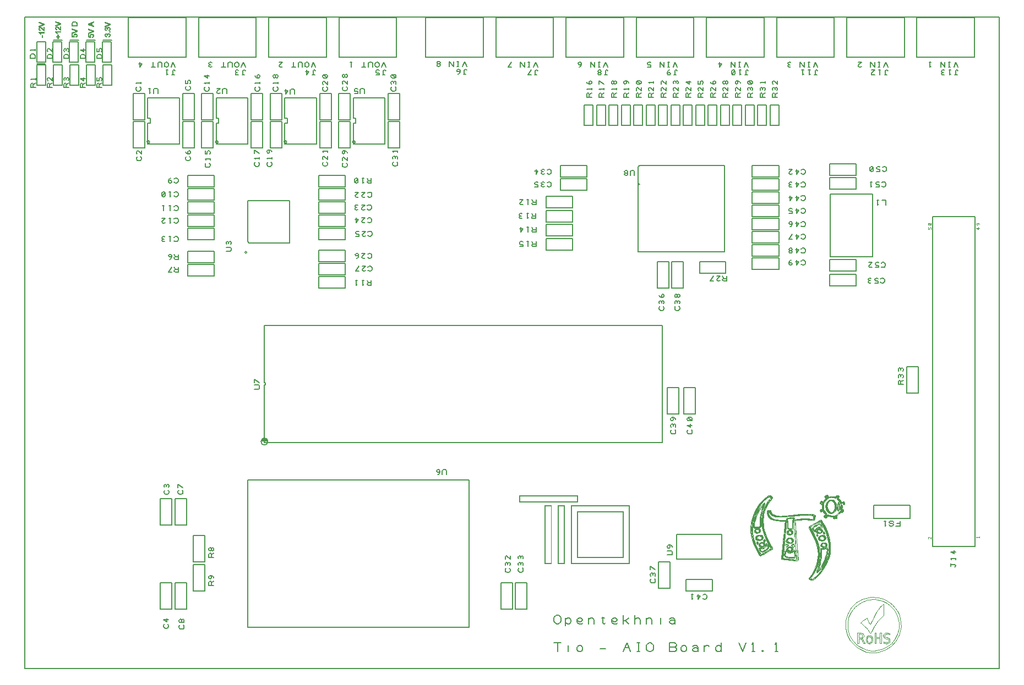
<source format=gbr>
%FSLAX23Y23*%
%MOIN*%
G04 EasyPC Gerber Version 17.0 Build 3379 *
%ADD23C,0.00100*%
%ADD10C,0.00500*%
%ADD77C,0.00700*%
X0Y0D02*
D02*
D10*
X3Y3D02*
X5903D01*
Y3953*
X3*
Y3*
X66Y3702D02*
X36D01*
Y3717*
X39Y3722*
X41Y3724*
X46Y3727*
X56*
X61Y3724*
X64Y3722*
X66Y3717*
Y3702*
Y3747D02*
Y3757D01*
Y3752D02*
X36D01*
X41Y3747*
X75Y3668D02*
X127D01*
X76Y3802D02*
X129D01*
Y3679*
X76*
Y3802*
X69Y3525D02*
X39D01*
Y3543*
X42Y3548*
X47Y3550*
X52Y3548*
X54Y3543*
Y3525*
Y3543D02*
X69Y3550D01*
Y3570D02*
Y3580D01*
Y3575D02*
X39D01*
X44Y3570*
X128Y3539D02*
X75D01*
Y3662*
X128*
Y3539*
X169Y3525D02*
X139D01*
Y3543*
X142Y3548*
X147Y3550*
X152Y3548*
X154Y3543*
Y3525*
Y3543D02*
X169Y3550D01*
Y3585D02*
Y3565D01*
X152Y3583*
X147Y3585*
X142Y3583*
X139Y3578*
Y3570*
X142Y3565*
X169Y3700D02*
X139D01*
Y3715*
X142Y3720*
X144Y3723*
X149Y3725*
X159*
X164Y3723*
X167Y3720*
X169Y3715*
Y3700*
Y3760D02*
Y3740D01*
X152Y3758*
X147Y3760*
X142Y3758*
X139Y3753*
Y3745*
X142Y3740*
X227Y3679D02*
X174D01*
Y3802*
X227*
Y3679*
X228Y3812D02*
X176D01*
X228Y3539D02*
X175D01*
Y3662*
X228*
Y3539*
X269Y3525D02*
X239D01*
Y3543*
X242Y3548*
X247Y3550*
X252Y3548*
X254Y3543*
Y3525*
Y3543D02*
X269Y3550D01*
X267Y3568D02*
X269Y3573D01*
Y3578*
X267Y3583*
X262Y3585*
X257Y3583*
X254Y3578*
Y3573*
Y3578D02*
X252Y3583D01*
X247Y3585*
X242Y3583*
X239Y3578*
Y3573*
X242Y3568*
X269Y3700D02*
X239D01*
Y3715*
X242Y3720*
X244Y3723*
X249Y3725*
X259*
X264Y3723*
X267Y3720*
X269Y3715*
Y3700*
X267Y3743D02*
X269Y3748D01*
Y3753*
X267Y3758*
X262Y3760*
X257Y3758*
X254Y3753*
Y3748*
Y3753D02*
X252Y3758D01*
X247Y3760*
X242Y3758*
X239Y3753*
Y3748*
X242Y3743*
X327Y3679D02*
X274D01*
Y3802*
X327*
Y3679*
X328Y3812D02*
X276D01*
X328Y3539D02*
X275D01*
Y3662*
X328*
Y3539*
X369Y3525D02*
X339D01*
Y3543*
X342Y3548*
X347Y3550*
X352Y3548*
X354Y3543*
Y3525*
Y3543D02*
X369Y3550D01*
Y3578D02*
X339D01*
X359Y3565*
Y3585*
X369Y3700D02*
X339D01*
Y3715*
X342Y3720*
X344Y3723*
X349Y3725*
X359*
X364Y3723*
X367Y3720*
X369Y3715*
Y3700*
Y3753D02*
X339D01*
X359Y3740*
Y3760*
X427Y3679D02*
X374D01*
Y3802*
X427*
Y3679*
X428Y3812D02*
X376D01*
X428Y3539D02*
X375D01*
Y3662*
X428*
Y3539*
X469Y3525D02*
X439D01*
Y3543*
X442Y3548*
X447Y3550*
X452Y3548*
X454Y3543*
Y3525*
Y3543D02*
X469Y3550D01*
X467Y3565D02*
X469Y3570D01*
Y3578*
X467Y3583*
X462Y3585*
X459*
X454Y3583*
X452Y3578*
Y3565*
X439*
Y3585*
X469Y3700D02*
X439D01*
Y3715*
X442Y3720*
X444Y3723*
X449Y3725*
X459*
X464Y3723*
X467Y3720*
X469Y3715*
Y3700*
X467Y3740D02*
X469Y3745D01*
Y3753*
X467Y3758*
X462Y3760*
X459*
X454Y3758*
X452Y3753*
Y3740*
X439*
Y3760*
X527Y3679D02*
X474D01*
Y3802*
X527*
Y3679*
X528Y3812D02*
X476D01*
X528Y3539D02*
X475D01*
Y3662*
X528*
Y3539*
X630Y3707D02*
X978D01*
Y3949*
X630*
Y3707*
X658Y3488D02*
Y3328D01*
X728*
Y3488*
X658*
X700Y3528D02*
X703Y3526D01*
X705Y3521*
Y3513*
X703Y3508*
X700Y3506*
X695Y3503*
X685*
X680Y3506*
X678Y3508*
X675Y3513*
Y3521*
X678Y3526*
X680Y3528*
X705Y3548D02*
Y3558D01*
Y3553D02*
X675D01*
X680Y3548*
X704Y3105D02*
X707Y3103D01*
X709Y3098*
Y3090*
X707Y3085*
X704Y3083*
X699Y3080*
X689*
X684Y3083*
X682Y3085*
X679Y3090*
Y3098*
X682Y3103*
X684Y3105*
X709Y3140D02*
Y3120D01*
X692Y3138*
X687Y3140*
X682Y3138*
X679Y3133*
Y3125*
X682Y3120*
X728Y3158D02*
Y3318D01*
X658*
Y3158*
X728*
X743Y3194D02*
G75*
G03X758I8D01*
G01*
G75*
G03X743I-8*
G01*
G36*
G75*
G03X758I8*
G01*
G75*
G03X743I-8*
G01*
G37*
X747Y3463D02*
X938D01*
Y3183*
X747*
Y3309*
X762*
Y3338*
X747*
Y3463*
X809Y3489D02*
Y3512D01*
X806Y3517*
X801Y3519*
X791*
X786Y3517*
X784Y3512*
Y3489*
X764Y3519D02*
X754D01*
X759D02*
Y3489D01*
X764Y3494*
X823Y523D02*
Y363D01*
X892*
Y523*
X823*
X869Y271D02*
X871Y268D01*
X874Y263*
Y256*
X871Y251*
X869Y248*
X864Y246*
X854*
X849Y248*
X846Y251*
X844Y256*
Y263*
X846Y268*
X849Y271*
X874Y298D02*
X844D01*
X864Y286*
Y306*
X870Y1083D02*
X873Y1080D01*
X875Y1075*
Y1068*
X873Y1063*
X870Y1060*
X865Y1058*
X855*
X850Y1060*
X848Y1063*
X845Y1068*
Y1075*
X848Y1080*
X850Y1083*
X873Y1100D02*
X875Y1105D01*
Y1110*
X873Y1115*
X868Y1118*
X863Y1115*
X860Y1110*
Y1105*
Y1110D02*
X858Y1115D01*
X853Y1118*
X848Y1115*
X845Y1110*
Y1105*
X848Y1100*
X892Y873D02*
Y1033D01*
X823*
Y873*
X892*
X913Y523D02*
Y363D01*
X983*
Y523*
X913*
Y3625D02*
X910Y3628D01*
X905Y3630*
X900Y3628*
X898Y3625*
Y3600*
X892*
X898D02*
X908D01*
X868Y3630D02*
X858D01*
X863D02*
Y3600D01*
X868Y3605*
X913Y3648D02*
X900Y3678D01*
X888Y3648*
X873Y3668D02*
Y3658D01*
X870Y3653*
X868Y3651*
X863Y3648*
X858*
X853Y3651*
X850Y3653*
X848Y3658*
Y3668*
X850Y3673*
X853Y3676*
X858Y3678*
X863*
X868Y3676*
X870Y3673*
X873Y3668*
X833Y3648D02*
Y3671D01*
X830Y3676*
X825Y3678*
X815*
X810Y3676*
X808Y3671*
Y3648*
X780Y3678D02*
Y3648D01*
X793D02*
X768D01*
X700Y3678D02*
Y3648D01*
X713Y3668*
X693*
X932Y2435D02*
Y2405D01*
X915*
X910Y2407*
X907Y2412*
X910Y2417*
X915Y2420*
X932*
X915D02*
X907Y2435D01*
X892D02*
X872Y2405D01*
X892*
X932Y2512D02*
Y2482D01*
X915*
X910Y2485*
X907Y2490*
X910Y2495*
X915Y2497*
X932*
X915D02*
X907Y2512D01*
X892Y2505D02*
X890Y2500D01*
X885Y2497*
X880*
X875Y2500*
X872Y2505*
X875Y2510*
X880Y2512*
X885*
X890Y2510*
X892Y2505*
Y2497*
X890Y2490*
X885Y2485*
X880Y2482*
X907Y2615D02*
X910Y2617D01*
X915Y2620*
X922*
X927Y2617*
X930Y2615*
X932Y2610*
Y2600*
X930Y2595*
X927Y2592*
X922Y2590*
X915*
X910Y2592*
X907Y2595*
X887Y2620D02*
X877D01*
X882D02*
Y2590D01*
X887Y2595*
X850Y2617D02*
X845Y2620D01*
X840*
X835Y2617*
X832Y2612*
X835Y2607*
X840Y2605*
X845*
X840D02*
X835Y2602D01*
X832Y2597*
X835Y2592*
X840Y2590*
X845*
X850Y2592*
X907Y2728D02*
X910Y2731D01*
X915Y2733*
X922*
X927Y2731*
X930Y2728*
X932Y2723*
Y2713*
X930Y2708*
X927Y2706*
X922Y2703*
X915*
X910Y2706*
X907Y2708*
X887Y2733D02*
X877D01*
X882D02*
Y2703D01*
X887Y2708*
X832Y2733D02*
X852D01*
X835Y2716*
X832Y2711*
X835Y2706*
X840Y2703*
X847*
X852Y2706*
X907Y2803D02*
X910Y2806D01*
X915Y2808*
X922*
X927Y2806*
X930Y2803*
X932Y2798*
Y2788*
X930Y2783*
X927Y2781*
X922Y2778*
X915*
X910Y2781*
X907Y2783*
X887Y2808D02*
X877D01*
X882D02*
Y2778D01*
X887Y2783*
X847Y2808D02*
X837D01*
X842D02*
Y2778D01*
X847Y2783*
X907Y2887D02*
X910Y2889D01*
X915Y2892*
X922*
X927Y2889*
X930Y2887*
X932Y2882*
Y2872*
X930Y2867*
X927Y2864*
X922Y2862*
X915*
X910Y2864*
X907Y2867*
X887Y2892D02*
X877D01*
X882D02*
Y2862D01*
X887Y2867*
X850Y2889D02*
X845Y2892D01*
X840*
X835Y2889*
X832Y2884*
Y2869*
X835Y2864*
X840Y2862*
X845*
X850Y2864*
X852Y2869*
Y2884*
X850Y2889*
X835Y2864*
X907Y2970D02*
X910Y2973D01*
X915Y2975*
X922*
X927Y2973*
X930Y2970*
X932Y2965*
Y2955*
X930Y2950*
X927Y2948*
X922Y2945*
X915*
X910Y2948*
X907Y2950*
X885Y2975D02*
X880Y2973D01*
X875Y2968*
X872Y2960*
Y2953*
X875Y2948*
X880Y2945*
X885*
X890Y2948*
X892Y2953*
X890Y2958*
X885Y2960*
X880*
X875Y2958*
X872Y2953*
X958Y3488D02*
Y3328D01*
X1028*
Y3488*
X958*
X955Y1083D02*
X958Y1080D01*
X960Y1075*
Y1068*
X958Y1063*
X955Y1060*
X950Y1058*
X940*
X935Y1060*
X933Y1063*
X930Y1068*
Y1075*
X933Y1080*
X935Y1083*
X960Y1098D02*
X930Y1118D01*
Y1098*
X962Y266D02*
X965Y263D01*
X967Y258*
Y251*
X965Y246*
X962Y243*
X957Y241*
X947*
X942Y243*
X940Y246*
X937Y251*
Y258*
X940Y263*
X942Y266*
X952Y288D02*
Y293D01*
X950Y298*
X945Y301*
X940Y298*
X937Y293*
Y288*
X940Y283*
X945Y281*
X950Y283*
X952Y288*
X955Y283*
X960Y281*
X965Y283*
X967Y288*
Y293*
X965Y298*
X960Y301*
X955Y298*
X952Y293*
X983Y873D02*
Y1033D01*
X913*
Y873*
X983*
X988Y2383D02*
X1148D01*
Y2453*
X988*
Y2383*
Y2463D02*
X1148D01*
Y2533*
X988*
Y2463*
Y2603D02*
X1148D01*
Y2673*
X988*
Y2603*
Y2683D02*
X1148D01*
Y2753*
X988*
Y2683*
Y2763D02*
X1148D01*
Y2833*
X988*
Y2763*
Y2843D02*
X1148D01*
Y2913*
X988*
Y2843*
Y2923D02*
X1148D01*
Y2993*
X988*
Y2923*
X1000Y3533D02*
X1002Y3531D01*
X1005Y3526*
Y3518*
X1002Y3513*
X1000Y3511*
X995Y3508*
X985*
X980Y3511*
X978Y3513*
X975Y3518*
Y3526*
X978Y3531*
X980Y3533*
X1002Y3548D02*
X1005Y3553D01*
Y3561*
X1002Y3566*
X998Y3568*
X995*
X990Y3566*
X988Y3561*
Y3548*
X975*
Y3568*
X1001Y3106D02*
X1004Y3104D01*
X1006Y3099*
Y3091*
X1004Y3086*
X1001Y3084*
X996Y3081*
X986*
X981Y3084*
X979Y3086*
X976Y3091*
Y3099*
X979Y3104*
X981Y3106*
X999Y3121D02*
X994Y3124D01*
X991Y3129*
Y3134*
X994Y3139*
X999Y3141*
X1004Y3139*
X1006Y3134*
Y3129*
X1004Y3124*
X999Y3121*
X991*
X984Y3124*
X979Y3129*
X976Y3134*
X1024Y633D02*
Y473D01*
X1094*
Y633*
X1024*
Y808D02*
Y648D01*
X1094*
Y808*
X1024*
X1028Y3158D02*
Y3318D01*
X958*
Y3158*
X1028*
X1055Y3707D02*
X1403D01*
Y3949*
X1055*
Y3707*
X1073Y3488D02*
Y3328D01*
X1143*
Y3488*
X1073*
X1115Y3528D02*
X1117Y3526D01*
X1120Y3521*
Y3513*
X1117Y3508*
X1115Y3506*
X1110Y3503*
X1100*
X1095Y3506*
X1093Y3508*
X1090Y3513*
Y3521*
X1093Y3526*
X1095Y3528*
X1120Y3548D02*
Y3558D01*
Y3553D02*
X1090D01*
X1095Y3548*
X1120Y3596D02*
X1090D01*
X1110Y3583*
Y3603*
X1120Y3065D02*
X1122Y3063D01*
X1125Y3058*
Y3050*
X1122Y3045*
X1120Y3043*
X1115Y3040*
X1105*
X1100Y3043*
X1097Y3045*
X1095Y3050*
Y3058*
X1097Y3063*
X1100Y3065*
X1125Y3085D02*
Y3095D01*
Y3090D02*
X1095D01*
X1100Y3085*
X1122Y3120D02*
X1125Y3125D01*
Y3133*
X1122Y3138*
X1117Y3140*
X1115*
X1110Y3138*
X1107Y3133*
Y3120*
X1095*
Y3140*
X1143Y3158D02*
Y3318D01*
X1073*
Y3158*
X1143*
X1147Y505D02*
X1117D01*
Y523*
X1120Y528*
X1125Y530*
X1130Y528*
X1132Y523*
Y505*
Y523D02*
X1147Y530D01*
Y553D02*
X1145Y558D01*
X1140Y563*
X1132Y565*
X1125*
X1120Y563*
X1117Y558*
Y553*
X1120Y548*
X1125Y545*
X1130Y548*
X1132Y553*
Y558*
X1130Y563*
X1125Y565*
X1147Y675D02*
X1117D01*
Y693*
X1120Y698*
X1125Y700*
X1130Y698*
X1132Y693*
Y675*
Y693D02*
X1147Y700D01*
X1132Y723D02*
Y728D01*
X1130Y733*
X1125Y735*
X1120Y733*
X1117Y728*
Y723*
X1120Y718*
X1125Y715*
X1130Y718*
X1132Y723*
X1135Y718*
X1140Y715*
X1145Y718*
X1147Y723*
Y728*
X1145Y733*
X1140Y735*
X1135Y733*
X1132Y728*
X1158Y3194D02*
G75*
G03X1173I8D01*
G01*
G75*
G03X1158I-8*
G01*
G36*
G75*
G03X1173I8*
G01*
G75*
G03X1158I-8*
G01*
G37*
X1162Y3463D02*
X1353D01*
Y3183*
X1162*
Y3309*
X1177*
Y3338*
X1162*
Y3463*
X1225Y3488D02*
Y3511D01*
X1222Y3516*
X1217Y3518*
X1207*
X1202Y3516*
X1200Y3511*
Y3488*
X1165Y3518D02*
X1185D01*
X1167Y3501*
X1165Y3496*
X1167Y3491*
X1172Y3488*
X1180*
X1185Y3491*
X1222Y2531D02*
X1245D01*
X1250Y2534*
X1252Y2539*
Y2549*
X1250Y2554*
X1245Y2556*
X1222*
X1250Y2574D02*
X1252Y2579D01*
Y2584*
X1250Y2589*
X1245Y2591*
X1240Y2589*
X1237Y2584*
Y2579*
Y2584D02*
X1235Y2589D01*
X1230Y2591*
X1225Y2589*
X1222Y2584*
Y2579*
X1225Y2574*
X1338Y3625D02*
X1335Y3628D01*
X1330Y3630*
X1325Y3628*
X1323Y3625*
Y3600*
X1318*
X1323D02*
X1333D01*
X1295Y3628D02*
X1290Y3630D01*
X1285*
X1280Y3628*
X1278Y3623*
X1280Y3618*
X1285Y3615*
X1290*
X1285D02*
X1280Y3613D01*
X1278Y3608*
X1280Y3603*
X1285Y3600*
X1290*
X1295Y3603*
X1338Y3648D02*
X1325Y3678D01*
X1313Y3648*
X1298Y3668D02*
Y3658D01*
X1295Y3653*
X1293Y3651*
X1288Y3648*
X1283*
X1278Y3651*
X1275Y3653*
X1273Y3658*
Y3668*
X1275Y3673*
X1278Y3676*
X1283Y3678*
X1288*
X1293Y3676*
X1295Y3673*
X1298Y3668*
X1258Y3648D02*
Y3671D01*
X1255Y3676*
X1250Y3678*
X1240*
X1235Y3676*
X1233Y3671*
Y3648*
X1205Y3678D02*
Y3648D01*
X1218D02*
X1192D01*
X1135Y3676D02*
X1130Y3678D01*
X1125*
X1120Y3676*
X1117Y3671*
X1120Y3666*
X1125Y3663*
X1130*
X1125D02*
X1120Y3661D01*
X1117Y3656*
X1120Y3651*
X1125Y3648*
X1130*
X1135Y3651*
X1341Y2519D02*
G75*
G03Y2530J6D01*
G01*
G75*
G03Y2519J-6*
G01*
G36*
G75*
G03Y2530J6*
G01*
G75*
G03Y2519J-6*
G01*
G37*
X1352Y2590D02*
Y2837D01*
X1605*
Y2582*
X1360*
X1352Y2590*
X1373Y3488D02*
Y3328D01*
X1443*
Y3488*
X1373*
X1418Y3071D02*
X1420Y3069D01*
X1423Y3064*
Y3056*
X1420Y3051*
X1418Y3049*
X1413Y3046*
X1403*
X1398Y3049*
X1395Y3051*
X1393Y3056*
Y3064*
X1395Y3069*
X1398Y3071*
X1423Y3091D02*
Y3101D01*
Y3096D02*
X1393D01*
X1398Y3091*
X1423Y3126D02*
X1393Y3146D01*
Y3126*
X1394Y1696D02*
X1417D01*
X1422Y1699*
X1424Y1704*
Y1714*
X1422Y1719*
X1417Y1721*
X1394*
X1424Y1736D02*
X1394Y1756D01*
Y1736*
X1433Y1378D02*
G75*
G03X1475I21D01*
G01*
G75*
G03X1433I-21*
G01*
G36*
G75*
G03X1475I21*
G01*
G75*
G03X1433I-21*
G01*
G37*
X1420Y3528D02*
X1423Y3526D01*
X1425Y3521*
Y3513*
X1423Y3508*
X1420Y3506*
X1415Y3503*
X1405*
X1400Y3506*
X1398Y3508*
X1395Y3513*
Y3521*
X1398Y3526*
X1400Y3528*
X1425Y3548D02*
Y3558D01*
Y3553D02*
X1395D01*
X1400Y3548*
X1418Y3583D02*
X1413Y3586D01*
X1410Y3591*
Y3596*
X1413Y3601*
X1418Y3603*
X1423Y3601*
X1425Y3596*
Y3591*
X1423Y3586*
X1418Y3583*
X1410*
X1403Y3586*
X1398Y3591*
X1395Y3596*
X1443Y3158D02*
Y3318D01*
X1373*
Y3158*
X1443*
X1453Y2083D02*
X3863D01*
Y1373*
X1453*
Y1721*
X1459*
Y1734*
X1453*
Y2083*
X1480Y3707D02*
X1828D01*
Y3949*
X1480*
Y3707*
X1488Y3488D02*
Y3328D01*
X1558*
Y3488*
X1488*
X1494Y3071D02*
X1497Y3069D01*
X1499Y3064*
Y3056*
X1497Y3051*
X1494Y3049*
X1489Y3046*
X1479*
X1474Y3049*
X1472Y3051*
X1469Y3056*
Y3064*
X1472Y3069*
X1474Y3071*
X1499Y3091D02*
Y3101D01*
Y3096D02*
X1469D01*
X1474Y3091*
X1499Y3134D02*
X1497Y3139D01*
X1492Y3144*
X1484Y3146*
X1477*
X1472Y3144*
X1469Y3139*
Y3134*
X1472Y3129*
X1477Y3126*
X1482Y3129*
X1484Y3134*
Y3139*
X1482Y3144*
X1477Y3146*
X1530Y3528D02*
X1533Y3526D01*
X1535Y3521*
Y3513*
X1533Y3508*
X1530Y3506*
X1525Y3503*
X1515*
X1510Y3506*
X1508Y3508*
X1505Y3513*
Y3521*
X1508Y3526*
X1510Y3528*
X1535Y3548D02*
Y3558D01*
Y3553D02*
X1505D01*
X1510Y3548*
X1520Y3591D02*
Y3596D01*
X1518Y3601*
X1513Y3603*
X1508Y3601*
X1505Y3596*
Y3591*
X1508Y3586*
X1513Y3583*
X1518Y3586*
X1520Y3591*
X1523Y3586*
X1528Y3583*
X1533Y3586*
X1535Y3591*
Y3596*
X1533Y3601*
X1528Y3603*
X1523Y3601*
X1520Y3596*
X1558Y3158D02*
Y3318D01*
X1488*
Y3158*
X1558*
X1573Y3194D02*
G75*
G03X1588I8D01*
G01*
G75*
G03X1573I-8*
G01*
G36*
G75*
G03X1588I8*
G01*
G75*
G03X1573I-8*
G01*
G37*
X1577Y3463D02*
X1768D01*
Y3183*
X1577*
Y3309*
X1592*
Y3338*
X1577*
Y3463*
X1636Y3484D02*
Y3507D01*
X1634Y3512*
X1629Y3514*
X1619*
X1614Y3512*
X1611Y3507*
Y3484*
X1584Y3514D02*
Y3484D01*
X1596Y3504*
X1576*
X1763Y3625D02*
X1760Y3628D01*
X1755Y3630*
X1750Y3628*
X1748Y3625*
Y3600*
X1743*
X1748D02*
X1758D01*
X1710Y3630D02*
Y3600D01*
X1722Y3620*
X1703*
X1763Y3648D02*
X1750Y3678D01*
X1738Y3648*
X1722Y3668D02*
Y3658D01*
X1720Y3653*
X1718Y3651*
X1713Y3648*
X1708*
X1703Y3651*
X1700Y3653*
X1698Y3658*
Y3668*
X1700Y3673*
X1703Y3676*
X1708Y3678*
X1713*
X1718Y3676*
X1720Y3673*
X1722Y3668*
X1683Y3648D02*
Y3671D01*
X1680Y3676*
X1675Y3678*
X1665*
X1660Y3676*
X1658Y3671*
Y3648*
X1630Y3678D02*
Y3648D01*
X1643D02*
X1618D01*
X1543Y3678D02*
X1563D01*
X1545Y3661*
X1543Y3656*
X1545Y3651*
X1550Y3648*
X1558*
X1563Y3651*
X1788Y3488D02*
Y3328D01*
X1858*
Y3488*
X1788*
X1830Y3073D02*
X1833Y3071D01*
X1835Y3066*
Y3058*
X1833Y3053*
X1830Y3051*
X1825Y3048*
X1815*
X1810Y3051*
X1808Y3053*
X1805Y3058*
Y3066*
X1808Y3071*
X1810Y3073*
X1835Y3108D02*
Y3088D01*
X1817Y3106*
X1813Y3108*
X1808Y3106*
X1805Y3101*
Y3093*
X1808Y3088*
X1835Y3133D02*
Y3143D01*
Y3138D02*
X1805D01*
X1810Y3133*
X1830Y3528D02*
X1833Y3526D01*
X1835Y3521*
Y3513*
X1833Y3508*
X1830Y3506*
X1825Y3503*
X1815*
X1810Y3506*
X1808Y3508*
X1805Y3513*
Y3521*
X1808Y3526*
X1810Y3528*
X1835Y3563D02*
Y3543D01*
X1817Y3561*
X1813Y3563*
X1808Y3561*
X1805Y3556*
Y3548*
X1808Y3543*
X1833Y3586D02*
X1835Y3591D01*
Y3596*
X1833Y3601*
X1828Y3603*
X1813*
X1808Y3601*
X1805Y3596*
Y3591*
X1808Y3586*
X1813Y3583*
X1828*
X1833Y3586*
X1808Y3601*
X1858Y3158D02*
Y3318D01*
X1788*
Y3158*
X1858*
X1903Y3488D02*
Y3328D01*
X1972*
Y3488*
X1903*
X1905Y3707D02*
X2253D01*
Y3949*
X1905*
Y3707*
X1942Y2378D02*
X1783D01*
Y2308*
X1942*
Y2378*
Y2458D02*
X1783D01*
Y2388*
X1942*
Y2458*
Y2538D02*
X1783D01*
Y2468*
X1942*
Y2538*
Y2673D02*
X1783D01*
Y2603*
X1942*
Y2673*
Y2753D02*
X1783D01*
Y2683*
X1942*
Y2753*
Y2833D02*
X1783D01*
Y2763*
X1942*
Y2833*
Y2913D02*
X1783D01*
Y2843*
X1942*
Y2913*
Y2993D02*
X1783D01*
Y2923*
X1942*
Y2993*
X1950Y3066D02*
X1952Y3064D01*
X1955Y3059*
Y3051*
X1952Y3046*
X1950Y3044*
X1945Y3041*
X1935*
X1930Y3044*
X1927Y3046*
X1925Y3051*
Y3059*
X1927Y3064*
X1930Y3066*
X1955Y3101D02*
Y3081D01*
X1937Y3099*
X1932Y3101*
X1927Y3099*
X1925Y3094*
Y3086*
X1927Y3081*
X1955Y3129D02*
X1952Y3134D01*
X1947Y3139*
X1940Y3141*
X1932*
X1927Y3139*
X1925Y3134*
Y3129*
X1927Y3124*
X1932Y3121*
X1937Y3124*
X1940Y3129*
Y3134*
X1937Y3139*
X1932Y3141*
X1951Y3529D02*
X1953Y3527D01*
X1956Y3522*
Y3514*
X1953Y3509*
X1951Y3507*
X1946Y3504*
X1936*
X1931Y3507*
X1928Y3509*
X1926Y3514*
Y3522*
X1928Y3527*
X1931Y3529*
X1956Y3564D02*
Y3544D01*
X1938Y3562*
X1933Y3564*
X1928Y3562*
X1926Y3557*
Y3549*
X1928Y3544*
X1941Y3592D02*
Y3597D01*
X1938Y3602*
X1933Y3604*
X1928Y3602*
X1926Y3597*
Y3592*
X1928Y3587*
X1933Y3584*
X1938Y3587*
X1941Y3592*
X1943Y3587*
X1948Y3584*
X1953Y3587*
X1956Y3592*
Y3597*
X1953Y3602*
X1948Y3604*
X1943Y3602*
X1941Y3597*
X1972Y3158D02*
Y3318D01*
X1903*
Y3158*
X1972*
X1988Y3194D02*
G75*
G03X2003I8D01*
G01*
G75*
G03X1988I-8*
G01*
G36*
G75*
G03X2003I8*
G01*
G75*
G03X1988I-8*
G01*
G37*
X1992Y3463D02*
X2183D01*
Y3183*
X1992*
Y3309*
X2007*
Y3338*
X1992*
Y3463*
X2058Y3488D02*
Y3511D01*
X2056Y3516*
X2051Y3518*
X2041*
X2036Y3516*
X2033Y3511*
Y3488*
X2018Y3516D02*
X2013Y3518D01*
X2006*
X2001Y3516*
X1998Y3511*
Y3508*
X2001Y3503*
X2006Y3501*
X2018*
Y3488*
X1998*
X2101Y2355D02*
Y2325D01*
X2083*
X2078Y2328*
X2076Y2333*
X2078Y2338*
X2083Y2340*
X2101*
X2083D02*
X2076Y2355D01*
X2056D02*
X2046D01*
X2051D02*
Y2325D01*
X2056Y2330*
X2016Y2355D02*
X2006D01*
X2011D02*
Y2325D01*
X2016Y2330*
X2101Y2974D02*
Y2944D01*
X2083*
X2078Y2947*
X2076Y2952*
X2078Y2957*
X2083Y2959*
X2101*
X2083D02*
X2076Y2974D01*
X2056D02*
X2046D01*
X2051D02*
Y2944D01*
X2056Y2949*
X2018Y2972D02*
X2013Y2974D01*
X2008*
X2003Y2972*
X2001Y2967*
Y2952*
X2003Y2947*
X2008Y2944*
X2013*
X2018Y2947*
X2021Y2952*
Y2967*
X2018Y2972*
X2003Y2947*
X2077Y2808D02*
X2079Y2811D01*
X2084Y2813*
X2092*
X2097Y2811*
X2099Y2808*
X2102Y2803*
Y2793*
X2099Y2788*
X2097Y2786*
X2092Y2783*
X2084*
X2079Y2786*
X2077Y2788*
X2042Y2813D02*
X2062D01*
X2044Y2796*
X2042Y2791*
X2044Y2786*
X2049Y2783*
X2057*
X2062Y2786*
X2019Y2811D02*
X2014Y2813D01*
X2009*
X2004Y2811*
X2002Y2806*
X2004Y2801*
X2009Y2798*
X2014*
X2009D02*
X2004Y2796D01*
X2002Y2791*
X2004Y2786*
X2009Y2783*
X2014*
X2019Y2786*
X2078Y2729D02*
X2081Y2732D01*
X2086Y2734*
X2093*
X2098Y2732*
X2101Y2729*
X2103Y2724*
Y2714*
X2101Y2709*
X2098Y2707*
X2093Y2704*
X2086*
X2081Y2707*
X2078Y2709*
X2043Y2734D02*
X2063D01*
X2046Y2717*
X2043Y2712*
X2046Y2707*
X2051Y2704*
X2058*
X2063Y2707*
X2011Y2734D02*
Y2704D01*
X2023Y2724*
X2003*
X2079Y2514D02*
X2082Y2516D01*
X2087Y2519*
X2094*
X2099Y2516*
X2102Y2514*
X2104Y2509*
Y2499*
X2102Y2494*
X2099Y2491*
X2094Y2489*
X2087*
X2082Y2491*
X2079Y2494*
X2044Y2519D02*
X2064D01*
X2047Y2501*
X2044Y2496*
X2047Y2491*
X2052Y2489*
X2059*
X2064Y2491*
X2024Y2511D02*
X2022Y2506D01*
X2017Y2504*
X2012*
X2007Y2506*
X2004Y2511*
X2007Y2516*
X2012Y2519*
X2017*
X2022Y2516*
X2024Y2511*
Y2504*
X2022Y2496*
X2017Y2491*
X2012Y2489*
X2079Y2884D02*
X2082Y2887D01*
X2087Y2889*
X2094*
X2099Y2887*
X2102Y2884*
X2104Y2879*
Y2869*
X2102Y2864*
X2099Y2862*
X2094Y2859*
X2087*
X2082Y2862*
X2079Y2864*
X2044Y2889D02*
X2064D01*
X2047Y2872*
X2044Y2867*
X2047Y2862*
X2052Y2859*
X2059*
X2064Y2862*
X2004Y2889D02*
X2024D01*
X2007Y2872*
X2004Y2867*
X2007Y2862*
X2012Y2859*
X2019*
X2024Y2862*
X2081Y2436D02*
X2083Y2439D01*
X2088Y2441*
X2096*
X2101Y2439*
X2103Y2436*
X2106Y2431*
Y2421*
X2103Y2416*
X2101Y2414*
X2096Y2411*
X2088*
X2083Y2414*
X2081Y2416*
X2046Y2441D02*
X2066D01*
X2048Y2424*
X2046Y2419*
X2048Y2414*
X2053Y2411*
X2061*
X2066Y2414*
X2026Y2441D02*
X2006Y2411D01*
X2026*
X2081Y2648D02*
X2083Y2651D01*
X2088Y2653*
X2096*
X2101Y2651*
X2103Y2648*
X2106Y2643*
Y2633*
X2103Y2628*
X2101Y2626*
X2096Y2623*
X2088*
X2083Y2626*
X2081Y2628*
X2046Y2653D02*
X2066D01*
X2048Y2636*
X2046Y2631*
X2048Y2626*
X2053Y2623*
X2061*
X2066Y2626*
X2026Y2651D02*
X2021Y2653D01*
X2013*
X2008Y2651*
X2006Y2646*
Y2643*
X2008Y2638*
X2013Y2636*
X2026*
Y2623*
X2006*
X2188Y3625D02*
X2185Y3628D01*
X2180Y3630*
X2175Y3628*
X2172Y3625*
Y3600*
X2168*
X2172D02*
X2183D01*
X2148Y3628D02*
X2143Y3630D01*
X2135*
X2130Y3628*
X2128Y3623*
Y3620*
X2130Y3615*
X2135Y3613*
X2148*
Y3600*
X2128*
X2188Y3648D02*
X2175Y3678D01*
X2163Y3648*
X2148Y3668D02*
Y3658D01*
X2145Y3653*
X2143Y3651*
X2138Y3648*
X2133*
X2128Y3651*
X2125Y3653*
X2123Y3658*
Y3668*
X2125Y3673*
X2128Y3676*
X2133Y3678*
X2138*
X2143Y3676*
X2145Y3673*
X2148Y3668*
X2108Y3648D02*
Y3671D01*
X2105Y3676*
X2100Y3678*
X2090*
X2085Y3676*
X2083Y3671*
Y3648*
X2055Y3678D02*
Y3648D01*
X2067D02*
X2043D01*
X1983Y3678D02*
X1972D01*
X1978D02*
Y3648D01*
X1983Y3653*
X2203Y3488D02*
Y3328D01*
X2273*
Y3488*
X2203*
X2245Y3528D02*
X2248Y3526D01*
X2250Y3521*
Y3513*
X2248Y3508*
X2245Y3506*
X2240Y3503*
X2230*
X2225Y3506*
X2223Y3508*
X2220Y3513*
Y3521*
X2223Y3526*
X2225Y3528*
X2248Y3546D02*
X2250Y3551D01*
Y3556*
X2248Y3561*
X2243Y3563*
X2238Y3561*
X2235Y3556*
Y3551*
Y3556D02*
X2233Y3561D01*
X2228Y3563*
X2223Y3561*
X2220Y3556*
Y3551*
X2223Y3546*
X2248Y3586D02*
X2250Y3591D01*
Y3596*
X2248Y3601*
X2243Y3603*
X2228*
X2223Y3601*
X2220Y3596*
Y3591*
X2223Y3586*
X2228Y3583*
X2243*
X2248Y3586*
X2223Y3601*
X2255Y3073D02*
X2258Y3071D01*
X2260Y3066*
Y3058*
X2258Y3053*
X2255Y3051*
X2250Y3048*
X2240*
X2235Y3051*
X2233Y3053*
X2230Y3058*
Y3066*
X2233Y3071*
X2235Y3073*
X2258Y3091D02*
X2260Y3096D01*
Y3101*
X2258Y3106*
X2253Y3108*
X2248Y3106*
X2245Y3101*
Y3096*
Y3101D02*
X2243Y3106D01*
X2238Y3108*
X2233Y3106*
X2230Y3101*
Y3096*
X2233Y3091*
X2260Y3133D02*
Y3143D01*
Y3138D02*
X2230D01*
X2235Y3133*
X2273Y3158D02*
Y3318D01*
X2203*
Y3158*
X2273*
X2430Y3707D02*
X2778D01*
Y3949*
X2430*
Y3707*
X2556Y1177D02*
Y1199D01*
X2554Y1204*
X2549Y1207*
X2539*
X2534Y1204*
X2531Y1199*
Y1177*
X2516Y1199D02*
X2514Y1194D01*
X2509Y1192*
X2504*
X2499Y1194*
X2496Y1199*
X2499Y1204*
X2504Y1207*
X2509*
X2514Y1204*
X2516Y1199*
Y1192*
X2514Y1184*
X2509Y1179*
X2504Y1177*
X2678Y3630D02*
X2675Y3633D01*
X2670Y3635*
X2665Y3633*
X2663Y3630*
Y3605*
X2658*
X2663D02*
X2673D01*
X2638Y3628D02*
X2635Y3623D01*
X2630Y3620*
X2625*
X2620Y3623*
X2618Y3628*
X2620Y3633*
X2625Y3635*
X2630*
X2635Y3633*
X2638Y3628*
Y3620*
X2635Y3613*
X2630Y3608*
X2625Y3605*
X2678Y3653D02*
X2665Y3683D01*
X2653Y3653*
X2630Y3683D02*
X2620D01*
X2625D02*
Y3653D01*
X2630D02*
X2620D01*
X2598Y3683D02*
Y3653D01*
X2573Y3683*
Y3653*
X2510Y3668D02*
X2505D01*
X2500Y3666*
X2498Y3661*
X2500Y3656*
X2505Y3653*
X2510*
X2515Y3656*
X2518Y3661*
X2515Y3666*
X2510Y3668*
X2515Y3671*
X2518Y3676*
X2515Y3681*
X2510Y3683*
X2505*
X2500Y3681*
X2498Y3676*
X2500Y3671*
X2505Y3668*
X2693Y1144D02*
X1352D01*
Y252*
X2693*
Y1144*
X2855Y3707D02*
X3203D01*
Y3949*
X2855*
Y3707*
X2886Y523D02*
Y363D01*
X2956*
Y523*
X2886*
X2937Y609D02*
X2939Y607D01*
X2942Y602*
Y594*
X2939Y589*
X2937Y587*
X2932Y584*
X2922*
X2917Y587*
X2914Y589*
X2912Y594*
Y602*
X2914Y607*
X2917Y609*
X2939Y627D02*
X2942Y632D01*
Y637*
X2939Y642*
X2934Y644*
X2929Y642*
X2927Y637*
Y632*
Y637D02*
X2924Y642D01*
X2919Y644*
X2914Y642*
X2912Y637*
Y632*
X2914Y627*
X2942Y684D02*
Y664D01*
X2924Y682*
X2919Y684*
X2914Y682*
X2912Y677*
Y669*
X2914Y664*
X2972Y523D02*
Y363D01*
X3042*
Y523*
X2972*
X3015Y610D02*
X3018Y608D01*
X3020Y603*
Y595*
X3018Y590*
X3015Y588*
X3010Y585*
X3000*
X2995Y588*
X2993Y590*
X2990Y595*
Y603*
X2993Y608*
X2995Y610*
X3018Y628D02*
X3020Y633D01*
Y638*
X3018Y643*
X3013Y645*
X3008Y643*
X3005Y638*
Y633*
Y638D02*
X3003Y643D01*
X2998Y645*
X2993Y643*
X2990Y638*
Y633*
X2993Y628*
X3018Y668D02*
X3020Y673D01*
Y678*
X3018Y683*
X3013Y685*
X3008Y683*
X3005Y678*
Y673*
Y678D02*
X3003Y683D01*
X2998Y685*
X2993Y683*
X2990Y678*
Y673*
X2993Y668*
X3097Y2760D02*
Y2730D01*
X3079*
X3074Y2733*
X3072Y2738*
X3074Y2743*
X3079Y2745*
X3097*
X3079D02*
X3072Y2760D01*
X3052D02*
X3042D01*
X3047D02*
Y2730D01*
X3052Y2735*
X3014Y2758D02*
X3009Y2760D01*
X3004*
X2999Y2758*
X2997Y2753*
X2999Y2748*
X3004Y2745*
X3009*
X3004D02*
X2999Y2743D01*
X2997Y2738*
X2999Y2733*
X3004Y2730*
X3009*
X3014Y2733*
X3098Y2591D02*
Y2561D01*
X3080*
X3075Y2563*
X3073Y2568*
X3075Y2573*
X3080Y2576*
X3098*
X3080D02*
X3073Y2591D01*
X3053D02*
X3043D01*
X3048D02*
Y2561D01*
X3053Y2566*
X3018Y2588D02*
X3013Y2591D01*
X3005*
X3000Y2588*
X2998Y2583*
Y2581*
X3000Y2576*
X3005Y2573*
X3018*
Y2561*
X2998*
X3098Y2677D02*
Y2647D01*
X3080*
X3075Y2649*
X3073Y2654*
X3075Y2659*
X3080Y2662*
X3098*
X3080D02*
X3073Y2677D01*
X3053D02*
X3043D01*
X3048D02*
Y2647D01*
X3053Y2652*
X3005Y2677D02*
Y2647D01*
X3018Y2667*
X2998*
X3099Y2844D02*
Y2814D01*
X3082*
X3077Y2816*
X3074Y2821*
X3077Y2826*
X3082Y2829*
X3099*
X3082D02*
X3074Y2844D01*
X3054D02*
X3044D01*
X3049D02*
Y2814D01*
X3054Y2819*
X2999Y2844D02*
X3019D01*
X3002Y2826*
X2999Y2821*
X3002Y2816*
X3007Y2814*
X3014*
X3019Y2816*
X3108Y3625D02*
X3105Y3628D01*
X3100Y3630*
X3095Y3628*
X3093Y3625*
Y3600*
X3088*
X3093D02*
X3103D01*
X3068Y3630D02*
X3048Y3600D01*
X3068*
X3108Y3648D02*
X3095Y3678D01*
X3083Y3648*
X3060Y3678D02*
X3050D01*
X3055D02*
Y3648D01*
X3060D02*
X3050D01*
X3028Y3678D02*
Y3648D01*
X3003Y3678*
Y3648*
X2948Y3678D02*
X2928Y3648D01*
X2948*
X3158Y2539D02*
X3318D01*
Y2609*
X3158*
Y2539*
Y2624D02*
X3318D01*
Y2694*
X3158*
Y2624*
Y2709D02*
X3318D01*
Y2779*
X3158*
Y2709*
X3166Y2947D02*
X3169Y2949D01*
X3174Y2952*
X3181*
X3186Y2949*
X3189Y2947*
X3191Y2942*
Y2932*
X3189Y2927*
X3186Y2924*
X3181Y2922*
X3174*
X3169Y2924*
X3166Y2927*
X3149Y2949D02*
X3144Y2952D01*
X3139*
X3134Y2949*
X3131Y2944*
X3134Y2939*
X3139Y2937*
X3144*
X3139D02*
X3134Y2934D01*
X3131Y2929*
X3134Y2924*
X3139Y2922*
X3144*
X3149Y2924*
X3111Y2949D02*
X3106Y2952D01*
X3099*
X3094Y2949*
X3091Y2944*
Y2942*
X3094Y2937*
X3099Y2934*
X3111*
Y2922*
X3091*
X3166Y3024D02*
X3169Y3026D01*
X3174Y3029*
X3181*
X3186Y3026*
X3189Y3024*
X3191Y3019*
Y3009*
X3189Y3004*
X3186Y3001*
X3181Y2999*
X3174*
X3169Y3001*
X3166Y3004*
X3149Y3026D02*
X3144Y3029D01*
X3139*
X3134Y3026*
X3131Y3021*
X3134Y3016*
X3139Y3014*
X3144*
X3139D02*
X3134Y3011D01*
X3131Y3006*
X3134Y3001*
X3139Y2999*
X3144*
X3149Y3001*
X3099Y3029D02*
Y2999D01*
X3111Y3019*
X3091*
X3245Y2903D02*
X3405D01*
Y2973*
X3245*
Y2903*
Y2983D02*
X3405D01*
Y3053*
X3245*
Y2983*
X3280Y3707D02*
X3628D01*
Y3949*
X3280*
Y3707*
X3318Y2864D02*
X3158D01*
Y2794*
X3318*
Y2864*
X3435Y3465D02*
X3405D01*
Y3482*
X3407Y3487*
X3412Y3490*
X3417Y3487*
X3420Y3482*
Y3465*
Y3482D02*
X3435Y3490D01*
Y3510D02*
Y3520D01*
Y3515D02*
X3405D01*
X3410Y3510*
X3427Y3545D02*
X3422Y3547D01*
X3420Y3552*
Y3557*
X3422Y3562*
X3427Y3565*
X3432Y3562*
X3435Y3557*
Y3552*
X3432Y3547*
X3427Y3545*
X3420*
X3412Y3547*
X3407Y3552*
X3405Y3557*
X3444Y3296D02*
X3391D01*
Y3419*
X3444*
Y3296*
X3510Y3465D02*
X3480D01*
Y3482*
X3482Y3487*
X3487Y3490*
X3492Y3487*
X3495Y3482*
Y3465*
Y3482D02*
X3510Y3490D01*
Y3510D02*
Y3520D01*
Y3515D02*
X3480D01*
X3485Y3510*
X3510Y3545D02*
X3480Y3565D01*
Y3545*
X3519Y3296D02*
X3466D01*
Y3419*
X3519*
Y3296*
X3533Y3625D02*
X3530Y3628D01*
X3525Y3630*
X3520Y3628*
X3518Y3625*
Y3600*
X3513*
X3518D02*
X3528D01*
X3485Y3615D02*
X3480D01*
X3475Y3613*
X3473Y3608*
X3475Y3603*
X3480Y3600*
X3485*
X3490Y3603*
X3493Y3608*
X3490Y3613*
X3485Y3615*
X3490Y3618*
X3493Y3623*
X3490Y3628*
X3485Y3630*
X3480*
X3475Y3628*
X3473Y3623*
X3475Y3618*
X3480Y3615*
X3533Y3648D02*
X3520Y3678D01*
X3507Y3648*
X3485Y3678D02*
X3475D01*
X3480D02*
Y3648D01*
X3485D02*
X3475D01*
X3453Y3678D02*
Y3648D01*
X3428Y3678*
Y3648*
X3373Y3671D02*
X3370Y3666D01*
X3365Y3663*
X3360*
X3355Y3666*
X3353Y3671*
X3355Y3676*
X3360Y3678*
X3365*
X3370Y3676*
X3373Y3671*
Y3663*
X3370Y3656*
X3365Y3651*
X3360Y3648*
X3585Y3465D02*
X3555D01*
Y3482*
X3557Y3487*
X3562Y3490*
X3567Y3487*
X3570Y3482*
Y3465*
Y3482D02*
X3585Y3490D01*
Y3510D02*
Y3520D01*
Y3515D02*
X3555D01*
X3560Y3510*
X3570Y3552D02*
Y3557D01*
X3567Y3562*
X3562Y3565*
X3557Y3562*
X3555Y3557*
Y3552*
X3557Y3547*
X3562Y3545*
X3567Y3547*
X3570Y3552*
X3572Y3547*
X3577Y3545*
X3582Y3547*
X3585Y3552*
Y3557*
X3582Y3562*
X3577Y3565*
X3572Y3562*
X3570Y3557*
X3594Y3296D02*
X3541D01*
Y3419*
X3594*
Y3296*
X3660Y3465D02*
X3630D01*
Y3482*
X3632Y3487*
X3637Y3490*
X3642Y3487*
X3645Y3482*
Y3465*
Y3482D02*
X3660Y3490D01*
Y3510D02*
Y3520D01*
Y3515D02*
X3630D01*
X3635Y3510*
X3660Y3552D02*
X3657Y3557D01*
X3652Y3562*
X3645Y3565*
X3637*
X3632Y3562*
X3630Y3557*
Y3552*
X3632Y3547*
X3637Y3545*
X3642Y3547*
X3645Y3552*
Y3557*
X3642Y3562*
X3637Y3565*
X3669Y3296D02*
X3616D01*
Y3419*
X3669*
Y3296*
X3694Y2991D02*
Y3014D01*
X3692Y3019*
X3687Y3021*
X3677*
X3672Y3019*
X3669Y3014*
Y2991*
X3647Y3006D02*
X3642D01*
X3637Y3004*
X3634Y2999*
X3637Y2994*
X3642Y2991*
X3647*
X3652Y2994*
X3654Y2999*
X3652Y3004*
X3647Y3006*
X3652Y3009*
X3654Y3014*
X3652Y3019*
X3647Y3021*
X3642*
X3637Y3019*
X3634Y3014*
X3637Y3009*
X3642Y3006*
X3705Y3707D02*
X4053D01*
Y3949*
X3705*
Y3707*
X3717Y2938D02*
G75*
G03X3726I4D01*
G01*
G75*
G03X3717I-4*
G01*
G36*
G75*
G03X3726I4*
G01*
G75*
G03X3717I-4*
G01*
G37*
X3725Y3052D02*
X4241D01*
Y2528*
X3717*
Y3044*
X3725Y3052*
X3735Y3465D02*
X3705D01*
Y3482*
X3707Y3487*
X3712Y3490*
X3717Y3487*
X3720Y3482*
Y3465*
Y3482D02*
X3735Y3490D01*
Y3525D02*
Y3505D01*
X3717Y3522*
X3712Y3525*
X3707Y3522*
X3705Y3517*
Y3510*
X3707Y3505*
X3732Y3547D02*
X3735Y3552D01*
Y3557*
X3732Y3562*
X3727Y3565*
X3712*
X3707Y3562*
X3705Y3557*
Y3552*
X3707Y3547*
X3712Y3545*
X3727*
X3732Y3547*
X3707Y3562*
X3744Y3296D02*
X3691D01*
Y3419*
X3744*
Y3296*
X3810Y3465D02*
X3780D01*
Y3482*
X3782Y3487*
X3787Y3490*
X3792Y3487*
X3795Y3482*
Y3465*
Y3482D02*
X3810Y3490D01*
Y3525D02*
Y3505D01*
X3792Y3522*
X3787Y3525*
X3782Y3522*
X3780Y3517*
Y3510*
X3782Y3505*
X3810Y3550D02*
Y3560D01*
Y3555D02*
X3780D01*
X3785Y3550*
X3819Y3296D02*
X3766D01*
Y3419*
X3819*
Y3296*
X3815Y545D02*
X3818Y543D01*
X3820Y538*
Y530*
X3818Y525*
X3815Y523*
X3810Y520*
X3800*
X3795Y523*
X3793Y525*
X3790Y530*
Y538*
X3793Y543*
X3795Y545*
X3818Y563D02*
X3820Y568D01*
Y573*
X3818Y578*
X3813Y580*
X3808Y578*
X3805Y573*
Y568*
Y573D02*
X3803Y578D01*
X3798Y580*
X3793Y578*
X3790Y573*
Y568*
X3793Y563*
X3820Y600D02*
X3790Y620D01*
Y600*
X3868Y2197D02*
X3870Y2194D01*
X3873Y2189*
Y2182*
X3870Y2177*
X3868Y2174*
X3863Y2172*
X3853*
X3848Y2174*
X3845Y2177*
X3843Y2182*
Y2189*
X3845Y2194*
X3848Y2197*
X3870Y2214D02*
X3873Y2219D01*
Y2224*
X3870Y2229*
X3865Y2232*
X3860Y2229*
X3858Y2224*
Y2219*
Y2224D02*
X3855Y2229D01*
X3850Y2232*
X3845Y2229*
X3843Y2224*
Y2219*
X3845Y2214*
X3865Y2252D02*
X3860Y2254D01*
X3858Y2259*
Y2264*
X3860Y2269*
X3865Y2272*
X3870Y2269*
X3873Y2264*
Y2259*
X3870Y2254*
X3865Y2252*
X3858*
X3850Y2254*
X3845Y2259*
X3843Y2264*
X3892Y1704D02*
Y1544D01*
X3962*
Y1704*
X3892*
X3885Y3465D02*
X3855D01*
Y3482*
X3857Y3487*
X3862Y3490*
X3867Y3487*
X3870Y3482*
Y3465*
Y3482D02*
X3885Y3490D01*
Y3525D02*
Y3505D01*
X3867Y3522*
X3862Y3525*
X3857Y3522*
X3855Y3517*
Y3510*
X3857Y3505*
X3885Y3565D02*
Y3545D01*
X3867Y3562*
X3862Y3565*
X3857Y3562*
X3855Y3557*
Y3550*
X3857Y3545*
X3894Y3296D02*
X3841D01*
Y3419*
X3894*
Y3296*
X3903Y2308D02*
Y2468D01*
X3833*
Y2308*
X3903*
X3910Y488D02*
Y648D01*
X3840*
Y488*
X3910*
X3894Y690D02*
X3917D01*
X3922Y693*
X3924Y698*
Y708*
X3922Y713*
X3917Y715*
X3894*
X3924Y738D02*
X3922Y743D01*
X3917Y748*
X3909Y750*
X3902*
X3897Y748*
X3894Y743*
Y738*
X3897Y733*
X3902Y730*
X3907Y733*
X3909Y738*
Y743*
X3907Y748*
X3902Y750*
X3948Y664D02*
X4223D01*
Y814*
X3948*
Y664*
X3939Y1449D02*
X3942Y1446D01*
X3944Y1441*
Y1434*
X3942Y1429*
X3939Y1426*
X3934Y1424*
X3924*
X3919Y1426*
X3917Y1429*
X3914Y1434*
Y1441*
X3917Y1446*
X3919Y1449*
X3942Y1466D02*
X3944Y1471D01*
Y1476*
X3942Y1481*
X3937Y1484*
X3932Y1481*
X3929Y1476*
Y1471*
Y1476D02*
X3927Y1481D01*
X3922Y1484*
X3917Y1481*
X3914Y1476*
Y1471*
X3917Y1466*
X3944Y1511D02*
X3942Y1516D01*
X3937Y1521*
X3929Y1524*
X3922*
X3917Y1521*
X3914Y1516*
Y1511*
X3917Y1506*
X3922Y1504*
X3927Y1506*
X3929Y1511*
Y1516*
X3927Y1521*
X3922Y1524*
X3953Y3625D02*
X3950Y3628D01*
X3945Y3630*
X3940Y3628*
X3938Y3625*
Y3600*
X3933*
X3938D02*
X3947D01*
X3905Y3630D02*
X3900Y3628D01*
X3895Y3623*
X3893Y3615*
Y3608*
X3895Y3603*
X3900Y3600*
X3905*
X3910Y3603*
X3913Y3608*
X3910Y3613*
X3905Y3615*
X3900*
X3895Y3613*
X3893Y3608*
X3953Y3648D02*
X3940Y3678D01*
X3928Y3648*
X3905Y3678D02*
X3895D01*
X3900D02*
Y3648D01*
X3905D02*
X3895D01*
X3873Y3678D02*
Y3648D01*
X3848Y3678*
Y3648*
X3793Y3676D02*
X3788Y3678D01*
X3780*
X3775Y3676*
X3773Y3671*
Y3668*
X3775Y3663*
X3780Y3661*
X3793*
Y3648*
X3773*
X3960Y3465D02*
X3930D01*
Y3482*
X3932Y3487*
X3937Y3490*
X3942Y3487*
X3945Y3482*
Y3465*
Y3482D02*
X3960Y3490D01*
Y3525D02*
Y3505D01*
X3942Y3522*
X3937Y3525*
X3932Y3522*
X3930Y3517*
Y3510*
X3932Y3505*
X3957Y3547D02*
X3960Y3552D01*
Y3557*
X3957Y3562*
X3952Y3565*
X3947Y3562*
X3945Y3557*
Y3552*
Y3557D02*
X3942Y3562D01*
X3937Y3565*
X3932Y3562*
X3930Y3557*
Y3552*
X3932Y3547*
X3969Y3296D02*
X3916D01*
Y3419*
X3969*
Y3296*
X3964Y2197D02*
X3966Y2194D01*
X3969Y2189*
Y2182*
X3966Y2177*
X3964Y2174*
X3959Y2172*
X3949*
X3944Y2174*
X3941Y2177*
X3939Y2182*
Y2189*
X3941Y2194*
X3944Y2197*
X3966Y2214D02*
X3969Y2219D01*
Y2224*
X3966Y2229*
X3961Y2232*
X3956Y2229*
X3954Y2224*
Y2219*
Y2224D02*
X3951Y2229D01*
X3946Y2232*
X3941Y2229*
X3939Y2224*
Y2219*
X3941Y2214*
X3954Y2259D02*
Y2264D01*
X3951Y2269*
X3946Y2272*
X3941Y2269*
X3939Y2264*
Y2259*
X3941Y2254*
X3946Y2252*
X3951Y2254*
X3954Y2259*
X3956Y2254*
X3961Y2252*
X3966Y2254*
X3969Y2259*
Y2264*
X3966Y2269*
X3961Y2272*
X3956Y2269*
X3954Y2264*
X3988Y2308D02*
Y2468D01*
X3918*
Y2308*
X3988*
X3992Y1704D02*
Y1544D01*
X4062*
Y1704*
X3992*
X4006Y473D02*
X4166D01*
Y543*
X4006*
Y473*
X4035Y3465D02*
X4005D01*
Y3482*
X4007Y3487*
X4012Y3490*
X4017Y3487*
X4020Y3482*
Y3465*
Y3482D02*
X4035Y3490D01*
Y3525D02*
Y3505D01*
X4017Y3522*
X4012Y3525*
X4007Y3522*
X4005Y3517*
Y3510*
X4007Y3505*
X4035Y3557D02*
X4005D01*
X4025Y3545*
Y3565*
X4044Y3296D02*
X3991D01*
Y3419*
X4044*
Y3296*
X4039Y1449D02*
X4042Y1446D01*
X4044Y1441*
Y1434*
X4042Y1429*
X4039Y1426*
X4034Y1424*
X4024*
X4019Y1426*
X4017Y1429*
X4014Y1434*
Y1441*
X4017Y1446*
X4019Y1449*
X4044Y1476D02*
X4014D01*
X4034Y1464*
Y1484*
X4042Y1506D02*
X4044Y1511D01*
Y1516*
X4042Y1521*
X4037Y1524*
X4022*
X4017Y1521*
X4014Y1516*
Y1511*
X4017Y1506*
X4022Y1504*
X4037*
X4042Y1506*
X4017Y1521*
X4110Y3465D02*
X4080D01*
Y3482*
X4082Y3487*
X4087Y3490*
X4092Y3487*
X4095Y3482*
Y3465*
Y3482D02*
X4110Y3490D01*
Y3525D02*
Y3505D01*
X4092Y3522*
X4087Y3525*
X4082Y3522*
X4080Y3517*
Y3510*
X4082Y3505*
X4107Y3545D02*
X4110Y3550D01*
Y3557*
X4107Y3562*
X4102Y3565*
X4100*
X4095Y3562*
X4092Y3557*
Y3545*
X4080*
Y3565*
X4119Y3296D02*
X4066D01*
Y3419*
X4119*
Y3296*
X4130Y3707D02*
X4478D01*
Y3949*
X4130*
Y3707*
X4109Y447D02*
X4111Y449D01*
X4116Y452*
X4124*
X4129Y449*
X4131Y447*
X4134Y442*
Y432*
X4131Y427*
X4129Y424*
X4124Y422*
X4116*
X4111Y424*
X4109Y427*
X4081Y452D02*
Y422D01*
X4094Y442*
X4074*
X4049Y452D02*
X4039D01*
X4044D02*
Y422D01*
X4049Y427*
X4185Y3465D02*
X4155D01*
Y3482*
X4157Y3487*
X4162Y3490*
X4167Y3487*
X4170Y3482*
Y3465*
Y3482D02*
X4185Y3490D01*
Y3525D02*
Y3505D01*
X4167Y3522*
X4162Y3525*
X4157Y3522*
X4155Y3517*
Y3510*
X4157Y3505*
X4177Y3545D02*
X4172Y3547D01*
X4170Y3552*
Y3557*
X4172Y3562*
X4177Y3565*
X4182Y3562*
X4185Y3557*
Y3552*
X4182Y3547*
X4177Y3545*
X4170*
X4162Y3547*
X4157Y3552*
X4155Y3557*
X4194Y3296D02*
X4141D01*
Y3419*
X4194*
Y3296*
X4247Y2468D02*
X4088D01*
Y2398*
X4247*
Y2468*
X4252Y2381D02*
Y2351D01*
X4235*
X4230Y2354*
X4227Y2359*
X4230Y2364*
X4235Y2366*
X4252*
X4235D02*
X4227Y2381D01*
X4192D02*
X4212D01*
X4195Y2364*
X4192Y2359*
X4195Y2354*
X4200Y2351*
X4207*
X4212Y2354*
X4172Y2381D02*
X4152Y2351D01*
X4172*
X4260Y3465D02*
X4230D01*
Y3482*
X4232Y3487*
X4237Y3490*
X4242Y3487*
X4245Y3482*
Y3465*
Y3482D02*
X4260Y3490D01*
Y3525D02*
Y3505D01*
X4242Y3522*
X4237Y3525*
X4232Y3522*
X4230Y3517*
Y3510*
X4232Y3505*
X4245Y3552D02*
Y3557D01*
X4242Y3562*
X4237Y3565*
X4232Y3562*
X4230Y3557*
Y3552*
X4232Y3547*
X4237Y3545*
X4242Y3547*
X4245Y3552*
X4247Y3547*
X4252Y3545*
X4257Y3547*
X4260Y3552*
Y3557*
X4257Y3562*
X4252Y3565*
X4247Y3562*
X4245Y3557*
X4269Y3296D02*
X4216D01*
Y3419*
X4269*
Y3296*
X4335Y3465D02*
X4305D01*
Y3482*
X4307Y3487*
X4312Y3490*
X4317Y3487*
X4320Y3482*
Y3465*
Y3482D02*
X4335Y3490D01*
Y3525D02*
Y3505D01*
X4317Y3522*
X4312Y3525*
X4307Y3522*
X4305Y3517*
Y3510*
X4307Y3505*
X4335Y3552D02*
X4332Y3557D01*
X4327Y3562*
X4320Y3565*
X4312*
X4307Y3562*
X4305Y3557*
Y3552*
X4307Y3547*
X4312Y3545*
X4317Y3547*
X4320Y3552*
Y3557*
X4317Y3562*
X4312Y3565*
X4344Y3296D02*
X4291D01*
Y3419*
X4344*
Y3296*
X4383Y3625D02*
X4380Y3628D01*
X4375Y3630*
X4370Y3628*
X4368Y3625*
Y3600*
X4363*
X4368D02*
X4378D01*
X4338Y3630D02*
X4328D01*
X4332D02*
Y3600D01*
X4338Y3605*
X4300Y3628D02*
X4295Y3630D01*
X4290*
X4285Y3628*
X4282Y3623*
Y3608*
X4285Y3603*
X4290Y3600*
X4295*
X4300Y3603*
X4303Y3608*
Y3623*
X4300Y3628*
X4285Y3603*
X4383Y3648D02*
X4370Y3678D01*
X4358Y3648*
X4335Y3678D02*
X4325D01*
X4330D02*
Y3648D01*
X4335D02*
X4325D01*
X4303Y3678D02*
Y3648D01*
X4278Y3678*
Y3648*
X4210Y3678D02*
Y3648D01*
X4223Y3668*
X4203*
X4410Y3465D02*
X4380D01*
Y3482*
X4382Y3487*
X4387Y3490*
X4392Y3487*
X4395Y3482*
Y3465*
Y3482D02*
X4410Y3490D01*
X4407Y3507D02*
X4410Y3512D01*
Y3517*
X4407Y3522*
X4402Y3525*
X4397Y3522*
X4395Y3517*
Y3512*
Y3517D02*
X4392Y3522D01*
X4387Y3525*
X4382Y3522*
X4380Y3517*
Y3512*
X4382Y3507*
X4407Y3547D02*
X4410Y3552D01*
Y3557*
X4407Y3562*
X4402Y3565*
X4387*
X4382Y3562*
X4380Y3557*
Y3552*
X4382Y3547*
X4387Y3545*
X4402*
X4407Y3547*
X4382Y3562*
X4419Y3296D02*
X4366D01*
Y3419*
X4419*
Y3296*
X4485Y3465D02*
X4455D01*
Y3482*
X4457Y3487*
X4462Y3490*
X4467Y3487*
X4470Y3482*
Y3465*
Y3482D02*
X4485Y3490D01*
X4482Y3507D02*
X4485Y3512D01*
Y3517*
X4482Y3522*
X4477Y3525*
X4472Y3522*
X4470Y3517*
Y3512*
Y3517D02*
X4467Y3522D01*
X4462Y3525*
X4457Y3522*
X4455Y3517*
Y3512*
X4457Y3507*
X4485Y3550D02*
Y3560D01*
Y3555D02*
X4455D01*
X4460Y3550*
X4494Y3296D02*
X4441D01*
Y3419*
X4494*
Y3296*
X4555Y3707D02*
X4903D01*
Y3949*
X4555*
Y3707*
X4560Y3465D02*
X4530D01*
Y3482*
X4532Y3487*
X4537Y3490*
X4542Y3487*
X4545Y3482*
Y3465*
Y3482D02*
X4560Y3490D01*
X4557Y3507D02*
X4560Y3512D01*
Y3517*
X4557Y3522*
X4552Y3525*
X4547Y3522*
X4545Y3517*
Y3512*
Y3517D02*
X4542Y3522D01*
X4537Y3525*
X4532Y3522*
X4530Y3517*
Y3512*
X4532Y3507*
X4560Y3565D02*
Y3545D01*
X4542Y3562*
X4537Y3565*
X4532Y3562*
X4530Y3557*
Y3550*
X4532Y3545*
X4568Y2493D02*
X4407D01*
Y2423*
X4568*
Y2493*
Y2573D02*
X4407D01*
Y2503*
X4568*
Y2573*
Y2653D02*
X4407D01*
Y2583*
X4568*
Y2653*
Y2733D02*
X4407D01*
Y2663*
X4568*
Y2733*
Y2813D02*
X4407D01*
Y2743*
X4568*
Y2813*
Y2893D02*
X4407D01*
Y2823*
X4568*
Y2893*
Y2973D02*
X4407D01*
Y2903*
X4568*
Y2973*
Y3053D02*
X4407D01*
Y2983*
X4568*
Y3053*
X4569Y3296D02*
X4516D01*
Y3419*
X4569*
Y3296*
X4703Y2787D02*
X4705Y2789D01*
X4710Y2792*
X4718*
X4723Y2789*
X4725Y2787*
X4728Y2782*
Y2772*
X4725Y2767*
X4723Y2764*
X4718Y2762*
X4710*
X4705Y2764*
X4703Y2767*
X4675Y2792D02*
Y2762D01*
X4688Y2782*
X4668*
X4648Y2789D02*
X4643Y2792D01*
X4635*
X4630Y2789*
X4628Y2784*
Y2782*
X4630Y2777*
X4635Y2774*
X4648*
Y2762*
X4628*
X4704Y2472D02*
X4707Y2475D01*
X4712Y2477*
X4719*
X4724Y2475*
X4727Y2472*
X4729Y2467*
Y2457*
X4727Y2452*
X4724Y2450*
X4719Y2447*
X4712*
X4707Y2450*
X4704Y2452*
X4677Y2477D02*
Y2447D01*
X4689Y2467*
X4669*
X4642Y2477D02*
X4637Y2475D01*
X4632Y2470*
X4629Y2462*
Y2455*
X4632Y2450*
X4637Y2447*
X4642*
X4647Y2450*
X4649Y2455*
X4647Y2460*
X4642Y2462*
X4637*
X4632Y2460*
X4629Y2455*
X4704Y2546D02*
X4707Y2548D01*
X4712Y2551*
X4719*
X4724Y2548*
X4727Y2546*
X4729Y2541*
Y2531*
X4727Y2526*
X4724Y2523*
X4719Y2521*
X4712*
X4707Y2523*
X4704Y2526*
X4677Y2551D02*
Y2521D01*
X4689Y2541*
X4669*
X4642Y2536D02*
X4637D01*
X4632Y2533*
X4629Y2528*
X4632Y2523*
X4637Y2521*
X4642*
X4647Y2523*
X4649Y2528*
X4647Y2533*
X4642Y2536*
X4647Y2538*
X4649Y2543*
X4647Y2548*
X4642Y2551*
X4637*
X4632Y2548*
X4629Y2543*
X4632Y2538*
X4637Y2536*
X4704Y2630D02*
X4707Y2632D01*
X4712Y2635*
X4719*
X4724Y2632*
X4727Y2630*
X4729Y2625*
Y2615*
X4727Y2610*
X4724Y2607*
X4719Y2605*
X4712*
X4707Y2607*
X4704Y2610*
X4677Y2635D02*
Y2605D01*
X4689Y2625*
X4669*
X4649Y2635D02*
X4629Y2605D01*
X4649*
X4704Y2706D02*
X4707Y2708D01*
X4712Y2711*
X4719*
X4724Y2708*
X4727Y2706*
X4729Y2701*
Y2691*
X4727Y2686*
X4724Y2683*
X4719Y2681*
X4712*
X4707Y2683*
X4704Y2686*
X4677Y2711D02*
Y2681D01*
X4689Y2701*
X4669*
X4649Y2703D02*
X4647Y2698D01*
X4642Y2696*
X4637*
X4632Y2698*
X4629Y2703*
X4632Y2708*
X4637Y2711*
X4642*
X4647Y2708*
X4649Y2703*
Y2696*
X4647Y2688*
X4642Y2683*
X4637Y2681*
X4704Y2864D02*
X4707Y2867D01*
X4712Y2869*
X4719*
X4724Y2867*
X4727Y2864*
X4729Y2859*
Y2849*
X4727Y2844*
X4724Y2842*
X4719Y2839*
X4712*
X4707Y2842*
X4704Y2844*
X4677Y2869D02*
Y2839D01*
X4689Y2859*
X4669*
X4637Y2869D02*
Y2839D01*
X4649Y2859*
X4629*
X4704Y2945D02*
X4707Y2948D01*
X4712Y2950*
X4719*
X4724Y2948*
X4727Y2945*
X4729Y2940*
Y2930*
X4727Y2925*
X4724Y2923*
X4719Y2920*
X4712*
X4707Y2923*
X4704Y2925*
X4677Y2950D02*
Y2920D01*
X4689Y2940*
X4669*
X4647Y2948D02*
X4642Y2950D01*
X4637*
X4632Y2948*
X4629Y2943*
X4632Y2938*
X4637Y2935*
X4642*
X4637D02*
X4632Y2933D01*
X4629Y2928*
X4632Y2923*
X4637Y2920*
X4642*
X4647Y2923*
X4704Y3024D02*
X4707Y3026D01*
X4712Y3029*
X4719*
X4724Y3026*
X4727Y3024*
X4729Y3019*
Y3009*
X4727Y3004*
X4724Y3001*
X4719Y2999*
X4712*
X4707Y3001*
X4704Y3004*
X4677Y3029D02*
Y2999D01*
X4689Y3019*
X4669*
X4629Y3029D02*
X4649D01*
X4632Y3011*
X4629Y3006*
X4632Y3001*
X4637Y2999*
X4644*
X4649Y3001*
X4803Y3625D02*
X4800Y3628D01*
X4795Y3630*
X4790Y3628*
X4788Y3625*
Y3600*
X4782*
X4788D02*
X4798D01*
X4758Y3630D02*
X4747D01*
X4753D02*
Y3600D01*
X4758Y3605*
X4718Y3630D02*
X4707D01*
X4713D02*
Y3600D01*
X4718Y3605*
X4803Y3648D02*
X4790Y3678D01*
X4778Y3648*
X4755Y3678D02*
X4745D01*
X4750D02*
Y3648D01*
X4755D02*
X4745D01*
X4723Y3678D02*
Y3648D01*
X4697Y3678*
Y3648*
X4640Y3676D02*
X4635Y3678D01*
X4630*
X4625Y3676*
X4622Y3671*
X4625Y3666*
X4630Y3663*
X4635*
X4630D02*
X4625Y3661D01*
X4622Y3656*
X4625Y3651*
X4630Y3648*
X4635*
X4640Y3651*
X4980Y3707D02*
X5328D01*
Y3949*
X4980*
Y3707*
X5036Y2977D02*
X4876D01*
Y2907*
X5036*
Y2977*
Y3061D02*
X4876D01*
Y2991*
X5036*
Y3061*
X5037Y2390D02*
X4877D01*
Y2320*
X5037*
Y2390*
Y2481D02*
X4877D01*
Y2411*
X5037*
Y2481*
X5136Y2497D02*
Y2877D01*
X4879*
Y2497*
X5136*
X5184Y2364D02*
X5187Y2366D01*
X5192Y2369*
X5199*
X5204Y2366*
X5207Y2364*
X5209Y2359*
Y2349*
X5207Y2344*
X5204Y2341*
X5199Y2339*
X5192*
X5187Y2341*
X5184Y2344*
X5169Y2366D02*
X5164Y2369D01*
X5157*
X5152Y2366*
X5149Y2361*
Y2359*
X5152Y2354*
X5157Y2351*
X5169*
Y2339*
X5149*
X5127Y2366D02*
X5122Y2369D01*
X5117*
X5112Y2366*
X5109Y2361*
X5112Y2356*
X5117Y2354*
X5122*
X5117D02*
X5112Y2351D01*
X5109Y2346*
X5112Y2341*
X5117Y2339*
X5122*
X5127Y2341*
X5188Y2459D02*
X5191Y2461D01*
X5196Y2464*
X5203*
X5208Y2461*
X5211Y2459*
X5213Y2454*
Y2444*
X5211Y2439*
X5208Y2436*
X5203Y2434*
X5196*
X5191Y2436*
X5188Y2439*
X5173Y2461D02*
X5168Y2464D01*
X5161*
X5156Y2461*
X5153Y2456*
Y2454*
X5156Y2449*
X5161Y2446*
X5173*
Y2434*
X5153*
X5113Y2464D02*
X5133D01*
X5116Y2446*
X5113Y2441*
X5116Y2436*
X5121Y2434*
X5128*
X5133Y2436*
X5217Y2812D02*
Y2842D01*
X5192*
X5172D02*
X5162D01*
X5167D02*
Y2812D01*
X5172Y2817*
X5192Y2948D02*
X5194Y2950D01*
X5199Y2953*
X5207*
X5212Y2950*
X5214Y2948*
X5217Y2943*
Y2933*
X5214Y2928*
X5212Y2925*
X5207Y2923*
X5199*
X5194Y2925*
X5192Y2928*
X5177Y2950D02*
X5172Y2953D01*
X5164*
X5159Y2950*
X5157Y2945*
Y2943*
X5159Y2938*
X5164Y2935*
X5177*
Y2923*
X5157*
X5132Y2953D02*
X5122D01*
X5127D02*
Y2923D01*
X5132Y2928*
X5196Y3040D02*
X5198Y3043D01*
X5203Y3045*
X5211*
X5216Y3043*
X5218Y3040*
X5221Y3035*
Y3025*
X5218Y3020*
X5216Y3018*
X5211Y3015*
X5203*
X5198Y3018*
X5196Y3020*
X5181Y3043D02*
X5176Y3045D01*
X5168*
X5163Y3043*
X5161Y3038*
Y3035*
X5163Y3030*
X5168Y3028*
X5181*
Y3015*
X5161*
X5138Y3043D02*
X5133Y3045D01*
X5128*
X5123Y3043*
X5121Y3038*
Y3023*
X5123Y3018*
X5128Y3015*
X5133*
X5138Y3018*
X5141Y3023*
Y3038*
X5138Y3043*
X5123Y3018*
X5228Y3625D02*
X5225Y3628D01*
X5220Y3630*
X5215Y3628*
X5213Y3625*
Y3600*
X5208*
X5213D02*
X5223D01*
X5183Y3630D02*
X5173D01*
X5178D02*
Y3600D01*
X5183Y3605*
X5128Y3630D02*
X5148D01*
X5130Y3613*
X5128Y3608*
X5130Y3603*
X5135Y3600*
X5143*
X5148Y3603*
X5228Y3648D02*
X5215Y3678D01*
X5203Y3648*
X5180Y3678D02*
X5170D01*
X5175D02*
Y3648D01*
X5180D02*
X5170D01*
X5148Y3678D02*
Y3648D01*
X5123Y3678*
Y3648*
X5048Y3678D02*
X5068D01*
X5050Y3661*
X5048Y3656*
X5050Y3651*
X5055Y3648*
X5063*
X5068Y3651*
X5302Y896D02*
Y866D01*
X5277*
X5282Y881D02*
X5302D01*
X5262Y889D02*
X5259Y894D01*
X5254Y896*
X5244*
X5239Y894*
X5237Y889*
X5239Y884*
X5244Y881*
X5254*
X5259Y879*
X5262Y874*
X5259Y869*
X5254Y866*
X5244*
X5239Y869*
X5237Y874*
X5217Y896D02*
X5207D01*
X5212D02*
Y866D01*
X5217Y871*
X5322Y1724D02*
X5292D01*
Y1741*
X5294Y1746*
X5299Y1749*
X5304Y1746*
X5307Y1741*
Y1724*
Y1741D02*
X5322Y1749D01*
X5319Y1766D02*
X5322Y1771D01*
Y1776*
X5319Y1781*
X5314Y1784*
X5309Y1781*
X5307Y1776*
Y1771*
Y1776D02*
X5304Y1781D01*
X5299Y1784*
X5294Y1781*
X5292Y1776*
Y1771*
X5294Y1766*
X5319Y1806D02*
X5322Y1811D01*
Y1816*
X5319Y1821*
X5314Y1824*
X5309Y1821*
X5307Y1816*
Y1811*
Y1816D02*
X5304Y1821D01*
X5299Y1824*
X5294Y1821*
X5292Y1816*
Y1811*
X5294Y1806*
X5363Y992D02*
X5143D01*
Y912*
X5363*
Y992*
X5404Y3707D02*
X5753D01*
Y3949*
X5404*
Y3707*
X5413Y1673D02*
Y1833D01*
X5343*
Y1673*
X5413*
X5634Y617D02*
X5636Y619D01*
X5639Y624*
X5636Y629*
X5634Y632*
X5609*
Y637*
Y632D02*
Y622D01*
X5639Y662D02*
Y672D01*
Y667D02*
X5609D01*
X5614Y662*
X5639Y709D02*
X5609D01*
X5629Y697*
Y717*
X5653Y3625D02*
X5650Y3628D01*
X5645Y3630*
X5640Y3628*
X5638Y3625*
Y3600*
X5633*
X5638D02*
X5648D01*
X5608Y3630D02*
X5598D01*
X5603D02*
Y3600D01*
X5608Y3605*
X5570Y3628D02*
X5565Y3630D01*
X5560*
X5555Y3628*
X5553Y3623*
X5555Y3618*
X5560Y3615*
X5565*
X5560D02*
X5555Y3613D01*
X5553Y3608*
X5555Y3603*
X5560Y3600*
X5565*
X5570Y3603*
X5653Y3648D02*
X5640Y3678D01*
X5628Y3648*
X5605Y3678D02*
X5595D01*
X5600D02*
Y3648D01*
X5605D02*
X5595D01*
X5573Y3678D02*
Y3648D01*
X5548Y3678*
Y3648*
X5488Y3678D02*
X5478D01*
X5483D02*
Y3648D01*
X5488Y3653*
X5756Y740D02*
Y2740D01*
X5500*
Y740*
X5756*
D02*
D23*
X108Y3842D02*
Y3829D01*
X105*
Y3842*
X108*
X119Y3860D02*
Y3856D01*
X94*
X96Y3852*
X99Y3848*
X96*
X92Y3854*
X87Y3858*
Y3860*
X119*
Y3891D02*
Y3869D01*
X117Y3870*
X114Y3871*
X111Y3874*
X107Y3878*
X102Y3884*
X99Y3886*
X96Y3887*
X93Y3886*
X92Y3885*
X90Y3883*
X90Y3881*
X90Y3878*
X92Y3876*
X93Y3875*
X96Y3874*
X96Y3870*
X92Y3871*
X89Y3873*
X87Y3876*
X87Y3881*
X87Y3885*
X90Y3888*
X93Y3890*
X96Y3891*
X99Y3890*
X102Y3888*
X107Y3885*
X111Y3879*
X114Y3876*
X116Y3875*
Y3891*
X119*
X87Y3923D02*
X119Y3911D01*
Y3905*
X87Y3893*
Y3897*
X110Y3906*
X116Y3908*
X110Y3909*
X87Y3918*
Y3923*
X105Y3830D02*
X108D01*
X105Y3831D02*
X108D01*
X105Y3831D02*
X108D01*
X105Y3832D02*
X108D01*
X105Y3833D02*
X108D01*
X105Y3834D02*
X108D01*
X105Y3835D02*
X108D01*
X105Y3836D02*
X108D01*
X105Y3837D02*
X108D01*
X105Y3838D02*
X108D01*
X105Y3839D02*
X108D01*
X105Y3840D02*
X108D01*
X105Y3841D02*
X108D01*
X96Y3848D02*
X99D01*
X95Y3849D02*
X98D01*
X95Y3850D02*
X98D01*
X94Y3851D02*
X97D01*
X93Y3852D02*
X97D01*
X93Y3853D02*
X96D01*
X92Y3854D02*
X95D01*
X91Y3855D02*
X95D01*
X90Y3856D02*
X94D01*
X89Y3857D02*
X119D01*
X87Y3858D02*
X119D01*
X87Y3859D02*
X119D01*
X87Y3860D02*
X119D01*
X95Y3870D02*
X96D01*
X117D02*
X119D01*
X93Y3871D02*
X96D01*
X115D02*
X119D01*
X91Y3872D02*
X96D01*
X114D02*
X119D01*
X90Y3873D02*
X96D01*
X113D02*
X119D01*
X89Y3874D02*
X96D01*
X112D02*
X119D01*
X89Y3875D02*
X93D01*
X111D02*
X116D01*
X116D02*
X119D01*
X88Y3876D02*
X92D01*
X110D02*
X115D01*
X116D02*
X119D01*
X87Y3876D02*
X91D01*
X109D02*
X114D01*
X116D02*
X119D01*
X87Y3877D02*
X91D01*
X108D02*
X113D01*
X116D02*
X119D01*
X87Y3878D02*
X90D01*
X107D02*
X112D01*
X116D02*
X119D01*
X87Y3879D02*
X90D01*
X106D02*
X112D01*
X116D02*
X119D01*
X87Y3880D02*
X90D01*
X105D02*
X111D01*
X116D02*
X119D01*
X87Y3881D02*
X90D01*
X105D02*
X110D01*
X116D02*
X119D01*
X87Y3882D02*
X90D01*
X104D02*
X109D01*
X116D02*
X119D01*
X87Y3883D02*
X91D01*
X103D02*
X109D01*
X116D02*
X119D01*
X87Y3884D02*
X91D01*
X102D02*
X108D01*
X116D02*
X119D01*
X88Y3885D02*
X92D01*
X101D02*
X107D01*
X116D02*
X119D01*
X88Y3886D02*
X93D01*
X99D02*
X106D01*
X116D02*
X119D01*
X89Y3887D02*
X105D01*
X116D02*
X119D01*
X89Y3888D02*
X103D01*
X116D02*
X119D01*
X90Y3889D02*
X102D01*
X116D02*
X119D01*
X92Y3890D02*
X100D01*
X116D02*
X119D01*
X95Y3890D02*
X97D01*
X116D02*
X119D01*
X87Y3893D02*
X87D01*
X87Y3894D02*
X90D01*
X87Y3895D02*
X92D01*
X87Y3896D02*
X95D01*
X87Y3897D02*
X97D01*
X89Y3898D02*
X100D01*
X91Y3899D02*
X103D01*
X93Y3900D02*
X105D01*
X96Y3901D02*
X108D01*
X98Y3902D02*
X110D01*
X101Y3903D02*
X113D01*
X103Y3904D02*
X115D01*
X106Y3905D02*
X118D01*
X108Y3905D02*
X119D01*
X111Y3906D02*
X119D01*
X113Y3907D02*
X119D01*
X115Y3908D02*
X119D01*
X111Y3909D02*
X119D01*
X108Y3910D02*
X119D01*
X106Y3911D02*
X118D01*
X103Y3912D02*
X115D01*
X101Y3913D02*
X113D01*
X98Y3914D02*
X110D01*
X96Y3915D02*
X108D01*
X93Y3916D02*
X105D01*
X91Y3917D02*
X102D01*
X89Y3918D02*
X100D01*
X87Y3919D02*
X97D01*
X87Y3920D02*
X95D01*
X87Y3920D02*
X92D01*
X87Y3921D02*
X90D01*
X87Y3922D02*
X87D01*
X205Y3844D02*
Y3835D01*
X214*
Y3831*
X205*
Y3822*
X201*
Y3831*
X192*
Y3835*
X201*
Y3844*
X205*
X219Y3864D02*
Y3860D01*
X194*
X196Y3856*
X199Y3852*
X196*
X192Y3858*
X187Y3862*
Y3864*
X219*
Y3895D02*
Y3873D01*
X217Y3874*
X214Y3875*
X211Y3878*
X207Y3882*
X202Y3888*
X199Y3890*
X196Y3890*
X193Y3890*
X192Y3889*
X190Y3887*
X190Y3884*
X190Y3882*
X192Y3880*
X193Y3878*
X196Y3878*
X196Y3874*
X192Y3875*
X189Y3877*
X187Y3880*
X187Y3884*
X187Y3889*
X190Y3892*
X193Y3894*
X196Y3895*
X199Y3894*
X202Y3892*
X207Y3889*
X211Y3883*
X214Y3880*
X216Y3878*
Y3895*
X219*
X187Y3926D02*
X219Y3914D01*
Y3909*
X187Y3897*
Y3901*
X210Y3910*
X215Y3912*
X210Y3913*
X187Y3922*
Y3926*
X201Y3822D02*
X205D01*
X201Y3823D02*
X205D01*
X201Y3824D02*
X205D01*
X201Y3825D02*
X205D01*
X201Y3826D02*
X205D01*
X201Y3827D02*
X205D01*
X201Y3828D02*
X205D01*
X201Y3829D02*
X205D01*
X201Y3830D02*
X205D01*
X201Y3831D02*
X205D01*
X192Y3831D02*
X214D01*
X192Y3832D02*
X214D01*
X192Y3833D02*
X214D01*
X192Y3834D02*
X214D01*
X201Y3835D02*
X205D01*
X201Y3836D02*
X205D01*
X201Y3837D02*
X205D01*
X201Y3838D02*
X205D01*
X201Y3839D02*
X205D01*
X201Y3840D02*
X205D01*
X201Y3841D02*
X205D01*
X201Y3842D02*
X205D01*
X201Y3843D02*
X205D01*
X201Y3844D02*
X205D01*
X196Y3852D02*
X199D01*
X195Y3853D02*
X198D01*
X195Y3854D02*
X198D01*
X194Y3855D02*
X197D01*
X193Y3856D02*
X197D01*
X193Y3857D02*
X196D01*
X192Y3858D02*
X195D01*
X191Y3859D02*
X195D01*
X190Y3860D02*
X194D01*
X189Y3861D02*
X219D01*
X188Y3861D02*
X219D01*
X187Y3862D02*
X219D01*
X187Y3863D02*
X219D01*
X196Y3874D02*
X196D01*
X217D02*
X219D01*
X193Y3875D02*
X196D01*
X215D02*
X219D01*
X191Y3876D02*
X196D01*
X214D02*
X219D01*
X190Y3876D02*
X196D01*
X213D02*
X219D01*
X189Y3877D02*
X196D01*
X212D02*
X219D01*
X188Y3878D02*
X194D01*
X211D02*
X219D01*
X188Y3879D02*
X192D01*
X210D02*
X215D01*
X216D02*
X219D01*
X187Y3880D02*
X191D01*
X209D02*
X214D01*
X216D02*
X219D01*
X187Y3881D02*
X191D01*
X208D02*
X213D01*
X216D02*
X219D01*
X187Y3882D02*
X190D01*
X207D02*
X212D01*
X216D02*
X219D01*
X187Y3883D02*
X190D01*
X206D02*
X212D01*
X216D02*
X219D01*
X187Y3884D02*
X190D01*
X205D02*
X211D01*
X216D02*
X219D01*
X187Y3885D02*
X190D01*
X205D02*
X210D01*
X216D02*
X219D01*
X187Y3886D02*
X190D01*
X204D02*
X209D01*
X216D02*
X219D01*
X187Y3887D02*
X190D01*
X203D02*
X208D01*
X216D02*
X219D01*
X187Y3888D02*
X191D01*
X202D02*
X208D01*
X216D02*
X219D01*
X187Y3889D02*
X192D01*
X201D02*
X207D01*
X216D02*
X219D01*
X188Y3890D02*
X193D01*
X199D02*
X206D01*
X216D02*
X219D01*
X189Y3891D02*
X205D01*
X216D02*
X219D01*
X189Y3891D02*
X203D01*
X216D02*
X219D01*
X190Y3892D02*
X202D01*
X216D02*
X219D01*
X192Y3893D02*
X200D01*
X216D02*
X219D01*
X194Y3894D02*
X198D01*
X216D02*
X219D01*
X187Y3897D02*
X187D01*
X187Y3898D02*
X189D01*
X187Y3899D02*
X192D01*
X187Y3900D02*
X194D01*
X187Y3901D02*
X197D01*
X188Y3902D02*
X199D01*
X190Y3903D02*
X202D01*
X193Y3904D02*
X205D01*
X195Y3905D02*
X207D01*
X198Y3905D02*
X210D01*
X200Y3906D02*
X212D01*
X203Y3907D02*
X215D01*
X205Y3908D02*
X217D01*
X208Y3909D02*
X219D01*
X210Y3910D02*
X219D01*
X213Y3911D02*
X219D01*
X215Y3912D02*
X219D01*
X211Y3913D02*
X219D01*
X208Y3914D02*
X219D01*
X206Y3915D02*
X218D01*
X203Y3916D02*
X215D01*
X201Y3917D02*
X213D01*
X199Y3918D02*
X210D01*
X196Y3919D02*
X208D01*
X194Y3920D02*
X205D01*
X191Y3920D02*
X203D01*
X189Y3921D02*
X200D01*
X187Y3922D02*
X198D01*
X187Y3923D02*
X195D01*
X187Y3924D02*
X193D01*
X187Y3925D02*
X190D01*
X187Y3926D02*
X188D01*
X299Y3835D02*
X298Y3838D01*
X297Y3842*
X298Y3845*
X300Y3848*
X304Y3851*
X308Y3851*
X312Y3851*
X316Y3848*
X319Y3845*
X320Y3840*
X319Y3836*
X317Y3833*
X314Y3831*
X311Y3830*
X310Y3834*
X313Y3834*
X315Y3836*
X316Y3838*
X317Y3840*
X316Y3843*
X314Y3845*
X312Y3846*
X308Y3847*
X305Y3846*
X303Y3845*
X301Y3843*
X300Y3840*
X301Y3837*
X303Y3834*
X303Y3830*
X287Y3833*
Y3850*
X290*
Y3837*
X299Y3835*
X287Y3882D02*
X319Y3870D01*
Y3865*
X287Y3853*
Y3857*
X310Y3866*
X315Y3868*
X310Y3869*
X287Y3878*
Y3882*
Y3899D02*
Y3910D01*
X287Y3915*
X288Y3919*
X291Y3923*
X296Y3925*
X303Y3926*
X309Y3925*
X314Y3922*
X317Y3920*
X318Y3918*
X319Y3914*
Y3911*
Y3899*
X287*
X315Y3903D02*
Y3911D01*
Y3914*
X314Y3917*
X312Y3919*
X310Y3920*
X306Y3921*
X303*
X298Y3921*
X294Y3920*
X291Y3917*
X290Y3914*
Y3910*
Y3903*
X315*
X311Y3830D02*
X311D01*
X301Y3831D02*
X303D01*
X310D02*
X314D01*
X296Y3831D02*
X303D01*
X310D02*
X315D01*
X291Y3832D02*
X303D01*
X310D02*
X316D01*
X287Y3833D02*
X303D01*
X310D02*
X317D01*
X287Y3834D02*
X303D01*
X313D02*
X318D01*
X287Y3835D02*
X298D01*
X299D02*
X302D01*
X314D02*
X318D01*
X287Y3836D02*
X293D01*
X299D02*
X302D01*
X315D02*
X319D01*
X287Y3837D02*
X290D01*
X298D02*
X301D01*
X315D02*
X319D01*
X287Y3838D02*
X290D01*
X298D02*
X301D01*
X316D02*
X319D01*
X287Y3839D02*
X290D01*
X298D02*
X301D01*
X316D02*
X319D01*
X287Y3840D02*
X290D01*
X298D02*
X300D01*
X316D02*
X320D01*
X287Y3841D02*
X290D01*
X297D02*
X300D01*
X316D02*
X319D01*
X287Y3842D02*
X290D01*
X297D02*
X301D01*
X316D02*
X319D01*
X287Y3843D02*
X290D01*
X298D02*
X301D01*
X316D02*
X319D01*
X287Y3844D02*
X290D01*
X298D02*
X302D01*
X315D02*
X319D01*
X287Y3845D02*
X290D01*
X298D02*
X302D01*
X315D02*
X319D01*
X287Y3846D02*
X290D01*
X298D02*
X304D01*
X313D02*
X318D01*
X287Y3846D02*
X290D01*
X299D02*
X306D01*
X311D02*
X317D01*
X287Y3847D02*
X290D01*
X300D02*
X317D01*
X287Y3848D02*
X290D01*
X301D02*
X316D01*
X287Y3849D02*
X290D01*
X302D02*
X314D01*
X303Y3850D02*
X313D01*
X287Y3853D02*
X287D01*
X287Y3854D02*
X289D01*
X287Y3855D02*
X292D01*
X287Y3856D02*
X294D01*
X287Y3857D02*
X297D01*
X288Y3858D02*
X299D01*
X290Y3859D02*
X302D01*
X293Y3860D02*
X305D01*
X295Y3861D02*
X307D01*
X298Y3861D02*
X310D01*
X300Y3862D02*
X312D01*
X303Y3863D02*
X315D01*
X305Y3864D02*
X317D01*
X308Y3865D02*
X319D01*
X310Y3866D02*
X319D01*
X313Y3867D02*
X319D01*
X315Y3868D02*
X319D01*
X311Y3869D02*
X319D01*
X308Y3870D02*
X319D01*
X306Y3871D02*
X318D01*
X303Y3872D02*
X315D01*
X301Y3873D02*
X313D01*
X298Y3874D02*
X310D01*
X296Y3875D02*
X307D01*
X293Y3876D02*
X305D01*
X291Y3876D02*
X302D01*
X288Y3877D02*
X300D01*
X287Y3878D02*
X297D01*
X287Y3879D02*
X295D01*
X287Y3880D02*
X292D01*
X287Y3881D02*
X290D01*
X287Y3882D02*
X287D01*
X287Y3900D02*
X319D01*
X287Y3901D02*
X319D01*
X287Y3902D02*
X319D01*
X287Y3903D02*
X319D01*
X287Y3904D02*
X290D01*
X315D02*
X319D01*
X287Y3905D02*
X290D01*
X315D02*
X319D01*
X287Y3905D02*
X290D01*
X315D02*
X319D01*
X287Y3906D02*
X290D01*
X315D02*
X319D01*
X287Y3907D02*
X290D01*
X315D02*
X319D01*
X287Y3908D02*
X290D01*
X315D02*
X319D01*
X287Y3909D02*
X290D01*
X315D02*
X319D01*
X287Y3910D02*
X290D01*
X315D02*
X319D01*
X287Y3911D02*
X290D01*
X315D02*
X319D01*
X287Y3912D02*
X290D01*
X315D02*
X319D01*
X287Y3913D02*
X290D01*
X315D02*
X319D01*
X287Y3914D02*
X290D01*
X315D02*
X319D01*
X287Y3915D02*
X291D01*
X315D02*
X319D01*
X287Y3916D02*
X291D01*
X314D02*
X318D01*
X288Y3917D02*
X292D01*
X314D02*
X318D01*
X288Y3918D02*
X292D01*
X313D02*
X318D01*
X288Y3919D02*
X293D01*
X313D02*
X317D01*
X289Y3920D02*
X294D01*
X311D02*
X317D01*
X290Y3920D02*
X297D01*
X309D02*
X316D01*
X290Y3921D02*
X315D01*
X291Y3922D02*
X313D01*
X293Y3923D02*
X312D01*
X295Y3924D02*
X310D01*
X299Y3925D02*
X307D01*
X398Y3834D02*
X397Y3837D01*
X396Y3840*
X397Y3844*
X399Y3847*
X403Y3849*
X407Y3850*
X411Y3849*
X415Y3847*
X418Y3843*
X418Y3838*
X418Y3835*
X416Y3832*
X413Y3829*
X409Y3828*
X409Y3832*
X412Y3833*
X413Y3835*
X415Y3837*
X415Y3839*
X415Y3841*
X413Y3844*
X410Y3845*
X407Y3846*
X404Y3845*
X401Y3844*
X400Y3841*
X399Y3839*
X400Y3835*
X402Y3833*
X401Y3829*
X386Y3832*
Y3849*
X389*
Y3835*
X398Y3834*
X385Y3881D02*
X418Y3869D01*
Y3864*
X385Y3852*
Y3856*
X409Y3865*
X414Y3867*
X409Y3868*
X385Y3877*
Y3881*
X418Y3924D02*
Y3920D01*
X408Y3916*
Y3902*
X418Y3898*
Y3894*
X385Y3907*
Y3911*
X418Y3924*
X404Y3915D02*
X400Y3913D01*
X396Y3911*
X394Y3910*
X392Y3910*
X389Y3909*
Y3909*
X395Y3907*
X404Y3904*
Y3915*
X409Y3828D02*
X409D01*
X399Y3829D02*
X401D01*
X409D02*
X412D01*
X394Y3830D02*
X402D01*
X409D02*
X414D01*
X389Y3831D02*
X402D01*
X409D02*
X415D01*
X386Y3832D02*
X402D01*
X409D02*
X416D01*
X386Y3833D02*
X402D01*
X411D02*
X416D01*
X386Y3834D02*
X396D01*
X398D02*
X401D01*
X412D02*
X417D01*
X386Y3835D02*
X392D01*
X397D02*
X400D01*
X413D02*
X418D01*
X386Y3836D02*
X389D01*
X397D02*
X399D01*
X414D02*
X418D01*
X386Y3837D02*
X389D01*
X397D02*
X399D01*
X415D02*
X418D01*
X386Y3838D02*
X389D01*
X396D02*
X399D01*
X415D02*
X418D01*
X386Y3839D02*
X389D01*
X396D02*
X399D01*
X415D02*
X418D01*
X386Y3840D02*
X389D01*
X396D02*
X399D01*
X415D02*
X418D01*
X386Y3841D02*
X389D01*
X396D02*
X399D01*
X415D02*
X418D01*
X386Y3841D02*
X389D01*
X396D02*
X400D01*
X415D02*
X418D01*
X386Y3842D02*
X389D01*
X396D02*
X400D01*
X414D02*
X418D01*
X386Y3843D02*
X389D01*
X396D02*
X401D01*
X413D02*
X417D01*
X386Y3844D02*
X389D01*
X397D02*
X402D01*
X412D02*
X417D01*
X386Y3845D02*
X389D01*
X398D02*
X404D01*
X409D02*
X416D01*
X386Y3846D02*
X389D01*
X398D02*
X415D01*
X386Y3847D02*
X389D01*
X399D02*
X414D01*
X386Y3848D02*
X389D01*
X401D02*
X413D01*
X402Y3849D02*
X411D01*
X385Y3852D02*
X385D01*
X385Y3853D02*
X388D01*
X385Y3854D02*
X390D01*
X385Y3855D02*
X393D01*
X385Y3856D02*
X396D01*
X387Y3856D02*
X398D01*
X389Y3857D02*
X401D01*
X392Y3858D02*
X403D01*
X394Y3859D02*
X406D01*
X396Y3860D02*
X408D01*
X399Y3861D02*
X411D01*
X401Y3862D02*
X413D01*
X404Y3863D02*
X416D01*
X406Y3864D02*
X418D01*
X409Y3865D02*
X418D01*
X411Y3866D02*
X418D01*
X414Y3867D02*
X418D01*
X409Y3868D02*
X418D01*
X407Y3869D02*
X418D01*
X404Y3870D02*
X416D01*
X402Y3871D02*
X414D01*
X399Y3871D02*
X411D01*
X397Y3872D02*
X409D01*
X394Y3873D02*
X406D01*
X392Y3874D02*
X404D01*
X389Y3875D02*
X401D01*
X387Y3876D02*
X398D01*
X385Y3877D02*
X396D01*
X385Y3878D02*
X393D01*
X385Y3879D02*
X391D01*
X385Y3880D02*
X388D01*
X385Y3881D02*
X386D01*
X416Y3895D02*
X418D01*
X414Y3896D02*
X418D01*
X411Y3897D02*
X418D01*
X409Y3898D02*
X418D01*
X406Y3899D02*
X417D01*
X404Y3900D02*
X415D01*
X402Y3900D02*
X412D01*
X399Y3901D02*
X410D01*
X397Y3902D02*
X408D01*
X394Y3903D02*
X408D01*
X392Y3904D02*
X403D01*
X404D02*
X408D01*
X389Y3905D02*
X401D01*
X404D02*
X408D01*
X387Y3906D02*
X398D01*
X404D02*
X408D01*
X385Y3907D02*
X396D01*
X404D02*
X408D01*
X385Y3908D02*
X392D01*
X404D02*
X408D01*
X385Y3909D02*
X389D01*
X404D02*
X408D01*
X385Y3910D02*
X392D01*
X404D02*
X408D01*
X385Y3911D02*
X395D01*
X404D02*
X408D01*
X387Y3912D02*
X397D01*
X404D02*
X408D01*
X389Y3913D02*
X399D01*
X404D02*
X408D01*
X391Y3914D02*
X402D01*
X404D02*
X408D01*
X394Y3915D02*
X404D01*
X404D02*
X408D01*
X396Y3915D02*
X408D01*
X398Y3916D02*
X409D01*
X401Y3917D02*
X411D01*
X403Y3918D02*
X413D01*
X405Y3919D02*
X416D01*
X407Y3920D02*
X418D01*
X410Y3921D02*
X418D01*
X412Y3922D02*
X418D01*
X414Y3923D02*
X418D01*
X417Y3924D02*
X418D01*
X501Y3848D02*
X502Y3850D01*
X504Y3852*
X507Y3853*
X509Y3854*
X513Y3853*
X516Y3851*
X519Y3847*
X519Y3843*
X519Y3839*
X517Y3836*
X514Y3833*
X510Y3832*
X510Y3836*
X513Y3837*
X514Y3839*
X516Y3840*
X516Y3843*
X516Y3845*
X514Y3848*
X512Y3849*
X510Y3849*
X507Y3849*
X505Y3848*
X504Y3845*
X503Y3843*
X504Y3840*
X500Y3840*
Y3843*
X499Y3845*
X498Y3847*
X495Y3848*
X492Y3847*
X490Y3846*
X490Y3845*
X489Y3842*
X490Y3840*
X491Y3839*
X493Y3837*
X495Y3837*
X495Y3833*
X491Y3834*
X489Y3836*
X487Y3839*
X486Y3842*
X487Y3846*
X489Y3849*
X492Y3851*
X495Y3852*
X499Y3851*
X501Y3848*
X519Y3864D02*
Y3860D01*
X514*
Y3864*
X519*
X501Y3885D02*
X502Y3888D01*
X504Y3890*
X507Y3891*
X509Y3891*
X513Y3891*
X516Y3888*
X519Y3885*
X519Y3881*
X519Y3876*
X517Y3873*
X514Y3871*
X510Y3870*
X510Y3874*
X513Y3875*
X514Y3876*
X516Y3878*
X516Y3881*
X516Y3883*
X514Y3885*
X512Y3887*
X510Y3887*
X507Y3887*
X505Y3885*
X504Y3883*
X503Y3881*
X504Y3878*
X500Y3878*
Y3881*
X499Y3883*
X498Y3885*
X495Y3885*
X492Y3885*
X490Y3884*
X490Y3882*
X489Y3880*
X490Y3878*
X491Y3876*
X493Y3875*
X495Y3875*
X495Y3870*
X491Y3872*
X489Y3874*
X487Y3877*
X486Y3880*
X487Y3884*
X489Y3887*
X492Y3889*
X495Y3890*
X499Y3888*
X501Y3885*
X486Y3923D02*
X519Y3911D01*
Y3905*
X486Y3893*
Y3897*
X510Y3906*
X515Y3908*
X510Y3909*
X486Y3918*
Y3923*
X510Y3832D02*
X510D01*
X493Y3833D02*
X495D01*
X510D02*
X513D01*
X491Y3834D02*
X495D01*
X510D02*
X515D01*
X490Y3835D02*
X495D01*
X510D02*
X516D01*
X489Y3836D02*
X495D01*
X510D02*
X517D01*
X488Y3837D02*
X495D01*
X512D02*
X518D01*
X488Y3838D02*
X492D01*
X514D02*
X518D01*
X487Y3839D02*
X491D01*
X514D02*
X519D01*
X487Y3840D02*
X490D01*
X515D02*
X519D01*
X487Y3841D02*
X490D01*
X500D02*
X503D01*
X516D02*
X519D01*
X486Y3841D02*
X489D01*
X500D02*
X503D01*
X516D02*
X519D01*
X486Y3842D02*
X489D01*
X500D02*
X503D01*
X516D02*
X519D01*
X486Y3843D02*
X490D01*
X500D02*
X503D01*
X516D02*
X519D01*
X487Y3844D02*
X490D01*
X500D02*
X503D01*
X516D02*
X519D01*
X487Y3845D02*
X490D01*
X499D02*
X504D01*
X516D02*
X519D01*
X487Y3846D02*
X491D01*
X498D02*
X504D01*
X515D02*
X519D01*
X487Y3847D02*
X492D01*
X497D02*
X505D01*
X515D02*
X519D01*
X488Y3848D02*
X501D01*
X501D02*
X506D01*
X514D02*
X518D01*
X488Y3849D02*
X500D01*
X502D02*
X508D01*
X511D02*
X517D01*
X489Y3850D02*
X499D01*
X502D02*
X517D01*
X491Y3851D02*
X498D01*
X503D02*
X516D01*
X494Y3852D02*
X495D01*
X504D02*
X515D01*
X506Y3853D02*
X514D01*
X514Y3860D02*
X519D01*
X514Y3861D02*
X519D01*
X514Y3862D02*
X519D01*
X514Y3863D02*
X519D01*
X514Y3864D02*
X519D01*
X494Y3871D02*
X495D01*
X510D02*
X512D01*
X492Y3871D02*
X495D01*
X510D02*
X514D01*
X490Y3872D02*
X495D01*
X510D02*
X516D01*
X489Y3873D02*
X495D01*
X510D02*
X517D01*
X488Y3874D02*
X495D01*
X511D02*
X517D01*
X488Y3875D02*
X493D01*
X513D02*
X518D01*
X487Y3876D02*
X491D01*
X514D02*
X518D01*
X487Y3877D02*
X491D01*
X515D02*
X519D01*
X487Y3878D02*
X490D01*
X501D02*
X504D01*
X515D02*
X519D01*
X486Y3879D02*
X490D01*
X500D02*
X503D01*
X516D02*
X519D01*
X486Y3880D02*
X489D01*
X500D02*
X503D01*
X516D02*
X519D01*
X486Y3881D02*
X489D01*
X500D02*
X503D01*
X516D02*
X519D01*
X487Y3882D02*
X490D01*
X500D02*
X503D01*
X516D02*
X519D01*
X487Y3883D02*
X490D01*
X500D02*
X504D01*
X516D02*
X519D01*
X487Y3884D02*
X490D01*
X499D02*
X504D01*
X515D02*
X519D01*
X487Y3885D02*
X492D01*
X498D02*
X504D01*
X515D02*
X519D01*
X488Y3885D02*
X501D01*
X501D02*
X505D01*
X514D02*
X518D01*
X488Y3886D02*
X500D01*
X502D02*
X507D01*
X512D02*
X518D01*
X489Y3887D02*
X500D01*
X502D02*
X517D01*
X490Y3888D02*
X499D01*
X503D02*
X516D01*
X493Y3889D02*
X496D01*
X504D02*
X515D01*
X505Y3890D02*
X514D01*
X508Y3891D02*
X511D01*
X486Y3894D02*
X488D01*
X486Y3895D02*
X491D01*
X486Y3896D02*
X493D01*
X486Y3897D02*
X496D01*
X487Y3898D02*
X498D01*
X489Y3899D02*
X501D01*
X492Y3900D02*
X503D01*
X494Y3900D02*
X506D01*
X497Y3901D02*
X508D01*
X499Y3902D02*
X511D01*
X502Y3903D02*
X513D01*
X504Y3904D02*
X516D01*
X506Y3905D02*
X519D01*
X509Y3906D02*
X519D01*
X512Y3907D02*
X519D01*
X514Y3908D02*
X519D01*
X512Y3909D02*
X519D01*
X508Y3910D02*
X519D01*
X506Y3911D02*
X518D01*
X504Y3912D02*
X516D01*
X501Y3913D02*
X513D01*
X499Y3914D02*
X511D01*
X496Y3915D02*
X508D01*
X494Y3915D02*
X505D01*
X491Y3916D02*
X503D01*
X489Y3917D02*
X500D01*
X487Y3918D02*
X498D01*
X486Y3919D02*
X495D01*
X486Y3920D02*
X493D01*
X486Y3921D02*
X490D01*
X486Y3922D02*
X488D01*
X2996Y1051D02*
Y1012D01*
X3348*
Y1051*
X2996*
X2998Y1049D02*
X3346D01*
Y1015*
X2998*
Y1049*
X3151Y638D02*
X3191D01*
Y990*
X3151*
Y638*
X3154Y640D02*
Y988D01*
X3188*
Y640*
X3154*
X3230Y638D02*
X3270D01*
Y990*
X3230*
Y638*
X3233Y640D02*
Y988D01*
X3267*
Y640*
X3233*
X3311Y990D02*
Y638D01*
X3663*
Y990*
X3311*
X3313Y988D02*
X3661D01*
Y640*
X3313*
Y988*
X3347Y954D02*
Y674D01*
X3627*
Y954*
X3347*
X3350Y951D02*
X3624D01*
Y677*
X3350*
Y951*
X4430Y845D02*
X4429Y843D01*
X4428Y842*
X4427Y841*
X4427Y842*
X4429Y844*
X4430Y845*
X4433Y770D02*
X4434Y770D01*
X4433Y769*
X4433Y768*
X4434Y766*
X4435Y762*
X4436Y759*
X4436Y758*
X4435Y759*
X4434Y762*
X4433Y766*
X4433Y769*
X4433Y770*
X4433Y770*
Y771D02*
X4432Y771D01*
X4432Y770*
X4432Y766*
X4432Y762*
X4434Y759*
X4436Y756*
X4437Y756*
X4437Y756*
X4438Y757*
X4437Y759*
X4436Y763*
X4435Y766*
X4435Y768*
X4435Y769*
X4435Y770*
X4433Y771*
X4434Y802D02*
X4433Y798D01*
X4433Y794*
X4434Y790*
X4437Y786*
X4439Y784*
X4439Y783*
X4439*
X4438Y784*
X4434Y786*
X4431Y789*
X4430Y794*
X4431Y798*
X4434Y802*
X4437Y771D02*
X4437D01*
X4438Y771*
X4440Y770*
X4443Y767*
X4443Y766*
X4443Y763*
X4442Y760*
X4441Y758*
X4441Y760*
X4441Y765*
X4439Y768*
X4437Y770*
X4437Y771*
X4437Y771*
X4437Y772D02*
X4436Y772D01*
X4436Y771*
X4436Y770*
X4438Y767*
X4440Y764*
X4440Y760*
X4440Y757*
X4440Y756*
X4441Y756*
X4442Y757*
X4443Y759*
X4444Y763*
X4444Y766*
X4444Y768*
X4441Y771*
X4438Y772*
X4437Y772*
X4439Y809D02*
X4439Y809D01*
X4439Y808*
X4435Y805*
X4430Y800*
X4428Y794*
X4429Y789*
X4434Y784*
X4438Y782*
X4439Y782*
X4440Y782*
X4441Y783*
X4440Y784*
X4438Y787*
X4435Y791*
X4434Y796*
X4435Y800*
X4437Y804*
X4440Y808*
X4440Y808*
X4439Y809*
X4441Y851D02*
X4447Y850D01*
X4453Y847*
X4456Y841*
X4456Y836*
X4453Y830*
X4453Y830*
X4448Y827*
X4442Y825*
X4436Y824*
X4429Y825*
X4426Y826*
X4423Y828*
X4421Y830*
X4420Y833*
X4420Y836*
X4420Y839*
X4421Y842*
X4423Y845*
X4428Y848*
X4434Y850*
X4441Y851*
Y852D02*
X4434Y851D01*
X4427Y849*
X4422Y846*
X4420Y843*
X4419Y840*
X4418Y836*
X4419Y833*
X4420Y829*
X4422Y827*
X4425Y825*
X4429Y823*
X4436Y823*
X4443Y824*
X4449Y826*
X4454Y829*
X4457Y835*
X4457Y842*
X4454Y848*
X4447Y851*
X4441Y852*
X4443Y980D02*
X4434Y966D01*
X4426Y950*
X4419Y934*
X4413Y920*
X4405Y883*
X4403Y845*
X4408Y805*
X4420Y763*
X4427Y746*
X4436Y727*
X4446Y709*
X4456Y692*
X4457Y690*
X4457Y690*
X4456Y690*
X4454Y692*
X4450Y699*
X4443Y709*
X4436Y723*
X4419Y761*
X4407Y799*
X4401Y835*
X4401Y868*
X4404Y889*
X4409Y909*
X4416Y929*
X4425Y950*
X4432Y962*
X4440Y977*
X4443Y980*
X4444Y847D02*
X4445D01*
X4447Y847*
X4450Y845*
X4452Y843*
X4453Y841*
X4453Y838*
X4452Y834*
X4450Y832*
X4448Y830*
X4450Y834*
X4450Y836*
X4449Y836*
X4448Y836*
X4447Y834*
X4447Y832*
X4444Y829*
X4441Y827*
X4439Y827*
X4440Y827*
X4440Y828*
X4440Y828*
X4440Y829*
X4439Y829*
X4438Y829*
X4436Y829*
X4434Y830*
X4431Y834*
X4427Y836*
X4426Y837*
X4426Y837*
X4425Y837*
X4425Y836*
X4426Y834*
X4429Y831*
X4430Y828*
X4430Y828*
X4429Y828*
X4425Y831*
X4424Y832*
X4423Y834*
X4423Y835*
X4423Y838*
X4424Y842*
X4427Y844*
X4428Y845*
X4428Y845*
X4426Y842*
X4425Y841*
X4426Y840*
X4426Y840*
X4427Y840*
X4429Y841*
X4430Y843*
X4433Y847*
X4433Y847*
X4434*
X4438Y846*
X4442Y845*
X4445Y843*
X4446Y842*
X4447Y839*
X4448Y838*
X4448Y837*
X4449Y837*
X4449Y837*
X4450Y837*
X4450Y838*
X4450Y838*
X4450Y840*
X4449Y843*
X4446Y846*
X4445Y847*
X4444Y847*
X4445Y849D02*
X4443Y849D01*
X4443Y848*
X4443Y847*
X4444Y846*
X4445Y845*
X4448Y842*
X4448Y840*
X4447Y842*
X4446Y844*
X4442Y846*
X4438Y848*
X4434Y848*
X4433*
X4432Y848*
X4431Y846*
X4431Y846*
Y847*
X4430Y847*
X4429Y847*
X4429Y847*
X4426Y845*
X4423Y842*
X4422Y838*
X4421Y835*
X4421Y833*
X4424Y830*
X4428Y827*
X4431Y826*
X4432Y827*
X4432Y828*
X4430Y832*
X4427Y835*
X4427Y835*
X4430Y833*
X4434Y829*
X4437Y828*
X4437Y828*
X4434Y827*
X4434Y826*
X4434Y826*
X4435Y825*
X4437Y825*
X4441Y826*
X4445Y828*
X4448Y832*
X4448Y833*
X4447Y830*
X4446Y830*
X4446Y829*
X4446Y829*
X4446Y828*
X4447Y828*
X4447Y828*
X4449Y829*
X4451Y831*
X4453Y834*
X4454Y837*
X4454Y841*
X4453Y844*
X4451Y846*
X4448Y848*
X4445Y849*
X4445Y783D02*
X4444Y783D01*
X4443Y782*
X4443Y782*
X4443Y781*
X4444Y781*
X4445Y781*
X4446Y781*
X4447Y781*
X4447Y782*
X4447*
Y782*
X4447Y782*
X4445Y783*
X4447Y811D02*
X4445Y810D01*
X4444Y810*
X4444Y809*
X4444Y809*
X4445Y808*
X4446Y808*
X4448Y808*
X4448Y809*
X4448Y810*
X4448*
Y810*
X4448Y810*
X4447Y811*
X4448Y807D02*
X4453Y806D01*
X4458Y803*
X4462Y799*
X4463Y794*
X4462Y792*
X4460Y788*
X4458Y785*
X4457Y784*
X4457Y784*
X4457Y784*
X4456Y784*
X4455Y784*
X4454Y784*
X4454Y783*
X4454Y783*
Y783*
X4454Y782*
X4455Y782*
X4454Y782*
X4452Y782*
X4449Y784*
X4442Y787*
X4439Y789*
X4437Y791*
X4436Y794*
X4436Y797*
X4437Y800*
X4439Y803*
X4443Y806*
X4448Y807*
Y808D02*
X4443Y807D01*
X4438Y804*
X4436Y800*
X4434Y797*
X4435Y794*
X4436Y790*
X4441Y786*
X4448Y782*
X4451Y781*
X4454Y781*
X4456Y781*
X4456Y782*
X4456Y783*
X4456Y783*
X4458Y782*
X4458Y782*
X4459Y783*
X4459Y783*
X4459Y784*
X4459Y784*
X4459Y785*
X4461Y788*
X4463Y791*
X4464Y794*
X4463Y799*
X4459Y804*
X4454Y807*
X4448Y808*
Y812D02*
X4457Y811D01*
X4464Y809*
X4469Y804*
X4472Y797*
X4472Y795*
X4472Y793*
X4471Y791*
X4469Y788*
X4465Y784*
X4460Y782*
X4454Y780*
X4448Y779*
X4442Y780*
X4438Y780*
X4435Y782*
X4431Y784*
X4428Y788*
X4427Y791*
X4427Y798*
X4431Y805*
X4438Y809*
X4448Y812*
X4451Y994D02*
X4451Y994D01*
X4450Y994*
X4449Y993*
X4447Y989*
X4443Y984*
X4439Y977*
X4431Y963*
X4424Y950*
X4415Y929*
X4408Y909*
X4403Y889*
X4400Y869*
X4400Y835*
X4406Y798*
X4417Y761*
X4435Y723*
X4442Y709*
X4449Y698*
X4453Y691*
X4455Y689*
X4457Y689*
X4458Y689*
X4459Y689*
X4459Y690*
X4458Y691*
X4457Y693*
X4447Y709*
X4437Y728*
X4429Y746*
X4422Y763*
X4410Y805*
X4405Y845*
X4406Y883*
X4415Y920*
X4420Y933*
X4428Y950*
X4436Y967*
X4444Y981*
X4447Y986*
X4450Y990*
X4451Y993*
X4452Y993*
X4452Y994*
Y994*
X4452Y994*
X4451Y994*
X4453Y813D02*
X4448Y813D01*
X4438Y811*
X4431Y806*
X4426Y799*
X4426Y791*
X4427Y787*
X4430Y783*
X4434Y781*
X4438Y779*
X4442Y778*
X4448Y778*
X4454Y779*
X4460Y780*
X4466Y783*
X4470Y787*
X4472Y790*
X4473Y792*
X4473Y797*
X4470Y805*
X4465Y810*
X4459Y812*
X4453Y813*
X4454Y750D02*
X4456Y749D01*
X4459Y746*
X4462Y744*
X4462Y744*
X4462*
X4459Y745*
X4457Y747*
X4456Y747*
X4454Y750*
X4454Y750*
X4454Y811D02*
X4453Y810D01*
X4452Y810*
X4452Y809*
X4452Y809*
X4453Y808*
X4454Y808*
X4456Y808*
X4456Y809*
X4456Y810*
X4456*
Y810*
X4456Y810*
X4454Y811*
X4457Y761D02*
X4457Y760D01*
X4455Y758*
X4454Y757*
X4454Y757*
X4456Y759*
X4457Y761*
X4459Y809D02*
X4458Y808D01*
X4458Y807*
X4460Y804*
X4463Y801*
X4465Y797*
X4465Y794*
X4464Y789*
X4463Y787*
X4462Y786*
X4463Y785*
X4463Y785*
X4464Y785*
X4465Y786*
X4467Y789*
X4469Y792*
X4470Y796*
X4469Y800*
X4468Y803*
X4464Y807*
X4461Y809*
X4459Y809*
X4459Y1005D02*
X4458Y1004D01*
X4456Y1002*
X4454Y999*
X4452Y997*
X4452Y996*
X4452Y995*
X4452Y995*
X4452Y994*
X4453Y995*
X4453Y995*
X4454Y996*
X4457Y1000*
X4459Y1003*
X4460Y1004*
X4460Y1004*
X4459Y1005*
X4459Y808D02*
X4460Y808D01*
X4464Y806*
X4466Y803*
X4468Y799*
X4469Y796*
X4468Y793*
X4466Y789*
X4464Y787*
X4464Y787*
X4465Y789*
X4466Y798*
X4461Y805*
X4459Y808*
X4459Y808*
X4460Y764D02*
X4456Y763D01*
X4452Y760*
X4449Y756*
X4449Y751*
X4449Y749*
X4450Y747*
X4454Y744*
X4459Y742*
X4463Y741*
X4466Y741*
X4468Y742*
X4468Y743*
X4469Y743*
X4472Y743*
X4473Y743*
X4473Y744*
Y745*
X4474Y746*
X4475Y748*
X4476Y753*
X4475Y756*
X4473Y760*
X4469Y762*
X4464Y764*
X4460Y764*
X4460Y763D02*
X4464Y763D01*
X4468Y761*
X4472Y759*
X4474Y756*
X4475Y753*
X4474Y749*
X4472Y746*
X4472Y745*
X4472Y744*
X4472Y744*
X4470Y744*
X4467Y745*
X4466Y744*
X4466Y743*
X4466Y743*
X4466Y743*
X4466*
X4463Y743*
X4463Y743*
X4466Y743*
X4466Y744*
X4463Y745*
X4460Y747*
X4457Y750*
X4454Y752*
X4453Y752*
X4453Y752*
X4453Y752*
X4453Y749*
X4455Y746*
X4455Y746*
X4458Y744*
X4460Y743*
X4455Y745*
X4451Y747*
X4451Y749*
X4450Y751*
X4450Y756*
X4453Y759*
X4455Y760*
X4455Y760*
X4453Y758*
X4453Y756*
X4453Y755*
X4453Y755*
X4454Y755*
X4456Y757*
X4458Y760*
X4458Y761*
X4458Y762*
X4458Y762*
X4460Y763*
X4466Y1013D02*
X4466Y1013D01*
X4465Y1012*
X4464Y1012*
X4462Y1009*
X4460Y1007*
X4459Y1006*
X4459Y1006*
X4459Y1005*
X4460Y1005*
X4460Y1005*
X4461Y1005*
X4462Y1006*
X4464Y1008*
X4466Y1011*
X4467Y1012*
X4467Y1012*
X4467Y1013*
X4466Y1013*
X4469Y766D02*
X4475Y766D01*
X4479Y764*
X4483Y759*
X4484Y753*
X4482Y748*
X4477Y743*
X4472Y742*
X4465Y740*
X4459Y740*
X4454Y741*
X4451Y743*
X4448Y746*
X4447Y749*
X4447Y753*
X4448Y757*
X4450Y760*
X4453Y763*
X4457Y765*
X4463Y766*
X4469Y766*
X4469Y768D02*
X4463Y767D01*
X4456Y766*
X4452Y764*
X4449Y761*
X4447Y757*
X4446Y753*
X4446Y749*
X4447Y745*
X4450Y742*
X4454Y740*
X4459Y739*
X4465Y739*
X4472Y740*
X4477Y742*
X4483Y747*
X4485Y753*
X4484Y760*
X4480Y765*
X4475Y767*
X4469Y768*
X4472Y765D02*
X4471Y764D01*
Y763*
X4473Y760*
X4475Y758*
X4476Y754*
X4476Y751*
X4475Y747*
X4474Y745*
X4474Y745*
X4474Y744*
X4475Y744*
X4475Y745*
X4476Y745*
X4478Y747*
X4481Y750*
X4482Y754*
X4481Y758*
X4478Y762*
X4475Y764*
X4472Y765*
X4473Y763D02*
X4474Y763D01*
X4477Y761*
X4480Y758*
X4480Y754*
X4480Y751*
X4477Y748*
X4476Y747*
X4477Y751*
X4477Y755*
X4476Y758*
X4474Y761*
X4473Y763*
X4477Y783D02*
X4477Y783D01*
X4476Y782*
X4475Y780*
X4476Y778*
X4477Y776*
X4479Y773*
X4482Y770*
X4482Y770*
X4481Y771*
X4478Y773*
X4475Y776*
X4475Y779*
X4476Y782*
X4477Y783*
X4477Y783*
X4477Y784D02*
X4476Y784D01*
X4475Y782*
X4474Y779*
X4474Y775*
X4477Y772*
X4481Y769*
X4482Y769*
X4483Y769*
X4483Y770*
X4483Y770*
X4483Y771*
X4480Y774*
X4478Y777*
X4477Y778*
X4477Y779*
X4477Y781*
X4478Y782*
X4478Y783*
X4478Y784*
X4477Y784*
X4479Y1007D02*
X4479Y1007D01*
X4478Y1005*
X4476Y1002*
X4473Y998*
X4469Y992*
X4464Y985*
X4458Y976*
X4449Y963*
X4441Y946*
X4433Y929*
X4427Y914*
X4423Y902*
X4420Y890*
X4419Y884*
X4418Y878*
X4417Y873*
X4417Y870*
X4418Y865*
X4419Y861*
X4421Y859*
X4424Y859*
X4426Y859*
X4429Y859*
X4438Y860*
X4447Y861*
X4450Y862*
X4452Y862*
X4452Y863*
X4452Y863*
X4453Y864*
X4453Y866*
X4453Y873*
X4454Y883*
X4454Y895*
X4455Y915*
X4457Y931*
X4459Y945*
X4464Y963*
X4469Y976*
X4473Y987*
X4477Y995*
X4481Y1001*
X4482Y1003*
Y1003*
X4481Y998*
X4477Y989*
X4468Y961*
X4461Y935*
X4459Y925*
X4458Y916*
X4457Y905*
X4457Y889*
X4457Y877*
X4457Y867*
X4456Y861*
X4456Y859*
X4456Y858*
X4456Y858*
X4455Y857*
X4454Y857*
X4451Y857*
X4446Y857*
X4437Y857*
X4430Y856*
X4424Y854*
X4420Y854*
X4417Y855*
X4416Y857*
X4415Y863*
X4415Y871*
X4415Y881*
X4417Y891*
X4423Y912*
X4431Y934*
X4442Y956*
X4454Y977*
X4461Y988*
X4470Y998*
X4474Y1002*
X4477Y1005*
X4479Y1007*
X4479Y1007*
X4479Y1009D02*
X4479Y1008D01*
X4476Y1006*
X4473Y1003*
X4469Y999*
X4460Y988*
X4453Y978*
X4440Y957*
X4430Y935*
X4421Y913*
X4416Y892*
X4414Y881*
X4413Y871*
X4413Y862*
X4415Y856*
X4416Y854*
X4419Y853*
X4424Y853*
X4430Y855*
X4437Y856*
X4446Y856*
X4451Y856*
X4454Y856*
X4457Y857*
X4457Y858*
X4457Y858*
X4458Y860*
X4458Y867*
X4458Y877*
X4458Y889*
X4459Y905*
X4459Y916*
X4460Y925*
X4462Y935*
X4469Y961*
X4479Y988*
X4482Y997*
X4484Y1002*
X4484Y1004*
X4483Y1004*
X4483Y1004*
X4481Y1004*
X4480Y1002*
X4476Y996*
X4471Y987*
X4467Y977*
X4463Y963*
X4458Y946*
X4455Y931*
X4454Y915*
X4453Y895*
X4453Y883*
X4452Y873*
X4452Y866*
X4451Y864*
X4451Y864*
Y863*
X4451Y863*
X4450Y863*
X4447Y862*
X4438Y862*
X4429Y861*
X4423Y860*
X4422Y860*
X4420Y862*
X4419Y865*
X4418Y870*
X4419Y873*
X4419Y878*
X4420Y883*
X4421Y889*
X4425Y902*
X4428Y914*
X4434Y929*
X4442Y946*
X4451Y962*
X4459Y975*
X4465Y984*
X4470Y991*
X4474Y997*
X4477Y1001*
X4479Y1004*
X4480Y1006*
X4481Y1007*
X4481Y1008*
X4479Y1009*
X4481Y783D02*
X4481Y783D01*
X4482Y782*
X4483Y779*
X4485Y776*
X4485Y775*
X4483Y778*
X4481Y781*
X4480Y783*
Y783*
X4481Y783*
Y784D02*
X4479Y784D01*
X4479Y783*
X4479Y783*
X4480Y781*
X4482Y777*
X4484Y774*
X4485Y774*
X4486*
X4486Y774*
Y774*
X4486Y777*
X4485Y780*
X4483Y783*
X4482Y784*
X4481Y784*
X4482Y1030D02*
X4482Y1030D01*
X4481Y1030*
X4481Y1029*
X4479Y1028*
X4474Y1022*
X4469Y1017*
X4468Y1016*
X4467Y1015*
X4467Y1015*
X4467Y1014*
X4468Y1014*
X4468Y1014*
X4468Y1014*
X4469Y1015*
X4471Y1016*
X4476Y1022*
X4481Y1027*
X4482Y1028*
X4483Y1029*
X4483Y1029*
X4483Y1030*
X4482Y1030*
X4491Y1038D02*
X4491Y1038D01*
X4490Y1037*
X4489Y1036*
X4488Y1035*
X4487Y1034*
X4487Y1034*
X4487Y1034*
X4487Y1033*
X4487Y1033*
X4488Y1033*
X4491Y1035*
X4492Y1036*
X4492Y1037*
X4492Y1037*
Y1037*
X4492Y1038*
X4491Y1038*
X4491*
X4491Y761D02*
X4492Y759D01*
X4492Y754*
Y754*
X4492Y756*
X4491Y757*
X4490Y757*
X4488Y755*
X4487Y752*
X4485Y747*
X4482Y743*
X4478Y739*
X4474Y736*
X4469Y735*
X4461Y735*
X4454*
X4450Y734*
X4448Y732*
X4447Y730*
X4448Y725*
X4451Y719*
X4454Y714*
X4458Y710*
X4463Y707*
X4469Y708*
X4472Y709*
X4477Y711*
X4482Y713*
X4487Y717*
X4493Y721*
X4498Y724*
X4502Y727*
X4504Y729*
X4506Y735*
X4505Y743*
X4502Y750*
X4496Y757*
X4493Y760*
X4491Y761*
X4493Y758D02*
X4495Y756D01*
X4500Y750*
X4504Y742*
X4505Y735*
X4503Y729*
X4501Y728*
X4498Y725*
X4493Y722*
X4487Y718*
X4481Y715*
X4476Y712*
X4472Y710*
X4468Y709*
X4463Y709*
X4458Y711*
X4455Y715*
X4452Y720*
X4450Y725*
X4449Y730*
X4449Y732*
X4450Y733*
X4454Y733*
X4461Y733*
X4469Y734*
X4475Y735*
X4479Y738*
X4483Y742*
X4486Y746*
X4488Y751*
X4489Y754*
X4490Y755*
X4490Y755*
X4491Y755*
X4492Y752*
X4493Y751*
X4493Y750*
X4493Y750*
X4494Y750*
X4494Y750*
X4494Y751*
X4494Y752*
X4494Y754*
X4493Y758*
X4495Y747D02*
X4496Y746D01*
X4498Y744*
X4499Y740*
X4500Y737*
X4499Y733*
X4497Y731*
X4494Y729*
X4490Y726*
X4485Y723*
X4480Y720*
X4475Y717*
X4472Y715*
X4469Y714*
X4465Y713*
X4463Y714*
X4460Y717*
X4457Y720*
X4456Y724*
X4456Y726*
X4456Y727*
X4457Y728*
X4460Y728*
X4464Y728*
X4472Y729*
X4478Y731*
X4484Y735*
X4489Y741*
X4492Y745*
X4494Y746*
X4495Y747*
X4495Y748D02*
X4493Y747D01*
X4491Y745*
X4488Y742*
X4483Y736*
X4478Y732*
X4472Y730*
X4464Y729*
X4460Y729*
X4457Y729*
X4454Y727*
X4454Y723*
X4456Y719*
X4459Y716*
X4462Y713*
X4465Y712*
X4470Y713*
X4472Y714*
X4476Y716*
X4481Y719*
X4486Y722*
X4491Y725*
X4495Y728*
X4498Y730*
X4500Y732*
X4502Y737*
X4501Y741*
X4499Y745*
X4497Y747*
X4495Y748*
X4500Y954D02*
X4500D01*
X4501Y953*
X4501Y950*
X4502Y946*
X4503Y941*
X4504Y937*
X4505Y933*
X4506Y930*
X4510Y924*
X4515Y918*
X4522Y913*
X4530Y908*
X4533Y906*
X4526Y910*
X4516Y916*
X4508Y925*
X4502Y935*
X4499Y948*
X4499Y953*
X4500Y954*
X4503Y1011D02*
X4493Y993D01*
X4484Y974*
X4477Y953*
X4472Y932*
X4470Y916*
X4469Y897*
X4470Y878*
X4472Y862*
X4478Y835*
X4488Y806*
X4501Y777*
X4517Y746*
X4520Y740*
X4523Y736*
X4525Y732*
X4526Y731*
X4526Y731*
X4525Y730*
X4525Y731*
X4523Y734*
X4520Y738*
X4516Y744*
X4507Y759*
X4499Y776*
X4487Y801*
X4478Y825*
X4472Y848*
X4468Y870*
X4467Y892*
X4468Y914*
X4471Y937*
X4478Y959*
X4483Y973*
X4489Y986*
X4496Y999*
X4503Y1011*
X4505Y939D02*
X4504Y946D01*
X4503Y951*
X4502Y954*
X4501Y955*
X4499Y955*
X4497Y953*
X4497Y951*
X4498Y947*
X4501Y935*
X4507Y924*
X4515Y915*
X4526Y908*
X4533Y905*
X4535Y904*
X4537Y904*
X4538Y904*
X4538Y905*
X4538Y905*
X4538Y905*
X4536Y906*
X4530Y910*
X4523Y914*
X4516Y919*
X4511Y925*
X4507Y930*
X4506Y934*
X4505Y939*
X4508Y957D02*
X4509Y957D01*
X4509Y955*
X4511Y950*
X4514Y943*
X4518Y937*
X4523Y932*
X4529Y928*
X4547Y923*
X4570Y920*
X4577Y920*
X4584Y920*
X4591Y920*
X4601Y921*
X4613Y922*
X4630Y924*
X4651Y926*
X4678Y929*
X4709Y932*
X4736Y933*
X4757Y932*
X4774Y929*
X4778Y928*
X4777Y922*
X4777Y917*
X4776Y913*
X4776Y911*
X4775Y909*
X4774Y908*
X4772Y908*
X4768Y909*
X4761Y909*
X4751Y910*
X4741Y910*
X4727Y910*
X4715Y910*
X4704Y910*
X4693Y909*
X4680Y907*
X4669Y905*
X4661Y904*
X4658Y903*
X4657Y902*
X4658Y905*
X4661Y909*
X4662Y911*
X4662Y912*
X4662Y912*
X4662Y912*
X4661Y913*
X4661Y913*
X4660Y912*
X4657Y910*
X4652Y906*
X4650Y899*
X4649Y895*
X4648Y889*
X4648Y883*
X4648Y875*
X4649Y867*
X4649Y861*
X4648Y857*
X4648Y854*
X4646Y853*
X4644Y852*
X4641Y851*
X4636Y851*
X4632Y851*
X4628Y852*
X4626Y853*
X4625Y854*
X4624Y857*
X4623Y861*
X4623Y867*
X4623Y875*
X4623Y885*
X4623Y892*
X4623Y897*
X4621Y900*
X4619Y904*
X4617Y906*
X4614Y907*
X4613Y907*
X4613Y906*
X4614Y902*
X4614Y902*
X4614*
X4585Y903*
X4570Y903*
X4560Y904*
X4552Y905*
X4546Y906*
X4529Y913*
X4517Y921*
X4512Y927*
X4508Y933*
X4506Y939*
X4505Y947*
X4505Y952*
X4505Y955*
X4506Y956*
X4507Y957*
X4508Y957*
X4508Y957*
X4508Y1044D02*
X4510Y1043D01*
X4514Y1041*
X4519Y1038*
X4512Y1030*
X4494Y1006*
X4479Y976*
X4469Y944*
X4463Y908*
X4463Y870*
X4472Y830*
X4488Y786*
X4513Y739*
X4516Y735*
X4518Y731*
X4519Y729*
X4519Y728*
X4519Y728*
X4517Y727*
X4511Y724*
X4502Y718*
X4491Y712*
X4489Y710*
X4479Y705*
X4471Y700*
X4464Y696*
X4462Y695*
X4462Y694*
X4461Y695*
X4460Y695*
X4457Y700*
X4452Y707*
X4447Y715*
X4437Y736*
X4427Y758*
X4422Y773*
X4417Y789*
X4413Y806*
X4410Y821*
X4408Y837*
X4408Y855*
X4408Y873*
X4410Y888*
X4418Y919*
X4432Y953*
X4451Y985*
X4473Y1014*
X4480Y1021*
X4489Y1029*
X4498Y1037*
X4505Y1042*
X4507Y1044*
X4508Y1044*
X4509Y1045D02*
X4507Y1045D01*
X4504Y1044*
X4497Y1038*
X4488Y1030*
X4479Y1022*
X4472Y1015*
X4450Y986*
X4431Y953*
X4417Y920*
X4408Y888*
X4407Y873*
X4406Y855*
X4407Y837*
X4408Y821*
X4411Y805*
X4415Y789*
X4420Y773*
X4426Y757*
X4435Y736*
X4446Y715*
X4451Y706*
X4456Y699*
X4459Y695*
X4461Y693*
X4462Y693*
X4463Y694*
X4465Y695*
X4472Y699*
X4481Y704*
X4492Y711*
X4494Y712*
X4504Y718*
X4512Y722*
X4518Y726*
X4520Y727*
X4520Y727*
X4520Y728*
X4520Y728*
X4521Y728*
Y728*
X4520Y729*
X4520Y729*
X4519Y732*
X4517Y735*
X4514Y740*
X4490Y787*
X4473Y830*
X4465Y871*
X4464Y908*
X4470Y943*
X4480Y976*
X4495Y1005*
X4513Y1030*
X4520Y1037*
X4521Y1038*
X4520Y1038*
X4514Y1042*
X4511Y1044*
X4509Y1045*
X4510Y1050D02*
X4510Y1049D01*
X4510Y1049*
X4510Y1048*
X4511Y1047*
X4516Y1044*
X4520Y1040*
X4522Y1039*
X4522Y1038*
X4522Y1038*
X4523Y1037*
X4524Y1037*
X4525Y1039*
X4525Y1040*
X4524Y1041*
X4523Y1042*
X4518Y1046*
X4513Y1048*
X4512Y1049*
X4510Y1050*
X4511Y1051D02*
X4513Y1051D01*
X4515Y1049*
X4521Y1046*
X4527Y1042*
X4528Y1041*
X4529Y1040*
X4528Y1039*
X4527Y1037*
X4524Y1033*
X4511Y1016*
X4498Y996*
X4488Y974*
X4480Y952*
X4476Y937*
X4474Y922*
X4473Y907*
X4473Y890*
X4474Y872*
X4476Y857*
X4479Y842*
X4485Y823*
X4492Y805*
X4499Y787*
X4509Y768*
X4522Y745*
X4525Y739*
X4528Y734*
X4529Y731*
X4530Y730*
X4530Y729*
X4529Y729*
X4527Y727*
X4524Y725*
X4520Y722*
X4508Y716*
X4495Y708*
X4482Y700*
X4471Y693*
X4466Y691*
X4462Y689*
X4459Y687*
X4457Y687*
X4455Y686*
X4454Y687*
X4451Y690*
X4447Y696*
X4429Y728*
X4415Y762*
X4404Y796*
X4399Y829*
X4398Y845*
X4398Y861*
X4399Y878*
X4401Y892*
X4409Y919*
X4420Y948*
X4435Y975*
X4452Y1001*
X4468Y1018*
X4485Y1035*
X4493Y1041*
X4500Y1046*
X4507Y1050*
X4511Y1051*
Y1052D02*
X4506Y1051D01*
X4500Y1047*
X4492Y1042*
X4484Y1036*
X4467Y1019*
X4451Y1001*
X4434Y976*
X4419Y948*
X4408Y920*
X4400Y892*
X4398Y878*
X4397Y861*
X4396Y844*
X4397Y829*
X4403Y796*
X4414Y762*
X4428Y728*
X4446Y695*
X4450Y689*
X4453Y686*
X4455Y685*
X4458Y685*
X4459Y686*
X4462Y687*
X4466Y690*
X4471Y692*
X4483Y699*
X4496Y707*
X4509Y714*
X4520Y721*
X4525Y724*
X4528Y726*
X4530Y728*
X4531Y728*
X4531Y729*
X4531Y729*
X4531Y730*
X4531Y730*
X4531Y731*
X4529Y735*
X4526Y740*
X4523Y745*
X4510Y768*
X4500Y788*
X4493Y805*
X4486Y824*
X4480Y842*
X4477Y857*
X4475Y873*
X4474Y890*
X4474Y907*
X4475Y922*
X4477Y937*
X4481Y952*
X4489Y974*
X4499Y996*
X4512Y1016*
X4525Y1032*
X4528Y1037*
X4530Y1038*
X4530Y1040*
X4529Y1041*
X4527Y1043*
X4522Y1047*
X4516Y1051*
X4511Y1052*
X4512Y1024D02*
X4511Y1024D01*
X4511Y1024*
X4510Y1023*
X4501Y1010*
X4491Y994*
X4483Y977*
X4476Y960*
X4470Y937*
X4467Y914*
X4465Y892*
X4467Y870*
X4470Y848*
X4477Y825*
X4486Y801*
X4497Y775*
X4506Y759*
X4515Y744*
X4518Y737*
X4522Y733*
X4524Y730*
X4525Y729*
X4525Y729*
X4526Y729*
X4527Y730*
Y731*
X4526Y733*
X4524Y736*
X4521Y741*
X4518Y747*
X4502Y777*
X4489Y807*
X4479Y835*
X4473Y862*
X4471Y878*
X4471Y897*
X4472Y915*
X4473Y932*
X4479Y954*
X4487Y977*
X4497Y998*
X4508Y1016*
X4511Y1020*
X4512Y1023*
X4512Y1023*
X4513Y1024*
X4512Y1024*
X4512Y1024*
X4513Y958D02*
X4514Y957D01*
X4514Y956*
X4516Y951*
X4520Y944*
X4525Y938*
X4532Y932*
X4539Y928*
Y928*
X4540Y928*
X4540Y927*
X4530Y932*
X4523Y937*
X4518Y942*
X4515Y947*
X4513Y952*
X4513Y957*
X4513Y958*
X4513Y958*
X4513Y959D02*
X4512Y958D01*
X4512Y957*
X4512Y952*
X4514Y947*
X4517Y942*
X4522Y936*
X4530Y931*
X4538Y927*
X4545Y925*
X4545*
X4546Y925*
X4546Y926*
X4546Y926*
X4545Y927*
X4541Y929*
Y929*
X4540Y929*
X4533Y933*
X4526Y938*
X4521Y945*
X4518Y952*
X4516Y957*
X4514Y958*
X4514Y959*
X4513Y959*
X4514Y962D02*
X4509Y961D01*
X4503Y960*
X4495Y958*
X4495Y957*
Y957*
X4495Y951*
X4496Y940*
X4499Y931*
X4504Y922*
X4510Y914*
X4523Y906*
X4539Y900*
X4559Y897*
X4586Y896*
X4606*
X4606Y893*
X4604Y883*
X4602Y864*
X4599Y836*
X4596Y799*
X4594Y787*
X4593Y774*
X4592Y762*
X4591Y753*
X4589Y734*
X4587Y713*
Y713*
X4586Y704*
X4585Y694*
X4584Y686*
X4584Y679*
X4583Y673*
X4583Y669*
X4583Y667*
X4584Y665*
X4585Y665*
X4586Y665*
X4590Y664*
X4601Y663*
X4616Y661*
X4634Y659*
X4649Y657*
X4661Y656*
Y656*
X4662Y656*
X4671Y655*
X4677Y655*
X4681Y655*
X4684Y657*
X4685Y661*
X4686Y666*
X4685Y674*
X4684Y684*
X4683Y697*
X4682Y712*
X4681Y728*
X4680Y743*
X4677Y778*
X4674Y806*
X4673Y829*
X4671Y848*
X4670Y858*
X4669Y867*
X4669Y876*
X4668Y883*
X4667Y893*
X4667Y897*
X4666Y899*
X4666Y900*
X4666Y900*
X4668Y901*
X4671Y901*
X4674Y901*
X4680Y901*
X4686Y902*
X4692Y902*
X4724Y904*
X4761Y902*
X4770Y902*
X4777Y902*
X4781Y902*
X4783Y903*
X4784Y903*
X4784Y904*
X4785Y907*
X4787Y915*
X4789Y924*
X4789Y931*
X4789Y932*
X4787Y933*
X4781Y935*
X4773Y937*
X4761Y938*
X4744Y939*
X4722Y939*
X4697Y937*
X4670Y934*
X4639Y931*
X4614Y928*
X4594Y927*
X4577Y926*
X4565Y927*
X4554Y928*
X4546Y931*
X4538Y934*
X4531Y938*
X4526Y943*
X4523Y949*
X4520Y955*
X4519Y959*
X4518Y961*
X4516Y962*
X4514Y962*
X4514Y961D02*
X4516Y961D01*
X4517Y960*
X4518Y959*
X4519Y955*
X4521Y948*
X4525Y942*
X4530Y937*
X4537Y933*
X4545Y930*
X4554Y927*
X4565Y925*
X4577Y925*
X4594Y925*
X4614Y927*
X4639Y929*
X4670Y933*
X4697Y936*
X4722Y937*
X4744Y938*
X4761Y937*
X4772Y936*
X4781Y934*
X4786Y932*
X4788Y931*
X4788Y931*
X4788Y928*
X4787Y924*
X4787Y920*
X4786Y915*
X4784Y907*
X4783Y905*
X4783Y904*
X4783Y904*
X4781Y903*
X4777Y903*
X4770Y903*
X4761Y904*
X4724Y905*
X4692Y904*
X4686Y903*
X4681Y903*
X4676Y902*
X4673Y902*
X4673Y902*
X4673Y903*
X4673*
Y903*
X4672Y903*
X4671Y904*
X4669Y903*
X4668Y903*
X4668Y903*
X4668Y902*
X4669Y902*
X4667Y902*
X4666Y901*
X4665Y900*
X4665Y898*
X4666Y896*
X4666Y893*
X4667Y883*
X4667Y876*
X4668Y867*
X4669Y858*
X4670Y848*
X4671Y829*
X4673Y806*
X4675Y778*
X4678Y742*
X4679Y728*
X4681Y712*
X4682Y697*
X4683Y684*
X4684Y674*
X4684Y666*
X4684Y661*
X4683Y658*
X4681Y656*
X4677Y656*
X4671Y656*
X4664Y657*
X4663Y657*
X4650Y659*
X4634Y660*
X4616Y662*
X4601Y664*
X4590Y665*
X4586Y666*
X4585Y666*
X4585Y666*
X4585Y667*
X4584Y669*
X4584Y673*
X4585Y679*
X4586Y685*
X4587Y694*
X4587Y704*
X4588Y713*
X4590Y734*
X4592Y753*
X4593Y762*
X4594Y774*
X4596Y787*
X4597Y799*
X4601Y836*
X4603Y864*
X4606Y883*
X4607Y892*
X4607Y894*
X4607Y893*
X4607Y890*
X4607Y885*
X4607Y880*
X4606Y875*
X4605Y868*
X4604Y855*
X4602Y837*
X4600Y815*
X4598Y789*
X4595Y761*
X4592Y731*
X4589Y700*
X4588Y691*
X4587Y684*
X4587Y678*
X4587Y674*
X4587Y670*
X4588Y668*
X4590Y667*
X4592Y666*
X4592Y667*
X4593Y668*
X4592Y669*
X4592Y670*
X4592Y671*
X4592Y676*
X4592Y683*
X4593Y693*
X4595Y708*
X4596Y727*
X4599Y747*
X4601Y768*
X4603Y789*
X4605Y810*
X4607Y828*
X4608Y844*
X4610Y864*
X4612Y882*
X4613Y899*
Y899*
X4614Y897*
X4614Y895*
X4613Y891*
X4613Y885*
X4612Y877*
X4610Y857*
X4608Y834*
X4606Y814*
X4604Y797*
X4603Y782*
X4602Y769*
X4600Y756*
X4599Y743*
X4598Y729*
X4596Y714*
X4595Y705*
X4594Y696*
X4594Y688*
X4593Y682*
X4592Y674*
X4592Y671*
X4592Y670*
X4592Y670*
X4593Y669*
X4593Y669*
X4593Y669*
X4594Y669*
X4597Y668*
X4606Y668*
X4622Y666*
X4641Y664*
X4649Y664*
X4656Y663*
X4660Y662*
X4662Y662*
X4662Y662*
X4663Y662*
X4665Y661*
X4670Y661*
X4675Y661*
X4676*
X4676Y662*
X4675Y677*
Y677*
X4675Y684*
X4674Y694*
X4673Y704*
X4672Y714*
X4671Y727*
X4670Y746*
X4668Y767*
X4666Y788*
X4665Y811*
X4663Y834*
X4661Y854*
X4660Y870*
X4659Y882*
X4658Y892*
X4658Y899*
X4658Y901*
X4658Y901*
X4659Y902*
X4661Y902*
X4669Y904*
X4680Y906*
X4693Y907*
X4704Y908*
X4715Y909*
X4727Y909*
X4741Y909*
X4751Y908*
X4761Y908*
X4768Y907*
X4771Y907*
X4774Y907*
X4776Y908*
X4777Y910*
X4777Y913*
X4778Y917*
X4779Y922*
X4780Y928*
X4780Y928*
X4779Y929*
X4774Y930*
X4758Y933*
X4736Y934*
X4709Y933*
X4678Y930*
X4651Y927*
X4630Y925*
X4613Y923*
X4601Y922*
X4591Y922*
X4584Y921*
X4577Y921*
X4570Y921*
X4547Y924*
X4530Y929*
X4524Y933*
X4518Y938*
X4515Y944*
X4512Y951*
X4510Y956*
X4510Y958*
X4510Y958*
X4509Y958*
X4509Y959*
X4509*
X4508Y959*
X4506Y958*
X4505Y957*
X4504Y955*
X4504Y952*
X4504Y947*
X4505Y939*
X4507Y934*
X4509Y929*
X4512Y925*
X4516Y920*
X4529Y911*
X4546Y905*
X4552Y904*
X4560Y903*
X4570Y902*
X4585Y901*
X4613Y901*
X4613Y900*
X4613Y900*
X4607Y900*
X4604Y900*
X4603Y899*
X4603Y899*
X4603Y899*
X4603Y898*
X4603Y898*
X4604Y898*
X4606Y897*
X4586*
X4560Y898*
X4539Y901*
X4523Y907*
X4511Y915*
X4505Y922*
X4500Y931*
X4497Y941*
X4496Y951*
X4496Y956*
X4503Y958*
X4509Y960*
X4514Y961*
X4514Y1046D02*
X4517Y1044D01*
X4522Y1041*
X4523Y1040*
X4524Y1039*
X4524Y1038*
X4523Y1038*
Y1038*
X4523Y1039*
X4523Y1040*
X4521Y1041*
X4516Y1045*
X4514Y1046*
X4523Y1036D02*
X4522Y1036D01*
X4522Y1036*
X4521Y1035*
X4518Y1033*
X4518Y1032*
X4519Y1031*
X4519Y1031*
X4520Y1031*
X4520Y1032*
X4521Y1032*
X4522Y1034*
X4523Y1035*
X4523Y1035*
X4523Y1036*
Y1036*
X4523Y1036*
X4523Y1036*
X4523*
X4542Y905D02*
X4541Y905D01*
X4540Y904*
X4540Y904*
X4540Y903*
X4541Y903*
X4542Y903*
X4543Y903*
X4544Y904*
X4544Y904*
X4544*
Y904*
X4544Y905*
X4542Y905*
X4548Y904D02*
X4546Y903D01*
X4545Y903*
X4545Y903*
X4545Y902*
X4546Y901*
X4547Y901*
X4549Y902*
X4549Y902*
X4549Y903*
X4549*
Y903*
X4549Y903*
X4548Y904*
X4550Y926D02*
X4548Y926D01*
X4548Y926*
X4548Y925*
X4548Y924*
X4548Y924*
X4550Y924*
X4552Y924*
X4553Y924*
X4553Y925*
X4553Y926*
X4552Y926*
X4550Y926*
X4555Y902D02*
X4554Y902D01*
X4553Y902*
X4553Y901*
X4553Y901*
X4554Y900*
X4555Y900*
X4557Y900*
X4557Y901*
X4557Y901*
X4557*
Y902*
X4557Y902*
X4555Y902*
X4556Y924D02*
X4555Y924D01*
X4555Y924*
X4555Y923*
X4555Y923*
X4555Y923*
X4558Y923*
X4561Y923*
X4561Y923*
X4562Y923*
X4562Y924*
X4561Y924*
X4561Y924*
X4556*
X4564Y901D02*
X4564Y901D01*
X4563Y900*
X4563Y900*
X4563Y899*
X4564Y899*
X4567Y899*
X4571Y899*
X4571Y899*
X4572Y900*
X4572Y900*
X4571Y901*
X4570Y901*
X4567Y901*
X4564Y901*
X4576Y923D02*
X4575Y923D01*
X4575Y923*
X4575Y923*
X4575Y922*
X4575Y922*
X4576Y922*
X4580Y921*
X4585Y922*
X4586Y922*
X4586Y922*
X4586Y923*
X4586Y923*
X4586Y923*
X4585Y923*
X4580Y923*
X4576Y923*
X4601Y668D02*
Y667D01*
X4598Y667*
X4597Y667*
X4597Y666*
X4597Y666*
X4597Y666*
X4600Y665*
X4602Y666*
X4602Y666*
X4603Y666*
Y666*
X4603Y666*
X4603Y667*
X4602Y667*
X4601Y668*
X4603Y925D02*
Y924D01*
X4598*
X4598Y924*
X4597Y924*
X4597Y924*
X4597Y923*
X4598Y923*
X4601Y923*
X4604Y923*
X4604Y923*
X4605Y923*
X4605Y924*
X4605Y924*
X4604Y924*
X4604Y924*
X4603Y925*
X4612Y755D02*
X4612Y755D01*
X4611Y752*
X4610Y751*
X4611Y754*
X4612Y755*
X4612Y757D02*
X4611Y757D01*
X4610Y755*
X4609Y750*
X4609Y749*
X4609Y749*
X4610Y749*
X4611Y750*
X4612Y751*
X4613Y754*
X4613Y756*
X4613Y757*
X4612Y757*
X4612Y899D02*
X4610Y882D01*
X4609Y864*
X4607Y844*
X4605Y829*
X4603Y810*
X4601Y790*
X4599Y768*
X4597Y747*
X4595Y727*
X4593Y709*
X4592Y693*
X4591Y683*
X4590Y676*
X4590Y671*
X4590Y669*
X4591Y668*
X4591Y668*
X4590Y668*
X4589Y669*
X4588Y670*
X4588Y674*
X4588Y678*
X4589Y684*
X4589Y691*
X4590Y699*
X4593Y731*
X4596Y761*
X4599Y789*
X4601Y815*
X4604Y837*
X4605Y854*
X4607Y867*
X4607Y875*
X4608Y880*
X4608Y885*
X4609Y890*
X4609Y893*
X4609Y896*
X4608Y897*
X4607Y898*
X4607*
X4612Y899*
X4613Y666D02*
X4611Y666D01*
X4611Y666*
X4611Y665*
X4611Y664*
X4611Y664*
X4613Y664*
X4615Y664*
X4616Y664*
X4616Y665*
X4616Y666*
X4615Y666*
X4613Y666*
X4615Y901D02*
X4615Y899D01*
X4617Y894*
X4618Y890*
X4619Y886*
X4619Y880*
X4619Y871*
X4618Y860*
X4618Y854*
X4620Y850*
X4623Y848*
X4625Y847*
X4629Y846*
X4638Y846*
X4647Y847*
X4650Y847*
X4652Y848*
X4653Y851*
X4654Y856*
X4654Y863*
X4654Y872*
X4653Y889*
X4656Y901*
X4657Y899*
X4657Y892*
X4658Y882*
X4659Y870*
X4660Y854*
X4662Y834*
X4663Y811*
X4665Y788*
X4667Y767*
X4669Y745*
X4670Y727*
X4671Y714*
X4672Y704*
X4673Y694*
X4673Y684*
X4674Y677*
Y676*
X4675Y662*
X4670Y663*
X4665Y663*
X4664Y663*
X4663Y663*
X4662Y663*
X4660Y663*
X4656Y664*
X4649Y665*
X4641Y666*
X4622Y667*
X4606Y669*
X4597Y670*
X4594Y670*
X4594Y670*
X4594Y671*
X4594Y673*
X4594Y682*
X4595Y688*
X4596Y696*
X4597Y705*
X4598Y714*
X4599Y729*
X4600Y743*
X4602Y756*
X4603Y769*
X4604Y782*
X4606Y797*
X4607Y814*
X4609Y834*
X4612Y857*
X4613Y877*
X4614Y885*
X4615Y891*
X4615Y895*
X4615Y897*
X4615Y901*
X4616Y926D02*
Y926D01*
X4612Y926*
X4611Y925*
X4611Y925*
X4611Y924*
X4612Y924*
X4614Y924*
X4616Y924*
X4617Y924*
X4617Y924*
Y924*
X4617Y925*
X4617Y925*
X4617Y926*
X4616Y926*
X4618Y756D02*
X4620Y755D01*
X4623Y753*
X4624Y752*
X4623Y752*
X4621Y753*
X4618Y754*
X4617Y755*
X4617Y755*
X4617*
X4618Y756*
Y757D02*
X4616Y756D01*
X4616Y755*
X4616Y755*
X4620Y752*
X4623Y751*
X4625Y751*
X4625Y752*
X4625Y752*
X4624Y754*
X4621Y756*
X4618Y757*
X4620Y787D02*
X4618Y783D01*
X4617Y778*
X4618Y775*
X4618Y773*
X4620Y771*
X4622Y768*
X4625Y765*
X4625Y765*
X4625Y765*
X4624Y765*
X4620Y767*
X4615Y771*
X4614Y776*
X4616Y782*
X4620Y787*
X4623Y723D02*
X4624Y722D01*
X4628Y719*
X4632Y716*
X4629Y717*
X4627Y718*
X4625Y719*
X4624Y722*
X4623Y723*
X4623Y927D02*
X4623Y927D01*
X4622Y927*
X4622Y926*
X4623Y926*
X4623Y925*
X4626Y925*
X4630Y925*
X4630Y926*
X4631Y926*
X4631Y927*
X4630Y927*
X4629Y927*
X4626Y927*
X4623Y927*
X4624Y748D02*
X4624Y748D01*
X4623Y747*
X4621Y744*
X4617Y742*
X4615Y741*
X4615Y741*
X4617Y744*
X4619Y746*
X4622Y747*
X4624Y748*
Y749D02*
X4621Y748D01*
X4618Y747*
X4616Y744*
X4614Y742*
X4613Y740*
X4613Y740*
X4613Y739*
X4614Y739*
X4614Y739*
X4615Y739*
X4618Y741*
X4621Y743*
X4624Y746*
X4625Y748*
X4625Y749*
X4624Y749*
Y825D02*
X4625Y823D01*
X4628Y820*
X4631Y818*
X4633Y817*
X4632*
X4629Y818*
X4626Y820*
X4624Y825*
X4624Y791D02*
X4624Y791D01*
Y791*
X4621Y789*
X4615Y783*
X4613Y777*
X4614Y770*
X4619Y766*
X4623Y764*
X4625Y763*
X4626Y764*
X4627Y765*
X4626Y766*
X4623Y769*
X4621Y772*
X4619Y774*
X4619Y776*
X4619Y778*
X4619Y783*
X4622Y787*
X4625Y790*
X4625Y790*
X4624Y791*
X4625Y835D02*
X4623Y832D01*
X4622Y828*
X4623Y824*
X4625Y820*
X4625Y819*
X4625Y819*
X4628Y817*
X4632Y816*
X4627Y817*
X4624Y818*
X4621Y820*
X4619Y822*
X4619Y826*
X4619Y829*
X4621Y832*
X4625Y835*
X4625Y665D02*
X4623Y665D01*
X4623Y664*
X4622Y664*
X4623Y663*
X4623Y663*
X4625Y663*
X4627Y663*
X4628Y663*
X4628Y664*
X4627Y664*
X4627Y665*
X4625Y665*
X4626Y734D02*
X4626Y734D01*
X4624Y731*
X4622Y730*
X4623Y730*
X4624Y732*
X4626Y734*
X4626Y834D02*
X4625Y832D01*
X4624Y829*
X4623Y827*
X4624Y831*
X4626Y834*
X4626Y834*
X4632Y790D02*
X4638Y788D01*
X4644Y784*
X4647Y779*
X4647Y774*
X4645Y771*
X4643Y769*
X4641Y766*
X4641Y766*
X4641Y765*
X4642Y765*
X4641Y765*
X4640Y765*
X4638Y764*
X4638Y765*
X4638Y765*
X4638Y766*
X4638Y766*
X4637Y766*
X4633Y767*
X4628Y769*
X4624Y772*
X4622Y774*
X4621Y779*
X4623Y784*
X4627Y788*
X4632Y790*
X4633Y792D02*
X4631Y792D01*
X4630Y792*
X4633Y792*
X4633Y837D02*
X4633Y837D01*
X4633Y837*
X4635Y836*
X4638Y834*
X4641Y832*
X4643Y829*
X4644Y826*
X4643Y822*
X4642Y820*
X4642Y819*
X4642Y818*
X4643Y818*
X4636Y816*
X4637Y817*
X4632Y819*
X4628Y821*
X4626Y824*
X4625Y826*
X4625Y827*
X4625Y829*
X4626Y832*
X4628Y836*
X4633Y837*
X4634Y816D02*
X4634D01*
X4634Y816*
X4634Y816*
X4635Y735D02*
X4641Y733D01*
X4644Y729*
X4641Y733*
X4635Y735*
X4635Y741D02*
X4629Y740D01*
X4622Y737*
X4618Y734*
X4616Y732*
X4614Y728*
X4614Y725*
X4614Y722*
X4615Y719*
X4617Y716*
X4620Y714*
X4623Y713*
X4626Y712*
X4628Y712*
X4633Y712*
X4638Y713*
X4643Y714*
X4647Y716*
X4650Y719*
X4652Y722*
X4653Y726*
X4653Y730*
X4651Y734*
X4649Y737*
X4646Y739*
X4641Y741*
X4635Y741*
X4635Y738D02*
X4631Y738D01*
X4628Y737*
X4625Y736*
X4622Y735*
X4618Y730*
X4617Y724*
X4619Y719*
X4624Y715*
X4633Y714*
X4642Y716*
X4647Y719*
X4650Y724*
X4650Y729*
X4647Y734*
X4645Y736*
X4643Y737*
X4640Y738*
X4635Y738*
Y740D02*
X4641Y739D01*
X4645Y738*
X4648Y736*
X4650Y733*
X4651Y729*
X4652Y726*
X4651Y723*
X4649Y719*
X4647Y717*
X4643Y715*
X4638Y714*
X4633Y713*
X4629Y713*
X4626Y714*
X4623Y714*
X4620Y715*
X4618Y717*
X4617Y719*
X4616Y722*
X4615Y725*
X4616Y728*
X4617Y731*
X4619Y733*
X4623Y736*
X4629Y738*
X4635Y740*
X4636Y837D02*
X4636D01*
X4639Y836*
X4642Y834*
X4645Y831*
X4645Y829*
X4645Y827*
X4645Y826*
X4645Y822*
X4644Y820*
X4644Y821*
X4645Y826*
X4645Y830*
X4642Y833*
X4638Y836*
X4636Y837*
X4636Y839D02*
X4628Y837D01*
X4628Y837*
X4627Y837*
X4622Y834*
X4618Y829*
X4617Y826*
X4618Y822*
X4620Y819*
X4624Y816*
X4628Y815*
X4634Y815*
X4640Y816*
X4645Y817*
X4648Y820*
X4651Y823*
X4652Y826*
X4651Y830*
X4650Y834*
X4646Y837*
X4642Y838*
X4636Y839*
X4637Y928D02*
X4637Y928D01*
X4636Y928*
X4636Y927*
X4636Y927*
X4637Y927*
X4640Y926*
X4642Y927*
X4643Y927*
X4643Y927*
X4643Y928*
X4642Y928*
X4642Y928*
X4637*
X4637Y794D02*
X4633Y794D01*
X4629Y793*
X4626Y792*
X4626Y792*
X4626Y792*
X4626Y791*
X4626Y791*
X4627Y791*
X4629Y791*
X4625Y788*
X4622Y785*
X4620Y779*
X4621Y774*
X4623Y771*
X4628Y768*
X4635Y765*
X4634Y765*
X4629Y764*
X4628*
Y764*
X4628*
X4628Y763*
X4629*
X4634Y762*
X4638Y763*
X4641Y763*
Y763*
X4642Y764*
X4643Y764*
X4643Y765*
X4644Y765*
X4643Y766*
X4642Y766*
X4644Y768*
X4646Y771*
X4648Y774*
X4648Y780*
X4645Y785*
X4639Y789*
X4633Y791*
X4636Y791*
X4638Y792*
X4638Y792*
X4639Y792*
X4639Y792*
X4639Y793*
X4638Y793*
X4637Y794*
X4637Y794D02*
X4644Y793D01*
X4649Y791*
X4652Y788*
X4655Y785*
X4656Y781*
X4656Y777*
X4655Y773*
X4653Y770*
X4649Y766*
X4645Y764*
X4640Y763*
X4635Y762*
X4630Y762*
X4625Y762*
X4618Y765*
X4614Y768*
X4612Y773*
X4612Y779*
X4613Y783*
X4617Y787*
X4621Y790*
X4625Y793*
X4631Y794*
X4637Y794*
X4638Y795D02*
X4631Y795D01*
X4625Y794*
X4620Y791*
X4616Y788*
X4612Y783*
X4611Y779*
X4611Y773*
X4613Y768*
X4618Y764*
X4625Y761*
X4630Y760*
X4635Y760*
X4641Y761*
X4646Y763*
X4650Y765*
X4654Y769*
X4656Y773*
X4657Y777*
X4657Y781*
X4656Y785*
X4653Y789*
X4650Y792*
X4644Y794*
X4638Y795*
Y840D02*
X4643Y840D01*
X4647Y838*
X4649Y836*
X4652Y833*
X4653Y830*
X4653Y826*
X4652Y822*
X4650Y819*
X4644Y816*
X4636Y814*
X4629Y814*
X4623Y815*
X4620Y817*
X4618Y820*
X4617Y822*
X4617Y826*
X4618Y832*
X4622Y836*
X4629Y839*
X4638Y840*
Y841D02*
X4628Y840D01*
X4621Y837*
X4617Y833*
X4615Y826*
X4616Y822*
X4617Y819*
X4619Y816*
X4622Y814*
X4629Y812*
X4637Y812*
X4644Y815*
X4651Y818*
X4653Y822*
X4654Y825*
X4654Y830*
X4653Y834*
X4650Y837*
X4647Y840*
X4643Y841*
X4638Y841*
X4638Y736D02*
X4641Y736D01*
X4643Y736*
X4645Y735*
X4646Y733*
X4649Y729*
X4649Y724*
X4647Y721*
X4644Y719*
X4645Y723*
X4645Y724*
X4645Y725*
X4645Y725*
X4644*
X4644Y725*
X4643Y724*
X4643Y722*
X4641Y720*
X4640Y718*
X4639Y718*
X4639Y717*
X4639Y716*
X4640Y716*
X4636Y715*
X4636Y716*
X4636Y716*
X4632Y718*
X4629Y720*
X4625Y723*
X4623Y725*
X4622Y726*
X4621Y726*
X4621Y726*
X4621Y725*
X4621Y723*
X4622Y721*
X4626Y717*
Y717*
X4626Y717*
X4628Y716*
X4631Y715*
X4624Y717*
X4620Y720*
X4618Y724*
X4619Y729*
X4623Y734*
X4624Y734*
X4623Y733*
X4621Y731*
X4621Y728*
X4621Y728*
X4622Y727*
X4623Y728*
X4625Y730*
X4627Y733*
X4627Y735*
X4628Y735*
X4627Y736*
X4628Y736*
X4628Y736*
X4633Y735*
X4637Y734*
X4640Y732*
X4642Y730*
X4643Y727*
X4643Y727*
X4643Y726*
X4644Y726*
X4644Y726*
X4645Y726*
X4645Y727*
X4645Y728*
X4645Y731*
X4642Y734*
X4638Y736*
X4639Y664D02*
Y663D01*
X4636Y663*
X4635Y663*
X4635Y663*
X4635Y662*
X4635Y662*
X4638Y661*
X4640Y662*
X4640Y662*
X4641Y662*
Y662*
X4641Y662*
X4641Y663*
X4640Y663*
X4639Y664*
X4640Y837D02*
X4646Y836D01*
X4649Y833*
X4650Y830*
X4649Y824*
X4645Y819*
X4646Y822*
X4647Y827*
X4647Y830*
X4646Y832*
X4643Y835*
X4640Y837*
X4641Y791D02*
X4642D01*
X4646Y790*
X4649Y787*
X4652Y783*
X4653Y779*
X4652Y775*
X4649Y771*
X4651Y776*
X4650Y782*
X4647Y787*
X4643Y790*
X4641Y791*
X4642Y792D02*
X4640Y792D01*
X4640Y792*
X4639Y792*
X4639Y791*
X4640Y791*
X4640Y790*
X4642Y789*
X4647Y785*
X4649Y780*
X4649Y774*
X4647Y769*
X4646Y767*
X4645Y767*
X4646Y766*
X4646Y766*
X4647Y766*
X4648Y767*
X4650Y769*
X4653Y774*
X4655Y779*
X4653Y784*
X4650Y788*
X4646Y791*
X4642Y792*
X4644Y722D02*
X4643Y719D01*
X4641Y718*
X4642Y719*
X4644Y722*
X4644Y748D02*
X4647Y747D01*
X4650Y745*
X4653Y742*
X4654Y739*
X4655Y736*
X4654Y738*
X4649Y742*
X4645Y746*
X4644Y747*
X4644Y748*
X4644Y748*
Y749D02*
X4643Y749D01*
X4642Y748*
X4643Y747*
X4645Y745*
X4648Y741*
X4653Y737*
X4655Y735*
X4655Y735*
X4655Y735*
X4656Y735*
X4656Y735*
X4657Y736*
X4657Y737*
X4656Y739*
X4654Y743*
X4651Y746*
X4648Y748*
X4644Y749*
X4648Y918D02*
X4636Y917D01*
X4627Y916*
X4620Y914*
X4615Y913*
X4612Y910*
X4612Y909*
X4613Y908*
X4616Y908*
X4620Y908*
X4626Y910*
X4630Y911*
X4635Y911*
X4640Y912*
X4645Y912*
X4654Y912*
X4660Y914*
X4661Y915*
X4662Y915*
X4662Y916*
X4662Y916*
X4660Y917*
X4656Y918*
X4653Y918*
X4648Y918*
X4648Y917D02*
X4653Y917D01*
X4656Y916*
X4660Y916*
X4660Y916*
X4659Y915*
X4657Y914*
X4654Y914*
X4645Y913*
X4640Y913*
X4635Y913*
X4630Y912*
X4626Y911*
X4620Y910*
X4615Y909*
X4613Y909*
X4613Y909*
X4613Y910*
X4615Y911*
X4620Y913*
X4627Y915*
X4636Y916*
X4648Y917*
X4650Y662D02*
X4648Y662D01*
X4648Y662*
X4647Y661*
X4648Y661*
X4648Y660*
X4650Y660*
X4652Y660*
X4653Y661*
X4653Y661*
X4652Y662*
X4652Y662*
X4650Y662*
Y930D02*
X4648Y930D01*
X4648Y929*
X4647Y929*
X4648Y928*
X4648Y928*
X4650Y928*
X4652Y928*
X4653Y928*
X4653Y929*
X4652Y929*
X4652Y930*
X4650Y930*
X4654Y758D02*
X4654D01*
X4654Y757*
X4652Y755*
X4648Y753*
X4645Y752*
X4644Y752*
X4643Y752*
X4644Y753*
X4646Y755*
X4649Y756*
X4652Y758*
X4654Y758*
X4655Y759D02*
X4652Y759D01*
X4649Y758*
X4646Y756*
X4643Y753*
X4642Y752*
X4642Y752*
X4642Y751*
X4644Y750*
X4645Y750*
X4649Y751*
X4653Y754*
X4655Y757*
X4656Y758*
X4655Y759*
X4657Y758D02*
X4657D01*
X4659Y756*
X4660Y753*
X4661Y748*
X4661Y743*
X4661Y741*
X4661Y741*
X4660Y742*
X4660Y744*
X4659Y747*
X4658Y752*
X4657Y755*
X4657Y757*
X4657Y758*
X4657Y719D02*
X4657Y717D01*
X4656Y713*
X4654Y711*
X4651Y708*
X4647Y706*
X4633Y703*
X4620Y706*
X4616Y709*
X4613Y712*
X4612Y715*
X4612Y716*
X4612Y715*
X4615Y713*
X4625Y707*
X4635Y706*
X4645Y709*
X4654Y715*
X4657Y719*
X4657Y759D02*
X4656Y759D01*
X4656Y758*
X4655Y755*
X4657Y751*
X4658Y747*
X4659Y744*
X4659Y741*
X4661Y740*
X4662Y740*
X4662Y741*
X4662Y743*
X4662Y748*
X4661Y753*
X4660Y757*
X4657Y759*
X4659Y724D02*
X4658Y722D01*
X4653Y716*
X4644Y710*
X4635Y707*
X4625Y709*
X4616Y714*
X4613Y716*
X4612Y717*
X4611*
X4610Y716*
X4610Y715*
X4612Y712*
X4615Y708*
X4620Y705*
X4633Y702*
X4647Y705*
X4652Y707*
X4655Y710*
X4657Y713*
X4658Y717*
X4659Y721*
X4659Y724*
X4659Y931D02*
X4659Y931D01*
X4658Y930*
X4658Y930*
X4659Y930*
X4659Y929*
X4662Y929*
X4665Y929*
X4665Y930*
X4665Y930*
X4665Y930*
X4665Y931*
X4664Y931*
X4659*
X4661Y911D02*
X4660Y910D01*
X4657Y905*
X4654Y899*
X4652Y892*
X4652Y883*
X4652Y871*
X4653Y863*
X4653Y856*
X4652Y852*
X4651Y849*
X4649Y848*
X4647Y848*
X4638Y848*
X4629Y848*
X4625Y848*
X4623Y849*
X4621Y850*
X4620Y854*
X4619Y860*
X4620Y871*
X4620Y880*
X4620Y886*
X4620Y890*
X4618Y895*
X4617Y900*
X4616Y902*
X4615Y903*
X4614Y904*
X4614Y906*
X4614Y906*
X4614*
X4616Y905*
X4618Y903*
X4620Y899*
X4621Y896*
X4622Y892*
X4622Y885*
X4622Y875*
X4622Y867*
X4622Y861*
X4623Y856*
X4624Y853*
X4625Y851*
X4628Y850*
X4632Y850*
X4636Y850*
X4641Y850*
X4644Y851*
X4647Y852*
X4649Y854*
X4650Y857*
X4650Y861*
X4650Y867*
X4650Y875*
X4650Y883*
X4650Y889*
X4650Y895*
X4651Y899*
X4653Y905*
X4657Y909*
X4660Y911*
X4661Y911*
X4662Y718D02*
X4661Y718D01*
X4660Y715*
X4660Y710*
X4661Y704*
X4662Y696*
X4663Y689*
X4662Y685*
X4662Y682*
X4660Y679*
X4658Y677*
X4655Y677*
X4653Y677*
X4649Y677*
X4645Y677*
X4639Y678*
X4631Y679*
X4624Y679*
X4618Y680*
X4614Y681*
X4610Y683*
X4607Y688*
X4606Y694*
X4608Y703*
X4608Y709*
X4608Y713*
X4607Y714*
X4606Y714*
X4605Y714*
X4604Y712*
X4604Y710*
X4602Y703*
X4601Y695*
X4601Y688*
X4602Y684*
X4604Y680*
X4608Y677*
X4615Y675*
X4625Y674*
X4632Y673*
X4639Y672*
X4646Y672*
X4651Y672*
X4656Y672*
X4660Y672*
X4663Y673*
X4665Y674*
X4667Y679*
X4668Y687*
X4667Y695*
X4666Y704*
X4665Y712*
X4664Y717*
X4663Y718*
X4662Y718*
X4662Y717D02*
X4663Y717D01*
X4663Y715*
X4664Y712*
X4665Y704*
X4666Y695*
X4666Y687*
X4666Y679*
X4664Y675*
X4662Y674*
X4659Y673*
X4656Y673*
X4651Y673*
X4646Y673*
X4639Y674*
X4632Y674*
X4625Y675*
X4615Y677*
X4609Y678*
X4605Y681*
X4603Y684*
X4603Y688*
X4603Y695*
X4603Y703*
X4605Y709*
X4606Y712*
X4606Y713*
X4606Y712*
X4607Y709*
X4606Y704*
X4605Y694*
X4606Y687*
X4609Y682*
X4614Y680*
X4618Y679*
X4623Y678*
X4631Y677*
X4638Y677*
X4645Y676*
X4649Y676*
X4653Y676*
X4655Y676*
X4659Y676*
X4661Y678*
X4663Y682*
X4664Y685*
X4664Y689*
X4663Y697*
X4662Y704*
X4662Y710*
X4662Y715*
X4662Y717*
X4663Y661D02*
X4661Y661D01*
X4661Y660*
X4660Y660*
X4661Y659*
X4661Y659*
X4662Y659*
X4664Y659*
X4665Y659*
X4665Y660*
X4665*
Y660*
X4665Y660*
X4663Y661*
X4671Y932D02*
X4671Y932D01*
X4670Y932*
X4670Y931*
X4671Y931*
X4671Y931*
X4674Y930*
X4676Y931*
X4677Y931*
X4677Y931*
X4677Y932*
X4677Y932*
X4676Y932*
X4671*
X4679Y905D02*
X4677Y905D01*
X4676Y904*
X4676Y904*
X4676Y903*
X4677Y903*
X4678Y903*
X4680Y903*
X4681Y904*
X4680Y904*
X4681*
Y904*
X4680Y905*
X4679Y905*
X4685Y934D02*
X4684Y934D01*
X4683Y933*
X4683Y933*
X4683Y932*
X4683Y932*
X4685Y932*
X4688Y932*
X4688Y932*
X4688Y933*
X4688Y933*
X4687Y934*
X4685Y934*
X4691Y906D02*
Y906D01*
X4686*
X4686Y906*
X4685Y906*
X4685Y905*
X4685Y905*
X4686Y904*
X4689Y904*
X4692Y904*
X4692Y905*
X4693Y905*
X4693Y905*
X4693Y906*
X4692Y906*
X4692Y906*
X4691Y906*
X4696Y935D02*
X4696Y935D01*
X4695Y934*
X4695Y934*
X4695Y933*
X4696Y933*
X4699Y933*
X4701Y933*
X4702Y933*
X4702Y934*
X4702Y934*
X4702Y935*
X4701Y935*
X4696*
X4703Y907D02*
X4702Y907D01*
X4702Y907*
X4702Y906*
X4702Y906*
X4702Y906*
X4705Y906*
X4708Y906*
X4708Y906*
X4709Y906*
X4709Y907*
X4708Y907*
X4708Y907*
X4703*
X4711Y936D02*
X4711Y936D01*
X4710Y936*
X4710Y936*
X4710Y935*
X4710Y935*
X4711Y935*
X4716Y934*
X4721Y935*
X4721Y935*
X4721Y935*
X4722Y936*
X4721Y936*
X4721Y936*
X4720Y936*
X4716Y937*
X4711Y936*
X4750Y907D02*
X4749Y907D01*
X4749Y907*
X4749Y906*
X4749Y906*
X4750Y906*
X4752Y906*
X4755Y906*
X4756Y906*
X4756Y906*
X4756Y907*
X4755Y907*
X4755Y907*
X4750*
X4755Y860D02*
X4755Y857D01*
X4757Y853*
X4761Y847*
X4765Y841*
X4769Y833*
X4774Y823*
X4779Y813*
X4784Y803*
X4789Y793*
X4793Y784*
X4796Y777*
X4803Y754*
X4808Y732*
X4810Y711*
X4810Y688*
X4809Y668*
X4806Y650*
X4801Y632*
X4794Y612*
X4783Y589*
X4769Y569*
X4782Y590*
X4793Y613*
X4802Y638*
X4807Y665*
X4809Y686*
X4808Y709*
X4806Y731*
X4801Y753*
X4798Y764*
X4793Y777*
X4788Y790*
X4781Y804*
X4775Y818*
X4768Y832*
X4760Y844*
X4754Y856*
X4753Y857*
X4753Y858*
X4753Y859*
X4755Y860*
X4756Y937D02*
X4754Y936D01*
X4754Y936*
X4754Y936*
X4754Y935*
X4754Y935*
X4756Y934*
X4758Y935*
X4759Y935*
X4759Y936*
X4759Y936*
X4758Y936*
X4756Y937*
X4757Y864D02*
X4756Y864D01*
X4754Y862*
X4752Y860*
X4751Y858*
X4751Y857*
X4752Y855*
X4759Y844*
X4766Y831*
X4773Y818*
X4780Y804*
X4786Y790*
X4792Y776*
X4796Y764*
X4800Y753*
X4804Y731*
X4807Y709*
X4807Y686*
X4806Y665*
X4799Y634*
X4789Y605*
X4775Y580*
X4759Y558*
X4751Y550*
X4750Y549*
X4751Y549*
X4758Y544*
X4764Y541*
X4768Y539*
X4770Y539*
X4770Y539*
X4771Y540*
X4771Y540*
X4771Y541*
X4770Y541*
X4769Y541*
X4765Y543*
X4761Y546*
X4757Y549*
X4756Y550*
X4756Y550*
X4756Y551*
X4756Y551*
X4758Y553*
X4762Y559*
X4773Y571*
X4781Y583*
X4789Y597*
X4795Y611*
X4803Y631*
X4807Y650*
X4810Y668*
X4812Y688*
X4812Y711*
X4809Y732*
X4804Y754*
X4797Y777*
X4794Y784*
X4790Y793*
X4786Y803*
X4781Y814*
X4775Y824*
X4770Y833*
X4766Y841*
X4762Y847*
X4758Y854*
X4756Y858*
X4756Y860*
X4757Y862*
X4757Y863*
X4758Y863*
X4758Y863*
X4757Y864*
X4757Y864*
X4757Y555D02*
X4756Y554D01*
X4755Y552*
X4755Y551*
X4754Y550*
X4755Y549*
X4756Y548*
X4760Y545*
X4766Y541*
X4764Y542*
X4759Y545*
X4752Y550*
X4757Y555*
X4769Y906D02*
X4768Y906D01*
X4767Y906*
X4767Y905*
X4767Y904*
X4768Y904*
X4769Y904*
X4770Y904*
X4771Y905*
X4771Y905*
X4771*
Y906*
X4771Y906*
X4769Y906*
X4782Y930D02*
X4783D01*
X4783Y929*
X4784Y925*
X4783Y920*
X4782Y914*
X4780Y908*
X4780Y907*
X4779Y906*
X4779Y906*
X4779Y906*
X4779Y907*
X4780Y912*
X4781Y918*
X4782Y925*
X4782Y929*
X4782Y930*
X4783Y931D02*
X4782Y931D01*
X4781Y929*
X4781Y928*
X4781Y925*
X4780Y919*
X4779Y912*
X4778Y908*
X4777Y906*
Y905*
X4778Y905*
X4778Y905*
X4780Y905*
X4781Y906*
X4782Y908*
X4783Y913*
X4785Y920*
X4785Y925*
X4785Y929*
X4783Y931*
X4789Y555D02*
X4789Y555D01*
X4788Y554*
X4787Y554*
X4785Y552*
X4785Y551*
X4785Y551*
X4785Y551*
X4785Y550*
X4785Y550*
X4786Y550*
X4789Y552*
X4789Y553*
X4790Y554*
X4790Y554*
Y554*
X4790Y555*
X4789Y555*
X4789*
X4794Y813D02*
X4793Y813D01*
X4793Y812*
X4793Y811*
X4795Y808*
X4796Y806*
X4797Y805*
X4798Y804*
X4798Y805*
X4799Y806*
X4798Y807*
X4797Y810*
X4796Y812*
X4795Y813*
X4794Y813*
X4795Y812D02*
X4795Y811D01*
X4796Y809*
X4797Y807*
X4796Y809*
X4795Y812*
X4797Y819D02*
X4796Y818D01*
X4796Y817*
X4798Y814*
X4801Y810*
X4801Y808*
X4801Y806*
X4801Y805*
X4802Y804*
X4803Y805*
X4804Y806*
X4805Y808*
X4804Y812*
X4802Y815*
X4799Y818*
X4798Y818*
X4797Y819*
X4797Y817D02*
X4798Y817D01*
X4801Y814*
X4803Y812*
X4803Y808*
X4803Y806*
X4802Y806*
X4802Y806*
X4802Y807*
X4802Y811*
X4799Y815*
X4797Y817*
X4797Y817*
X4802Y842D02*
X4800Y837D01*
X4801Y832*
X4803Y828*
X4806Y826*
X4802Y827*
X4799Y829*
X4798Y832*
X4798Y835*
X4799Y839*
X4801Y841*
X4802Y842*
X4810Y880D02*
X4815Y880D01*
X4820Y877*
X4823Y873*
X4826Y868*
X4828Y862*
X4829Y858*
X4829Y857*
X4827Y856*
X4824Y856*
X4817Y855*
X4808Y854*
X4801Y852*
X4796Y848*
X4792Y841*
X4789Y836*
X4788Y834*
X4788Y834*
X4788Y834*
X4787Y836*
X4786Y839*
X4787Y841*
X4788Y843*
X4791Y848*
X4795Y852*
X4799Y856*
X4804Y858*
X4809Y859*
X4815Y859*
X4820Y860*
X4823Y861*
X4823Y864*
X4822Y869*
X4819Y873*
X4816Y875*
X4813Y877*
X4809Y876*
X4806Y875*
X4802Y873*
X4797Y870*
X4792Y867*
X4783Y861*
X4780Y859*
X4778Y857*
X4776Y854*
X4776Y851*
X4777Y847*
X4780Y843*
X4782Y839*
X4784Y835*
X4784Y832*
X4784Y833*
X4780Y836*
X4775Y845*
X4773Y853*
X4774Y857*
X4777Y861*
X4779Y863*
X4783Y866*
X4787Y868*
X4793Y872*
X4798Y875*
X4803Y877*
X4807Y879*
X4810Y880*
X4811Y846D02*
X4811Y845D01*
X4811Y845*
X4815Y843*
X4819Y842*
X4821Y839*
X4822Y836*
Y837*
X4823Y836*
X4824Y836*
X4824Y836*
X4825Y837*
X4824Y840*
X4822Y843*
X4819Y845*
X4821Y845*
X4826Y842*
X4828Y838*
X4828Y834*
X4826Y830*
X4825Y829*
X4825Y831*
X4825Y834*
X4824Y835*
X4822Y831*
X4821Y829*
X4821Y828*
X4821Y827*
X4820Y827*
X4818Y827*
X4817Y826*
X4817Y825*
X4817Y825*
X4815Y826*
X4811Y827*
X4806Y830*
X4803Y833*
X4803Y837*
X4805Y841*
X4806Y843*
X4806Y844*
X4806Y845*
X4807Y845*
X4811Y846*
X4811Y847D02*
X4806Y846D01*
X4805Y846*
X4805Y845*
X4805Y844*
X4805*
X4805Y843*
X4804Y841*
X4802Y837*
X4803Y842*
X4804Y843*
X4804Y844*
X4804Y844*
X4803Y845*
X4803Y844*
X4802Y844*
X4800Y842*
X4798Y839*
X4797Y836*
X4796Y832*
X4798Y829*
X4802Y825*
X4807Y824*
X4808Y824*
X4809Y824*
X4809Y824*
X4809Y825*
X4809Y826*
X4808Y826*
X4807Y826*
X4804Y829*
X4802Y833*
X4802Y833*
X4802Y832*
X4805Y829*
X4811Y826*
X4814Y825*
X4817Y824*
X4818Y825*
X4819Y826*
X4819Y826*
X4820Y826*
X4821Y826*
X4822Y826*
X4822Y827*
X4822Y827*
X4822Y828*
X4823Y831*
X4824Y831*
X4824Y831*
X4823Y829*
X4823Y828*
X4824Y827*
X4824Y827*
X4825Y828*
X4826Y829*
X4829Y833*
X4829Y838*
X4827Y843*
X4822Y846*
X4817Y847*
X4811*
X4811Y576D02*
X4811Y576D01*
X4811Y575*
X4810Y575*
X4808Y573*
X4805Y570*
X4801Y566*
X4798Y563*
X4795Y560*
X4793Y558*
X4793Y557*
X4793Y557*
X4793Y557*
X4793Y556*
X4794Y556*
X4794Y556*
X4795Y557*
X4797Y559*
X4800Y562*
X4803Y566*
X4807Y569*
X4810Y572*
X4811Y574*
X4812Y575*
X4812Y575*
Y575*
X4811Y576*
X4813Y850D02*
X4804Y848D01*
X4797Y844*
X4794Y840*
X4794Y834*
X4794Y829*
X4796Y825*
X4799Y823*
X4804Y821*
X4808Y821*
X4813Y821*
X4819Y822*
X4824Y824*
X4830Y828*
X4832Y834*
X4832Y840*
X4828Y846*
X4825Y848*
X4822Y849*
X4817Y850*
X4813*
X4813Y849D02*
X4817Y849D01*
X4821Y848*
X4825Y847*
X4827Y845*
X4831Y840*
X4831Y834*
X4829Y829*
X4823Y825*
X4818Y823*
X4813Y822*
X4808Y822*
X4804Y822*
X4800Y824*
X4797Y826*
X4796Y829*
X4795Y834*
X4796Y839*
X4798Y843*
X4798Y843*
X4804Y847*
X4813Y849*
Y881D02*
X4810Y881D01*
X4806Y880*
X4802Y878*
X4798Y876*
X4792Y873*
X4787Y870*
X4782Y867*
X4779Y864*
X4776Y862*
X4772Y858*
X4771Y853*
X4774Y844*
X4779Y835*
X4783Y832*
X4784Y831*
X4784Y831*
X4784Y830*
X4785Y830*
X4785Y831*
X4786Y831*
Y832*
X4785Y836*
X4783Y840*
X4781Y843*
X4779Y848*
X4777Y851*
X4778Y854*
X4779Y856*
X4781Y858*
X4784Y860*
X4793Y866*
X4798Y869*
X4802Y871*
X4806Y874*
X4809Y875*
X4812Y875*
X4815Y874*
X4818Y872*
X4821Y868*
X4822Y864*
X4822Y862*
X4820Y861*
X4815Y861*
X4809Y860*
X4803Y859*
X4799Y857*
X4794Y853*
X4790Y849*
X4787Y844*
X4785Y841*
X4785Y839*
X4786Y835*
X4787Y834*
X4788Y833*
X4789Y833*
X4791Y836*
X4793Y840*
X4797Y847*
X4801Y851*
X4808Y853*
X4817Y854*
X4824Y854*
X4828Y855*
X4830Y856*
X4830Y858*
X4830Y863*
X4827Y869*
X4824Y874*
X4821Y878*
X4817Y881*
X4813Y881*
X4814Y800D02*
X4812Y794D01*
X4813Y788*
X4817Y784*
X4822Y780*
X4817Y782*
X4813Y784*
X4811Y787*
X4810Y790*
X4810Y793*
X4814Y800*
X4815Y845D02*
X4818Y844D01*
X4821Y842*
X4823Y840*
X4824Y837*
X4824Y837*
X4822Y839*
X4821Y841*
Y841*
X4819Y843*
X4815Y845*
X4817Y804D02*
X4816Y804D01*
X4815Y803*
X4813Y801*
X4810Y797*
X4808Y794*
X4810Y786*
X4812Y783*
X4816Y781*
X4821Y779*
X4825Y778*
X4825Y778*
X4826Y779*
X4826Y779*
X4825Y780*
X4823Y781*
X4817Y785*
X4814Y790*
X4814Y796*
X4816Y801*
X4817Y803*
X4817Y803*
X4817Y804*
X4817Y804*
X4817Y895D02*
X4818Y894D01*
X4820Y890*
X4823Y885*
X4827Y879*
X4840Y854*
X4852Y827*
X4860Y800*
X4867Y771*
X4868Y764*
X4869Y755*
X4869Y744*
X4869Y731*
X4869Y715*
X4868Y705*
X4867Y697*
X4865Y688*
X4859Y667*
X4850Y647*
X4841Y627*
X4830Y609*
X4818Y591*
X4805Y575*
X4792Y561*
X4778Y550*
X4772Y546*
X4771Y545*
X4770Y544*
X4770Y544*
X4769Y545*
X4768Y545*
X4764Y548*
X4759Y551*
X4766Y559*
X4781Y578*
X4794Y600*
X4804Y626*
X4812Y655*
X4813Y664*
X4814Y673*
X4815Y682*
X4815Y695*
X4814Y716*
X4812Y734*
X4808Y752*
X4802Y772*
X4799Y781*
X4794Y791*
X4790Y802*
X4784Y813*
X4779Y824*
X4773Y835*
X4768Y844*
X4764Y851*
X4760Y857*
X4759Y859*
X4758Y859*
X4759Y860*
X4761Y861*
X4763Y863*
X4767Y865*
X4776Y871*
X4787Y877*
X4798Y884*
X4808Y889*
X4815Y893*
X4817Y894*
X4817Y895*
X4817Y896D02*
X4817Y896D01*
X4816Y896*
X4814Y894*
X4807Y890*
X4797Y885*
X4787Y878*
X4776Y872*
X4766Y866*
X4760Y862*
X4758Y861*
X4757Y860*
X4757Y860*
X4757Y860*
X4757Y859*
X4757Y858*
X4759Y856*
X4762Y850*
X4767Y843*
X4772Y834*
X4777Y824*
X4783Y813*
X4788Y802*
X4793Y791*
X4797Y781*
X4801Y772*
X4807Y752*
X4811Y734*
X4813Y716*
X4814Y695*
X4814Y682*
X4813Y673*
X4812Y665*
X4810Y655*
X4803Y627*
X4793Y601*
X4780Y578*
X4765Y560*
X4757Y551*
X4757Y551*
X4758Y550*
X4763Y547*
X4767Y544*
X4769Y543*
X4770Y543*
X4770Y543*
X4771Y544*
X4773Y545*
X4779Y549*
X4793Y560*
X4806Y574*
X4819Y590*
X4831Y608*
X4842Y627*
X4852Y646*
X4860Y667*
X4866Y688*
X4869Y697*
X4870Y705*
X4870Y715*
X4870Y731*
X4870Y745*
X4870Y755*
X4869Y764*
X4868Y771*
X4862Y800*
X4853Y828*
X4842Y854*
X4828Y880*
X4824Y886*
X4821Y891*
X4819Y894*
X4818Y895*
X4818Y896*
X4818Y896*
X4817Y896*
X4819Y585D02*
X4819Y585D01*
X4818Y585*
X4817Y584*
X4815Y582*
X4813Y579*
X4812Y578*
X4812Y578*
X4812Y577*
X4813Y577*
X4813Y577*
X4814Y577*
X4815Y578*
X4817Y581*
X4819Y583*
X4820Y584*
X4820Y584*
X4820Y585*
X4819Y585*
X4821Y899D02*
X4821Y898D01*
X4822Y898*
X4824Y895*
X4827Y890*
X4831Y885*
X4839Y871*
X4846Y856*
X4859Y827*
X4868Y799*
X4873Y770*
X4876Y740*
X4876Y729*
X4876Y720*
X4876Y713*
X4875Y705*
X4869Y680*
X4860Y655*
X4848Y629*
X4832Y604*
X4832Y603*
X4844Y624*
X4855Y647*
X4864Y670*
X4870Y691*
X4873Y711*
X4874Y732*
X4873Y754*
X4870Y778*
X4863Y809*
X4852Y839*
X4838Y868*
X4822Y897*
X4821Y898*
X4820Y899*
X4821Y899*
Y900D02*
X4820Y900D01*
X4819Y899*
X4819Y898*
X4820Y896*
X4837Y868*
X4851Y838*
X4861Y808*
X4868Y778*
X4872Y754*
X4873Y732*
X4872Y711*
X4869Y691*
X4863Y670*
X4854Y647*
X4843Y624*
X4831Y603*
X4828Y599*
X4825Y595*
X4824Y592*
X4824Y592*
X4824Y591*
X4824Y591*
X4824Y591*
X4825Y591*
X4825Y591*
X4826Y592*
X4828Y595*
X4833Y602*
X4833Y603*
X4849Y628*
X4861Y654*
X4870Y680*
X4876Y705*
X4877Y712*
X4877Y720*
X4878Y729*
X4877Y740*
X4875Y770*
X4869Y799*
X4860Y828*
X4848Y857*
X4840Y872*
X4832Y885*
X4828Y891*
X4825Y896*
X4823Y899*
X4822Y900*
X4821Y900*
X4822Y964D02*
X4821Y964D01*
X4820Y962*
X4821Y959*
X4822Y956*
X4822Y956*
X4823Y955*
X4825Y956*
X4825Y958*
X4824Y963*
X4823Y964*
X4822Y964*
X4822Y963D02*
X4822Y963D01*
X4823Y962*
X4824Y958*
X4824Y957*
X4823Y956*
X4823Y957*
X4823Y957*
X4822Y959*
X4821Y962*
X4822Y963*
X4822Y963*
X4822Y902D02*
X4824Y902D01*
X4826Y899*
X4829Y895*
X4847Y863*
X4861Y831*
X4871Y798*
X4878Y763*
X4879Y747*
X4879Y729*
X4878Y712*
X4877Y698*
X4871Y675*
X4863Y653*
X4852Y631*
X4840Y609*
X4826Y589*
X4811Y572*
X4796Y556*
X4779Y543*
X4772Y539*
X4767Y538*
X4762Y539*
X4756Y543*
X4751Y547*
X4750Y548*
X4749Y549*
X4750Y550*
X4751Y553*
X4756Y559*
X4767Y571*
X4777Y586*
X4785Y602*
X4792Y619*
X4798Y637*
X4802Y656*
X4805Y675*
X4806Y695*
X4805Y717*
X4801Y739*
X4795Y761*
X4787Y783*
X4778Y803*
X4768Y823*
X4759Y841*
X4751Y852*
X4750Y855*
X4749Y858*
X4750Y861*
X4752Y863*
X4758Y867*
X4767Y872*
X4777Y878*
X4789Y885*
X4800Y891*
X4810Y897*
X4817Y901*
X4819Y902*
X4820Y902*
X4822Y902*
X4823Y904D02*
X4820Y903D01*
X4819Y903*
X4816Y902*
X4809Y898*
X4800Y892*
X4788Y886*
X4777Y879*
X4766Y873*
X4757Y868*
X4752Y864*
X4749Y862*
X4748Y858*
X4748Y855*
X4750Y852*
X4757Y840*
X4767Y823*
X4777Y803*
X4786Y783*
X4794Y760*
X4800Y738*
X4803Y717*
X4805Y695*
X4804Y675*
X4801Y656*
X4797Y638*
X4791Y620*
X4784Y603*
X4776Y587*
X4766Y572*
X4755Y559*
X4750Y553*
X4749Y551*
X4748Y549*
X4749Y548*
X4750Y546*
X4755Y542*
X4761Y538*
X4767Y537*
X4773Y538*
X4780Y542*
X4797Y555*
X4812Y571*
X4827Y589*
X4841Y609*
X4853Y630*
X4864Y652*
X4872Y675*
X4878Y697*
X4880Y712*
X4881Y729*
X4880Y747*
X4879Y763*
X4872Y798*
X4862Y832*
X4848Y864*
X4830Y896*
X4827Y900*
X4825Y903*
X4823Y904*
X4823Y590D02*
X4823Y590D01*
X4822Y590*
X4821Y589*
X4819Y587*
X4819Y586*
X4819Y585*
X4820Y585*
X4820Y585*
X4821Y585*
X4821Y586*
X4823Y588*
X4824Y589*
X4824Y589*
X4824Y589*
Y590*
X4824Y590*
X4823Y590*
X4823*
X4824Y1011D02*
X4826Y1011D01*
X4825Y1011*
X4824Y1010*
X4823Y1008*
X4823Y1005*
X4823Y1003*
X4823Y1002*
X4823*
X4822Y1003*
X4822Y1004*
X4822Y1006*
X4823Y1009*
X4823Y1010*
X4824Y1011*
X4825Y805D02*
X4821Y804D01*
X4818Y802*
X4816Y798*
X4814Y795*
X4814Y792*
X4816Y788*
X4820Y785*
X4824Y782*
X4829Y781*
X4834Y780*
X4837Y780*
X4837Y780*
X4838Y780*
X4838Y780*
X4838Y781*
X4838Y781*
X4838Y781*
X4837Y781*
X4837Y782*
X4840Y785*
X4842Y788*
X4843Y792*
X4843Y796*
X4840Y800*
X4835Y804*
X4830Y805*
X4825Y805*
X4825Y804D02*
X4830Y804D01*
X4833Y803*
X4835Y802*
X4837Y801*
X4839Y799*
X4841Y796*
X4842Y792*
X4841Y789*
X4839Y786*
X4836Y783*
X4836Y781*
X4836Y781*
X4834Y781*
X4829Y782*
X4825Y783*
X4821Y786*
X4817Y789*
X4815Y792*
X4815Y795*
X4817Y798*
X4819Y801*
X4821Y803*
X4825Y804*
X4830Y809D02*
X4839Y809D01*
X4845Y806*
X4849Y801*
X4851Y795*
X4851Y792*
X4851Y790*
X4850Y788*
X4848Y785*
X4842Y781*
X4833Y778*
X4825Y777*
X4817Y778*
X4814Y780*
X4810Y783*
X4809Y785*
X4808Y786*
X4807Y789*
X4807Y791*
X4809Y799*
X4813Y804*
X4821Y808*
X4830Y809*
Y811D02*
X4820Y809D01*
X4812Y805*
X4807Y799*
X4806Y791*
X4806Y788*
X4806Y786*
X4808Y784*
X4809Y782*
X4813Y779*
X4816Y777*
X4825Y775*
X4834Y776*
X4842Y779*
X4849Y784*
X4851Y787*
X4852Y789*
X4853Y792*
X4852Y795*
X4850Y802*
X4846Y807*
X4839Y810*
X4830Y811*
X4830Y1001D02*
X4830Y1000D01*
X4830Y1000*
X4831Y998*
X4831Y996*
X4831Y991*
X4831Y984*
X4831Y977*
X4832Y971*
X4833Y969*
X4833Y969*
X4834Y968*
X4835Y969*
X4836Y969*
X4836Y972*
X4836Y977*
X4836Y983*
X4836Y990*
X4836Y995*
X4835Y998*
X4834Y1000*
X4832Y1001*
X4830Y1001*
X4831Y1000D02*
X4832Y999D01*
X4833Y999*
X4834Y998*
X4834Y995*
X4835Y990*
X4835Y983*
X4835Y977*
X4835Y972*
X4834Y970*
X4834Y970*
X4834Y970*
X4833Y971*
X4832Y977*
X4832Y984*
X4832Y991*
X4833Y996*
X4832Y999*
X4831Y1000*
X4832Y808D02*
X4832Y807D01*
X4835Y805*
X4840Y802*
X4843Y797*
X4844Y792*
X4843Y786*
X4843Y785*
X4842Y784*
X4843Y783*
X4844*
X4845Y784*
X4846Y786*
X4848Y790*
X4850Y794*
X4849Y798*
X4846Y801*
X4843Y804*
X4840Y806*
X4836Y807*
X4832Y808*
X4832Y808*
X4837Y806D02*
X4843Y803D01*
X4847Y798*
X4848Y794*
X4847Y790*
X4845Y787*
X4844Y785*
X4844Y786*
X4846Y791*
X4845Y797*
X4842Y802*
X4837Y806*
X4837Y762D02*
X4837Y761D01*
X4841Y760*
X4845Y757*
X4848Y754*
X4849Y751*
X4849Y746*
X4848Y744*
X4848Y744*
X4848Y744*
X4848Y743*
X4847Y743*
X4846Y742*
X4843Y742*
X4838Y743*
X4834Y746*
X4831Y749*
X4830Y750*
X4829Y751*
X4829Y751*
X4828Y750*
X4828Y749*
X4829Y746*
X4831Y743*
X4833Y741*
X4832Y742*
X4828Y744*
X4826Y747*
X4825Y752*
X4827Y756*
X4829Y759*
X4828Y755*
X4828Y754*
X4829Y754*
X4829Y754*
X4831Y756*
X4833Y759*
X4833Y760*
Y760*
X4835Y760*
X4836Y761*
X4837Y762*
X4839Y958D02*
X4840Y958D01*
X4840Y957*
X4842Y955*
X4847Y948*
X4854Y939*
X4849Y933*
X4847Y929*
X4846Y927*
X4846Y923*
X4848Y922*
X4846Y923*
X4844Y925*
X4847Y930*
X4850Y934*
X4851Y936*
X4851Y937*
X4851Y938*
X4851Y939*
X4849Y941*
X4845Y948*
X4841Y953*
X4839Y956*
X4839Y958*
X4839Y958*
X4839Y958*
Y959D02*
X4838Y959D01*
X4837Y958*
X4838Y956*
X4840Y952*
X4844Y947*
X4848Y940*
X4850Y938*
X4850Y937*
X4850Y937*
X4850Y937*
X4849Y935*
X4846Y931*
X4842Y925*
X4842Y924*
X4843Y924*
X4845Y922*
X4849Y920*
X4852Y920*
X4856Y922*
X4859Y925*
X4863Y930*
X4869Y928*
X4874Y927*
X4875Y926*
X4876Y926*
X4876Y926*
X4877Y927*
X4877Y927*
X4876Y928*
X4875Y928*
X4871Y930*
X4866Y932*
X4862Y932*
X4859Y930*
X4857Y927*
X4854Y924*
X4852Y922*
X4850Y922*
X4847Y924*
X4847Y925*
X4847Y926*
X4848Y928*
X4850Y932*
X4855Y939*
X4855Y939*
X4855Y939*
X4848Y949*
X4843Y956*
X4841Y958*
X4840Y959*
X4839Y959*
X4841Y762D02*
X4849Y760D01*
X4853Y757*
X4855Y754*
X4855Y750*
X4852Y746*
X4850Y744*
X4851Y745*
X4852Y748*
X4853Y751*
X4852Y755*
X4849Y758*
X4845Y761*
X4841Y762*
X4840*
X4841Y762*
X4841Y763D02*
X4837Y763D01*
X4835Y762*
X4834Y762*
X4833Y762*
X4832Y761*
X4832Y760*
X4832Y760*
X4832Y759*
X4830Y757*
X4829Y756*
X4831Y758*
X4831Y759*
X4832Y760*
X4832Y760*
X4832Y760*
X4831Y761*
X4830Y760*
X4829Y760*
X4826Y757*
X4824Y752*
X4825Y747*
X4828Y743*
X4831Y741*
X4833Y740*
X4834Y741*
X4834Y742*
X4832Y744*
X4830Y747*
X4829Y749*
X4830Y748*
X4833Y744*
X4838Y742*
X4843Y740*
X4845Y740*
X4846Y741*
X4848Y742*
X4848Y742*
X4849Y742*
X4849Y742*
X4850Y742*
X4853Y745*
X4856Y749*
X4856Y754*
X4854Y758*
X4849Y762*
X4841Y763*
X4842Y761D02*
X4845Y760D01*
X4848Y757*
X4850Y754*
X4851Y751*
X4851Y749*
X4850Y746*
X4851Y751*
X4849Y755*
X4846Y758*
X4842Y761*
X4842Y830D02*
X4842Y830D01*
X4843Y829*
X4844Y826*
X4845Y822*
X4845Y820*
X4844Y819*
X4844Y819*
X4842Y819*
X4839Y819*
X4837Y820*
X4836Y821*
X4836Y824*
X4837Y829*
X4837Y830*
X4838Y829*
X4837Y827*
Y823*
X4839Y820*
X4842Y819*
X4844Y820*
X4844Y823*
X4843Y826*
X4842Y829*
X4842Y830*
X4841Y830*
X4842Y830*
X4842Y832D02*
X4841Y831D01*
X4840Y830*
X4840Y829*
X4842Y825*
X4843Y822*
X4843Y821*
X4842Y820*
X4840Y821*
X4839Y823*
X4839Y827*
X4839Y830*
X4838Y831*
X4837Y832*
X4837Y831*
X4835Y829*
X4835Y824*
X4835Y821*
X4836Y819*
X4839Y818*
X4842Y817*
X4844Y817*
X4845Y818*
X4846Y820*
X4846Y822*
X4846Y826*
X4844Y829*
X4843Y831*
X4842Y832*
X4845Y765D02*
X4849Y764D01*
X4852Y763*
X4855Y760*
X4857Y758*
X4858Y755*
X4858Y752*
X4857Y747*
X4855Y744*
X4852Y741*
X4846Y739*
X4841Y738*
X4838Y737*
X4835Y738*
X4831Y739*
X4826Y741*
X4823Y745*
X4822Y750*
X4823Y756*
X4825Y758*
X4828Y761*
X4832Y762*
X4836Y764*
X4845Y765*
X4845Y766D02*
X4836Y765D01*
X4831Y764*
X4827Y762*
X4824Y759*
X4822Y756*
X4820Y750*
X4821Y745*
X4825Y740*
X4830Y737*
X4834Y736*
X4838Y736*
X4842Y737*
X4846Y738*
X4852Y740*
X4856Y743*
X4859Y747*
X4859Y752*
X4859Y755*
X4858Y759*
X4856Y761*
X4853Y764*
X4849Y765*
X4845Y766*
X4849Y1044D02*
X4850Y1044D01*
X4851Y1043*
X4853Y1040*
X4856Y1036*
X4857Y1035*
X4857Y1034*
X4857Y1034*
X4856Y1033*
X4855Y1032*
X4852Y1028*
X4847Y1022*
X4843Y1016*
X4840Y1012*
X4838Y1010*
X4835Y1010*
X4829Y1011*
X4829Y1011*
X4830Y1011*
X4831Y1011*
X4835Y1010*
X4838Y1011*
X4840Y1012*
X4841Y1014*
X4842Y1016*
X4843Y1018*
X4848Y1023*
X4852Y1028*
X4854Y1032*
X4853Y1035*
X4851Y1039*
X4849Y1043*
X4849Y1044*
X4849Y1044*
Y1046D02*
X4848Y1045D01*
X4848Y1043*
X4850Y1038*
X4852Y1035*
X4852Y1032*
X4851Y1029*
X4847Y1024*
X4842Y1019*
X4841Y1016*
X4839Y1014*
X4839Y1013*
X4837Y1012*
X4835Y1012*
X4831Y1012*
X4827Y1013*
X4824Y1012*
X4822Y1011*
X4821Y1009*
X4821Y1004*
X4821Y1002*
X4823Y1001*
X4825Y1002*
X4824Y1003*
X4824Y1005*
X4824Y1008*
X4825Y1009*
X4826Y1010*
X4827Y1010*
X4829Y1010*
X4835Y1009*
X4838Y1009*
X4841Y1011*
X4844Y1015*
X4846Y1018*
X4848Y1021*
X4850Y1024*
X4853Y1027*
X4856Y1031*
X4858Y1033*
X4858Y1033*
X4858Y1034*
X4858Y1035*
X4857Y1037*
X4854Y1040*
X4852Y1044*
X4850Y1045*
X4849Y1046*
X4858Y1050D02*
X4860Y1048D01*
X4863Y1046*
X4865Y1042*
X4866Y1040*
X4866Y1039*
X4866*
X4865Y1039*
X4864Y1041*
X4862Y1044*
X4859Y1047*
X4857Y1049*
X4858Y1050*
Y1051D02*
X4856Y1050D01*
X4856Y1049*
X4856Y1049*
X4857Y1048*
X4858Y1047*
X4861Y1043*
X4865Y1038*
X4866Y1038*
X4866Y1038*
X4867Y1040*
X4866Y1043*
X4864Y1047*
X4861Y1049*
X4858Y1051*
X4859Y735D02*
X4861Y732D01*
X4863Y728*
X4863Y721*
X4863Y712*
X4861Y700*
X4858Y687*
X4854Y672*
X4848Y657*
X4841Y641*
X4833Y627*
X4825Y613*
X4817Y601*
X4808Y591*
X4803Y586*
X4800Y583*
X4800Y583*
X4800Y583*
X4800Y584*
X4802Y586*
X4804Y589*
X4806Y593*
X4813Y602*
X4821Y614*
X4828Y626*
X4835Y638*
X4842Y652*
X4848Y666*
X4852Y680*
X4856Y694*
X4859Y706*
X4860Y717*
X4859Y724*
X4858Y727*
X4854Y729*
X4848Y728*
X4841Y728*
X4835Y728*
X4829Y728*
X4827Y727*
X4826Y725*
X4825Y723*
X4825Y719*
X4825Y714*
X4825Y707*
X4824Y677*
X4820Y649*
X4817Y636*
X4813Y622*
X4810Y615*
X4809Y609*
X4807Y604*
X4805Y601*
X4802Y596*
X4799Y591*
X4797Y588*
X4797Y588*
X4798Y592*
X4801Y598*
X4803Y606*
X4812Y632*
X4818Y655*
X4821Y678*
X4822Y704*
X4822Y714*
X4822Y722*
X4822Y728*
X4822Y730*
X4822Y731*
X4823Y731*
X4825Y732*
X4828Y732*
X4832Y732*
X4842Y731*
X4851Y733*
X4859Y735*
X4859Y737D02*
X4859Y737D01*
X4850Y734*
X4842Y733*
X4832Y733*
X4828Y733*
X4825Y733*
X4821Y732*
X4821Y730*
X4821Y729*
X4820Y722*
X4820Y714*
X4820Y704*
X4819Y678*
X4816Y655*
X4811Y632*
X4802Y606*
X4799Y599*
X4797Y593*
X4796Y588*
X4795Y587*
X4795Y586*
X4795Y586*
X4796Y586*
X4796Y586*
X4797Y586*
X4798Y587*
X4800Y590*
X4803Y595*
X4806Y601*
X4808Y604*
X4810Y609*
X4812Y615*
X4814Y621*
X4818Y635*
X4821Y649*
X4825Y677*
X4826Y707*
X4826Y714*
X4826Y719*
X4827Y722*
X4827Y725*
X4828Y726*
X4830Y726*
X4835Y726*
X4841Y726*
X4848Y727*
X4854Y728*
X4857Y726*
X4858Y723*
X4858Y717*
X4857Y707*
X4855Y694*
X4851Y681*
X4846Y667*
X4841Y653*
X4834Y639*
X4827Y626*
X4820Y615*
X4812Y603*
X4805Y594*
X4803Y590*
X4801Y587*
X4799Y585*
X4799Y584*
X4798Y582*
X4798Y582*
X4798Y581*
X4799Y581*
X4799Y581*
X4801Y582*
X4804Y585*
X4809Y590*
X4818Y600*
X4826Y612*
X4834Y626*
X4842Y641*
X4849Y656*
X4855Y671*
X4859Y686*
X4863Y700*
X4864Y712*
X4865Y721*
X4864Y729*
X4862Y733*
X4859Y736*
X4859Y737*
X4861Y1053D02*
X4862Y1053D01*
X4864Y1051*
X4866Y1047*
X4869Y1041*
X4871Y1040*
X4871Y1039*
X4872Y1039*
X4873Y1040*
X4873Y1041*
X4873Y1042*
X4874Y1042*
X4874Y1042*
X4874Y1041*
X4875Y1041*
X4876Y1041*
X4878Y1041*
X4878Y1041*
X4879Y1040*
X4872Y1038*
X4867Y1037*
X4864Y1037*
X4862Y1038*
X4860Y1041*
X4857Y1045*
X4856Y1046*
X4856Y1047*
X4855Y1046*
X4854Y1046*
X4855Y1045*
X4855Y1043*
X4858Y1039*
X4861Y1033*
X4854Y1026*
X4851Y1023*
X4849Y1019*
X4846Y1016*
X4845Y1013*
X4842Y1009*
X4839Y1007*
X4835Y1007*
X4830Y1008*
X4827Y1008*
X4827Y1008*
X4827Y1007*
X4828Y1004*
X4833Y1002*
X4838Y1001*
Y967*
X4833Y966*
X4830Y966*
X4828Y965*
X4827Y963*
X4827Y961*
X4827Y959*
X4827Y958*
X4829Y958*
X4831Y958*
X4838Y960*
X4841Y960*
X4844Y958*
X4848Y953*
X4851Y948*
X4854Y944*
X4855Y942*
X4856Y940*
X4856Y937*
X4853Y933*
X4850Y928*
X4850Y926*
X4850Y925*
X4851Y924*
X4853Y925*
X4855Y928*
X4858Y931*
X4860Y933*
X4862Y934*
X4865Y934*
X4868Y934*
X4869Y933*
X4874Y931*
X4880Y929*
X4887Y928*
X4895Y928*
X4905*
X4906Y921*
X4907Y916*
X4908Y915*
X4909Y914*
X4910Y913*
X4910Y914*
X4910Y917*
X4909Y924*
X4908Y928*
X4909Y930*
X4912Y932*
X4924Y940*
X4933Y951*
X4937Y955*
X4940Y958*
X4943Y959*
X4946Y958*
X4949Y957*
X4951Y958*
X4952Y959*
X4951Y960*
X4947Y963*
X4942Y965*
X4943Y979*
X4943Y990*
X4944Y993*
X4944Y994*
X4944Y995*
X4945Y995*
X4947Y996*
X4950Y995*
X4951Y992*
X4951Y986*
X4951Y978*
X4950Y969*
X4950Y968*
X4950Y968*
X4955Y966*
X4958Y964*
X4960Y963*
X4960Y960*
X4958Y956*
X4955Y952*
X4952Y950*
X4949Y949*
X4946Y950*
X4944Y951*
X4942*
X4940Y949*
X4938Y946*
X4936Y943*
X4933Y941*
X4929Y938*
X4925Y935*
X4921Y932*
X4918Y930*
X4917Y928*
X4917Y927*
X4917Y924*
X4918Y919*
X4918Y916*
X4918Y915*
X4917Y914*
X4915Y914*
X4911Y913*
X4907Y912*
X4904Y911*
X4901Y911*
X4899Y911*
X4899Y912*
X4899Y913*
X4899Y917*
X4898Y921*
X4897Y924*
X4895Y926*
X4892Y926*
X4891Y926*
X4890Y926*
X4890Y926*
X4890Y925*
X4890Y925*
X4890Y925*
X4890Y924*
X4891Y924*
X4891*
X4888Y924*
X4884Y924*
X4876Y925*
X4872Y926*
X4869Y927*
X4864Y929*
X4864Y929*
X4863Y928*
X4860Y923*
X4857Y919*
X4854Y918*
X4850Y918*
X4845Y919*
X4841Y922*
X4840Y923*
X4840Y923*
X4840Y924*
X4841Y926*
X4844Y931*
X4849Y937*
X4849Y938*
X4849Y938*
X4846Y942*
X4842Y946*
X4838Y951*
X4835Y956*
X4833Y957*
X4831Y958*
X4830Y958*
X4830Y958*
X4829Y957*
X4829Y956*
X4830Y956*
X4831Y955*
X4830Y955*
X4826Y954*
X4822Y953*
X4820*
X4820Y953*
X4819Y954*
X4819Y955*
X4818Y959*
X4818Y963*
X4819Y965*
X4822Y966*
X4827Y968*
X4828Y968*
X4827Y967*
X4827Y967*
X4827Y966*
X4827Y966*
X4827Y966*
X4828Y966*
X4829Y966*
X4830Y967*
X4831Y969*
X4830Y971*
X4830Y974*
X4830Y984*
X4830Y997*
Y997*
X4829Y998*
X4823Y999*
X4819Y1001*
X4818Y1002*
X4817Y1002*
X4818Y1005*
X4819Y1009*
X4820Y1013*
X4821Y1014*
X4822Y1015*
X4823Y1015*
X4826Y1015*
X4832Y1014*
X4834Y1013*
X4836Y1013*
X4837Y1014*
X4839Y1016*
X4842Y1021*
X4846Y1026*
X4850Y1030*
X4851Y1031*
X4851Y1032*
X4851Y1032*
X4851Y1033*
X4850Y1035*
X4848Y1038*
X4846Y1042*
X4845Y1044*
X4847Y1047*
X4851Y1049*
X4855Y1052*
X4859Y1053*
X4861Y1053*
X4861Y1055D02*
X4859Y1054D01*
X4854Y1053*
X4850Y1050*
X4846Y1048*
X4844Y1045*
X4845Y1041*
X4847Y1037*
X4849Y1034*
X4850Y1033*
X4850Y1032*
X4850*
X4850Y1032*
X4849Y1031*
X4845Y1027*
X4841Y1022*
X4838Y1017*
X4836Y1015*
X4836Y1014*
X4835Y1014*
X4833Y1015*
X4826Y1017*
X4823Y1017*
X4821Y1016*
X4820Y1015*
X4819Y1013*
X4818Y1010*
X4817Y1006*
X4816Y1002*
X4817Y1001*
X4818Y1000*
X4823Y998*
X4828Y996*
X4828Y984*
X4829Y974*
X4829Y971*
X4829Y969*
X4829Y969*
X4827Y969*
X4821Y968*
X4818Y966*
X4817Y963*
X4817Y959*
X4818Y955*
X4818Y953*
X4819Y952*
X4820Y952*
X4822*
X4827Y953*
X4831Y954*
X4832Y955*
X4832Y956*
X4831Y956*
X4832Y956*
X4834Y955*
X4837Y950*
X4841Y945*
X4845Y941*
X4848Y938*
X4843Y932*
X4840Y927*
X4839Y925*
X4838Y923*
X4839Y922*
X4840Y921*
X4844Y918*
X4850Y916*
X4854Y916*
X4858Y918*
X4861Y923*
X4864Y927*
X4869Y925*
X4875Y924*
X4884Y923*
X4888Y923*
X4891*
X4892Y923*
X4893Y923*
X4893Y924*
X4893Y924*
X4892Y925*
X4892Y925*
X4895Y924*
X4896Y923*
X4897Y921*
X4897Y917*
X4898Y913*
X4898Y911*
X4897*
X4898Y910*
X4902Y909*
X4904Y910*
X4907Y910*
X4912Y911*
X4916Y912*
X4918Y913*
X4919Y914*
X4920Y916*
X4919Y920*
X4919Y924*
X4918Y927*
X4918Y928*
X4919Y929*
X4922Y931*
X4926Y934*
X4934Y940*
X4939Y945*
X4941Y948*
X4942Y950*
X4943Y949*
X4946Y948*
X4949Y948*
X4953Y949*
X4956Y951*
X4959Y956*
X4961Y960*
X4961Y963*
X4959Y965*
X4955Y967*
X4951Y969*
X4952Y978*
X4952Y986*
X4952Y992*
X4951Y996*
X4947Y997*
X4945Y997*
X4943Y995*
X4943Y995*
X4942Y994*
X4942Y990*
X4941Y979*
X4941Y965*
Y964*
X4941Y964*
X4947Y962*
X4950Y959*
X4950Y959*
X4950Y959*
X4949Y958*
X4947Y959*
X4943Y960*
X4940Y959*
X4936Y956*
X4932Y951*
X4924Y941*
X4912Y933*
X4909Y931*
X4907Y928*
X4907Y924*
X4909Y917*
X4909Y915*
X4909Y915*
X4908Y917*
X4907Y922*
X4907Y928*
X4906Y929*
X4895*
X4887Y929*
X4880Y930*
X4874Y932*
X4870Y934*
X4868Y935*
X4865Y935*
X4861Y935*
X4859Y934*
X4857Y932*
X4854Y929*
X4852Y926*
X4851Y926*
X4851Y926*
X4851Y926*
X4851Y928*
X4854Y932*
X4857Y936*
X4857Y940*
X4857Y942*
X4855Y945*
X4852Y949*
X4849Y953*
X4845Y959*
X4842Y961*
X4840Y961*
X4837Y961*
X4834Y961*
X4831Y960*
X4829Y959*
X4828Y959*
X4828Y960*
X4828Y961*
X4828Y963*
X4829Y964*
X4833Y965*
X4839Y966*
X4839Y966*
Y1002*
X4839Y1002*
X4833Y1003*
X4829Y1005*
X4828Y1007*
X4828Y1007*
X4828Y1007*
X4829Y1007*
X4835Y1005*
X4839Y1005*
X4843Y1008*
X4846Y1012*
X4847Y1015*
X4850Y1018*
X4852Y1022*
X4855Y1025*
X4862Y1033*
X4862Y1033*
X4862Y1033*
X4859Y1040*
X4856Y1044*
X4858Y1041*
X4861Y1037*
X4864Y1036*
X4867Y1036*
X4873Y1037*
X4880Y1039*
X4886Y1040*
X4893Y1039*
X4901Y1038*
X4908Y1036*
X4914Y1036*
X4917Y1038*
X4920Y1041*
X4921Y1042*
X4922Y1043*
X4923Y1043*
X4923Y1043*
X4922Y1041*
X4921Y1039*
X4919Y1035*
X4919Y1033*
X4918Y1032*
X4919Y1031*
X4920Y1029*
X4924Y1025*
X4926Y1023*
X4929Y1019*
X4932Y1015*
X4934Y1012*
X4939Y1005*
X4941Y1003*
X4941Y1003*
X4942Y1002*
X4945Y1003*
X4949Y1004*
X4953Y1006*
X4954Y1006*
X4955Y1005*
X4956Y1002*
X4957Y998*
X4959Y996*
X4961Y996*
X4965Y998*
X4966Y1001*
X4966Y1003*
X4966Y1007*
X4964Y1011*
X4962Y1014*
X4958*
X4953Y1012*
X4949Y1011*
X4948Y1010*
X4948*
X4948Y1011*
X4947Y1012*
X4944Y1017*
X4942Y1020*
X4940Y1023*
X4937Y1027*
X4934Y1029*
X4929Y1035*
X4931Y1038*
X4934Y1042*
X4934Y1046*
X4932Y1048*
X4928Y1051*
X4923Y1053*
X4919Y1053*
X4916Y1051*
X4913Y1047*
X4912Y1045*
X4911Y1044*
X4909Y1044*
X4907Y1044*
X4903Y1045*
X4897Y1046*
X4891Y1046*
X4885Y1045*
X4880Y1045*
X4876Y1044*
X4873Y1043*
X4872Y1042*
X4872Y1041*
X4872Y1040*
X4872Y1040*
X4872Y1040*
X4872Y1040*
X4872Y1041*
X4870Y1042*
X4867Y1047*
X4865Y1051*
X4863Y1054*
X4861Y1055*
X4862Y931D02*
X4858Y926D01*
X4857Y925*
X4858Y926*
X4860Y929*
X4862Y931*
X4863Y1009D02*
X4859Y999D01*
X4857Y988*
X4858Y977*
X4861Y966*
X4864Y959*
X4868Y953*
X4873Y949*
X4878Y947*
X4871Y949*
X4867Y952*
X4863Y956*
X4857Y970*
X4856Y985*
X4858Y998*
X4863Y1009*
X4869Y1019D02*
X4869Y1018D01*
X4864Y1013*
X4857Y1000*
X4854Y985*
X4856Y969*
X4862Y955*
X4866Y951*
X4871Y948*
X4876Y946*
X4880Y945*
X4881Y945*
X4882Y945*
X4882Y946*
X4882Y946*
X4881Y947*
X4879Y947*
X4874Y950*
X4869Y954*
X4865Y960*
X4862Y966*
X4859Y978*
X4859Y990*
X4861Y1002*
X4866Y1012*
X4870Y1018*
X4870Y1018*
X4870Y1018*
X4869Y1019*
X4877Y1043D02*
Y1043D01*
X4877Y1043*
X4877Y1043*
X4884Y1020D02*
X4889Y1018D01*
X4894Y1015*
X4899Y1011*
X4903Y1004*
X4904Y1000*
X4905Y996*
X4906Y991*
X4906Y983*
X4905Y973*
X4904Y964*
X4901Y958*
X4896Y953*
X4892Y950*
X4888Y949*
X4884Y949*
X4879Y951*
X4873Y955*
X4869Y960*
X4865Y967*
X4863Y975*
X4862Y980*
X4861Y984*
X4861Y988*
X4862Y993*
X4864Y1001*
X4867Y1008*
X4870Y1013*
X4874Y1017*
X4879Y1019*
X4884Y1020*
X4884Y1021D02*
X4878Y1020D01*
X4874Y1018*
X4869Y1014*
X4866Y1008*
X4863Y1001*
X4861Y993*
X4860Y988*
X4860Y984*
X4860Y980*
X4861Y975*
X4864Y966*
X4867Y960*
X4872Y954*
X4878Y950*
X4884Y948*
X4888Y947*
X4893Y949*
X4897Y952*
X4902Y958*
X4905Y964*
X4907Y972*
X4907Y983*
X4907Y991*
X4907Y996*
X4906Y1000*
X4904Y1005*
X4900Y1012*
X4894Y1017*
X4889Y1020*
X4884Y1021*
X4890Y1024D02*
X4897Y1023D01*
X4902Y1020*
X4909Y1012*
X4914Y1002*
X4916Y990*
X4916Y977*
X4914Y970*
X4913Y965*
X4910Y960*
X4908Y956*
X4900Y949*
X4890Y944*
X4880Y944*
X4871Y946*
X4863Y952*
X4858Y960*
X4854Y971*
X4853Y983*
X4855Y999*
X4861Y1012*
X4869Y1020*
X4880Y1024*
Y1023*
X4880Y1023*
X4878Y1023*
X4877Y1022*
X4877Y1022*
X4877Y1021*
X4878Y1021*
X4879Y1021*
X4881Y1021*
X4881Y1021*
X4881Y1021*
Y1022*
X4881Y1022*
X4881Y1022*
Y1022*
X4881*
X4881Y1023*
X4880Y1024*
X4884Y1024*
X4890Y1024*
X4890Y1026D02*
X4884Y1026D01*
X4877Y1024*
X4870Y1022*
X4865Y1018*
X4860Y1013*
X4854Y1000*
X4851Y983*
X4853Y970*
X4856Y959*
X4862Y951*
X4870Y945*
X4880Y942*
X4890Y943*
X4900Y947*
X4909Y955*
X4912Y959*
X4914Y964*
X4916Y970*
X4917Y977*
X4917Y990*
X4915Y1002*
X4910Y1013*
X4903Y1021*
X4897Y1024*
X4890Y1026*
X4892Y1023D02*
X4890Y1023D01*
X4890Y1022*
X4890Y1021*
X4891Y1021*
X4892Y1020*
X4894Y1019*
X4898Y1016*
X4902Y1011*
X4905Y1006*
X4909Y993*
X4910Y978*
X4909Y971*
X4907Y964*
X4904Y958*
X4901Y953*
X4900Y952*
X4900Y952*
X4900Y952*
X4900Y952*
X4900Y952*
X4901Y951*
X4901Y951*
X4901Y951*
X4902Y952*
X4904Y955*
X4909Y961*
X4912Y968*
X4915Y980*
X4914Y992*
X4912Y1003*
X4907Y1013*
X4903Y1017*
X4898Y1020*
X4894Y1023*
X4892Y1023*
X4893Y1021D02*
X4898Y1019D01*
X4902Y1016*
X4906Y1012*
X4911Y1003*
X4913Y992*
X4913Y980*
X4911Y969*
X4909Y963*
X4906Y959*
X4909Y968*
X4911Y978*
X4910Y993*
X4906Y1007*
X4903Y1012*
X4899Y1016*
X4895Y1020*
X4893Y1021*
X4901Y925D02*
X4903Y923D01*
X4904Y918*
X4904Y915*
X4903Y914*
X4903*
X4903Y915*
X4902Y916*
X4901Y921*
X4901Y924*
X4901Y925*
X4901Y925*
Y926D02*
X4900Y926D01*
X4899Y924*
X4900Y921*
X4901Y916*
X4902Y914*
X4903Y913*
X4904Y913*
X4905Y915*
X4905Y918*
X4904Y924*
X4903Y926*
X4901Y926*
X4902Y1043D02*
Y1043D01*
X4902Y1043*
X4900Y1043*
X4899Y1042*
X4899Y1042*
X4899Y1041*
X4900Y1041*
X4901Y1041*
X4903Y1041*
X4903Y1041*
X4904Y1040*
Y1041*
X4904Y1041*
X4904Y1041*
Y1042*
X4904*
X4903Y1042*
X4902Y1043*
X4915Y930D02*
X4914Y927D01*
X4914Y922*
X4915Y918*
X4915Y917*
X4915Y917*
X4914Y917*
X4914Y918*
X4912Y922*
X4911Y926*
X4911Y927*
X4911Y927*
X4911Y927*
X4912Y928*
X4914Y930*
X4915Y930*
X4916Y932D02*
X4916Y932D01*
X4915Y932*
X4913Y931*
X4911Y929*
X4910Y928*
X4910Y928*
X4909Y927*
X4909Y927*
X4910Y925*
X4911Y921*
X4913Y918*
X4913Y916*
X4915Y916*
X4916Y916*
X4916Y918*
X4916Y923*
X4915Y928*
X4916Y930*
X4917Y931*
X4917Y931*
X4916Y932*
X4916Y932*
X4918Y1046D02*
X4918Y1045D01*
X4917Y1043*
X4915Y1041*
X4912Y1040*
X4911Y1040*
X4912Y1040*
X4914Y1042*
X4916Y1044*
X4918Y1046*
X4919Y1051D02*
X4923Y1051D01*
X4928Y1049*
X4931Y1047*
X4933Y1045*
X4932Y1043*
X4930Y1039*
X4928Y1035*
X4927Y1034*
X4928Y1034*
X4934Y1028*
X4936Y1026*
X4939Y1022*
X4941Y1019*
X4943Y1016*
X4946Y1012*
X4946Y1010*
X4947Y1009*
X4948Y1009*
X4948Y1009*
X4949Y1009*
X4953Y1011*
X4959Y1013*
X4962Y1013*
X4963Y1011*
X4964Y1006*
X4965Y1003*
X4965Y1001*
X4965Y1000*
X4964Y999*
X4961Y997*
X4959Y997*
X4958Y999*
X4957Y1002*
X4956Y1005*
X4955Y1007*
X4952Y1007*
X4949Y1006*
X4945Y1004*
X4942Y1004*
X4942Y1004*
X4942Y1004*
X4940Y1006*
X4936Y1012*
X4933Y1016*
X4930Y1020*
X4927Y1024*
X4925Y1026*
X4921Y1030*
X4920Y1031*
X4920Y1032*
X4920Y1033*
X4920Y1034*
X4922Y1038*
X4924Y1041*
X4924Y1043*
X4924Y1044*
X4922Y1044*
X4920Y1043*
X4919Y1041*
X4916Y1039*
X4913Y1037*
X4909Y1037*
X4901Y1039*
X4895Y1040*
X4889Y1041*
X4884Y1041*
X4879Y1040*
Y1041*
X4879Y1041*
X4879Y1041*
Y1042*
X4879*
X4879Y1042*
X4878Y1043*
X4883Y1044*
X4883Y1044*
X4882Y1043*
X4883Y1043*
X4883Y1042*
X4883Y1042*
X4888Y1042*
X4892Y1042*
X4892Y1042*
X4893Y1043*
X4893Y1043*
X4892Y1044*
X4892Y1044*
X4891Y1044*
X4885*
X4885Y1044*
X4891Y1044*
X4897Y1044*
X4903Y1044*
X4907Y1043*
X4909Y1043*
X4911Y1043*
X4913Y1044*
X4914Y1046*
X4916Y1050*
X4919Y1051*
X4921Y1049D02*
X4918Y1048D01*
X4915Y1045*
X4913Y1043*
X4912Y1041*
X4910Y1041*
X4908Y1041*
X4904Y1042*
X4904Y1041*
X4904Y1040*
X4904Y1040*
X4904*
X4908Y1039*
X4913Y1038*
X4916Y1040*
X4918Y1042*
X4919Y1045*
X4920Y1046*
X4921Y1047*
X4922Y1047*
X4925Y1045*
X4926Y1044*
X4926Y1043*
X4926Y1042*
X4924Y1038*
X4921Y1032*
X4921Y1032*
X4921Y1032*
X4927Y1026*
X4929Y1024*
X4932Y1020*
X4935Y1017*
X4937Y1013*
X4939Y1009*
X4941Y1006*
X4943Y1005*
X4945Y1006*
Y1008*
X4944Y1010*
X4941Y1016*
X4936Y1022*
X4931Y1028*
X4928Y1032*
X4927Y1034*
X4927Y1037*
X4930Y1041*
X4931Y1043*
X4930Y1044*
X4929Y1046*
X4927Y1047*
X4924Y1049*
X4921Y1049*
X4923Y1003D02*
X4922Y1003D01*
X4922Y1002*
X4922Y997*
X4922Y988*
X4921Y975*
X4921Y970*
X4921Y967*
X4920Y963*
X4920Y962*
X4920Y961*
X4921Y961*
X4921Y961*
X4922Y961*
X4923Y962*
X4924Y966*
X4925Y969*
X4926Y973*
X4926Y978*
X4927Y984*
X4926Y994*
X4926Y998*
X4925Y1001*
X4924Y1002*
X4923Y1003*
X4923Y1003*
X4923Y1048D02*
X4927Y1046D01*
X4928Y1045*
X4929Y1044*
X4929Y1043*
X4928Y1042*
X4926Y1038*
X4926Y1034*
X4927Y1031*
X4930Y1027*
X4935Y1021*
X4940Y1015*
X4943Y1009*
X4944Y1008*
X4944Y1007*
X4943Y1006*
X4942Y1007*
X4941Y1009*
X4938Y1014*
X4936Y1017*
X4933Y1021*
X4930Y1024*
X4928Y1027*
X4922Y1032*
X4925Y1038*
X4927Y1041*
X4928Y1043*
X4927Y1045*
X4925Y1046*
X4923Y1048*
X4923Y1001D02*
X4923Y1001D01*
X4924Y998*
X4925Y994*
X4925Y984*
X4925Y979*
X4925Y973*
X4924Y969*
X4923Y966*
X4921Y963*
X4921Y963*
Y963*
X4922Y966*
X4922Y970*
X4923Y975*
X4923Y988*
X4923Y997*
X4923Y1001*
X4927Y1010D02*
X4927Y1010D01*
X4926Y1009*
X4926Y1009*
X4927Y1007*
X4929Y1002*
X4931Y998*
X4932Y995*
X4933Y991*
X4933Y985*
X4933Y978*
X4932Y972*
X4930Y966*
X4927Y961*
X4925Y958*
X4925Y956*
X4925Y956*
X4925Y955*
X4926Y955*
X4927Y956*
X4931Y959*
X4933Y964*
X4935Y970*
X4936Y979*
X4937Y991*
X4937Y996*
X4936Y1000*
X4935Y1002*
X4933Y1005*
X4929Y1009*
X4928Y1010*
X4927Y1010*
X4928Y1008D02*
X4928Y1008D01*
X4932Y1004*
X4934Y1002*
X4935Y999*
X4935Y996*
X4935Y991*
X4935Y979*
X4934Y970*
X4932Y964*
X4930Y960*
X4927Y957*
X4926Y957*
X4926Y957*
X4928Y960*
X4931Y966*
X4933Y971*
X4934Y978*
X4934Y985*
X4934Y991*
X4933Y995*
X4932Y999*
X4930Y1003*
X4928Y1008*
X4928Y1008*
X4947Y992D02*
X4947Y992D01*
X4947Y990*
X4948Y986*
X4948Y980*
X4947Y966*
Y966*
X4945Y967*
X4945Y968*
X4944Y969*
X4945Y971*
X4945Y974*
X4945Y982*
X4946Y987*
X4946Y990*
X4947Y992*
X4947Y992*
Y994D02*
X4946Y993D01*
X4945Y991*
X4944Y987*
X4944Y982*
X4944Y974*
X4943Y971*
X4943Y969*
X4943Y968*
X4944Y966*
X4948Y964*
X4952Y962*
X4953Y960*
X4953Y959*
X4952Y956*
X4950Y955*
X4949Y954*
X4949Y954*
X4947Y955*
X4944Y957*
X4942Y958*
X4941Y957*
X4940Y957*
X4938Y955*
X4934Y949*
X4928Y940*
X4928Y940*
X4929Y939*
X4929Y939*
X4929Y939*
X4936Y947*
X4939Y951*
X4942Y953*
X4943Y953*
X4944Y953*
X4947Y951*
X4950Y951*
X4953Y953*
X4955Y956*
X4957Y959*
X4958Y960*
X4958Y961*
X4958Y961*
X4958Y962*
X4957Y962*
X4956Y963*
X4953Y965*
X4948Y967*
X4949Y980*
X4949Y986*
X4949Y990*
X4948Y993*
X4948Y993*
X4947Y994*
X4949Y965D02*
X4952Y963D01*
X4955Y962*
X4956Y961*
X4956Y961*
X4956Y961*
X4956Y960*
X4954Y956*
X4952Y954*
X4949Y953*
X4947Y953*
X4945Y954*
X4943Y955*
X4941Y954*
X4939Y952*
X4935Y948*
X4934Y947*
X4935Y948*
X4939Y954*
X4941Y956*
X4942Y956*
X4942Y956*
X4944Y956*
X4946Y954*
X4948Y953*
X4950Y953*
X4951Y954*
X4953Y955*
X4954Y958*
X4954Y961*
X4953Y963*
X4949Y965*
X4949Y965*
X4959Y1011D02*
X4958Y1010D01*
X4957Y1008*
X4958Y1005*
X4959Y1002*
X4959Y1000*
X4961Y1000*
X4962Y1000*
X4963Y1002*
Y1002*
X4963*
X4962Y1008*
X4961Y1010*
X4960Y1011*
X4959Y1011*
X4959Y1009D02*
X4959Y1009D01*
X4960Y1009*
X4961Y1007*
X4962Y1002*
X4962Y1001*
X4961Y1001*
X4960Y1002*
X4959Y1005*
X4959Y1008*
X4959Y1009*
X4959Y1009*
X5043Y154D02*
Y218D01*
X5055Y217*
X5063Y217*
X5067Y217*
X5071Y216*
X5073Y215*
X5079Y210*
X5082Y202*
X5082Y196*
X5080Y191*
X5077Y187*
X5071Y185*
X5069Y184*
X5071Y183*
X5074Y181*
X5077Y178*
X5080Y172*
X5085Y162*
X5089Y154*
X5081*
X5076Y164*
X5072Y171*
X5070Y176*
X5067Y178*
X5065Y180*
X5061Y181*
X5056Y181*
X5052Y181*
Y154*
X5043*
X5065Y188D02*
X5069Y190D01*
X5072Y193*
X5073Y195*
X5073Y199*
X5073Y203*
X5072Y205*
X5069Y208*
X5065Y210*
X5062Y210*
X5058Y211*
X5052*
Y188*
X5057*
X5062Y188*
X5065Y188*
X5109Y154D02*
X5105Y156D01*
X5102Y158*
X5098Y165*
X5096Y175*
X5098Y190*
X5104Y199*
X5109Y201*
X5115Y202*
X5121Y202*
X5126Y200*
X5130Y197*
X5133Y193*
X5136Y184*
X5136Y173*
X5132Y161*
X5124Y154*
X5117Y153*
X5109Y154*
X5120Y219D02*
X5113Y229D01*
X5108Y236*
X5104Y242*
X5098Y248*
X5095Y251*
X5091Y255*
X5086Y259*
X5081Y264*
X5073Y271*
X5068Y276*
X5065Y278*
X5064Y279*
X5066Y281*
X5070Y285*
X5077Y291*
X5086Y298*
X5092Y303*
X5096Y306*
X5098Y307*
X5100Y307*
X5102*
X5104Y302*
X5108Y293*
X5112Y283*
X5116Y276*
X5118Y272*
X5120Y270*
X5122Y270*
X5124Y272*
X5127Y277*
X5130Y284*
X5134Y293*
X5138Y302*
X5144Y313*
X5149Y324*
X5154Y333*
X5160Y344*
X5167Y354*
X5172Y363*
X5177Y369*
X5180Y373*
X5184Y377*
X5188Y381*
X5192Y384*
X5195Y387*
X5198Y390*
X5201Y391*
X5202Y392*
X5201Y391*
X5200Y390*
X5199Y390*
X5199Y390*
X5202Y392*
X5203Y390*
X5204Y386*
X5204Y379*
X5203Y371*
X5202Y360*
Y348*
X5203Y336*
X5204Y330*
X5203Y326*
X5202Y324*
X5199Y321*
X5190Y313*
X5183Y306*
X5176Y299*
X5169Y290*
X5146Y257*
X5129Y226*
X5126Y220*
X5125Y217*
X5123Y216*
X5120Y219*
X5121Y160D02*
X5125Y163D01*
X5127Y168*
X5128Y172*
X5128Y178*
X5128Y183*
X5127Y187*
X5123Y194*
X5116Y196*
X5110Y195*
X5106Y191*
X5104Y185*
X5104Y178*
X5104Y171*
X5106Y165*
X5109Y162*
X5113Y159*
X5117Y159*
X5121Y160*
X5128Y98D02*
X5117Y99D01*
X5107Y101*
X5097Y103*
X5088Y106*
X5062Y117*
X5039Y132*
X5018Y150*
X5000Y172*
X4982Y206*
X4973Y245*
X4972Y249*
X4972Y253*
X4972Y258*
X4972Y266*
X4972Y275*
X4972Y281*
X4973Y287*
X4974Y294*
X4986Y335*
X5007Y370*
X5037Y400*
X5074Y421*
X5123Y434*
X5173Y431*
X5196Y425*
X5218Y416*
X5238Y403*
X5256Y389*
X5271Y371*
X5285Y352*
X5295Y331*
X5303Y308*
X5308Y256*
X5297Y205*
X5276Y168*
X5248Y137*
X5213Y115*
X5173Y101*
X5156Y99*
X5139Y98*
X5132Y98*
X5128Y98*
X5148Y154D02*
Y217D01*
X5156*
Y191*
X5181*
Y217*
X5189*
Y154*
X5181*
X5181Y169*
X5181Y184*
X5157*
X5157Y169*
X5156Y154*
X5148*
X5156Y110D02*
X5190Y117D01*
X5221Y132*
X5248Y152*
X5270Y179*
X5287Y211*
X5295Y246*
X5295Y282*
X5287Y318*
X5276Y341*
X5262Y362*
X5244Y381*
X5223Y397*
X5217Y400*
X5209Y404*
X5202Y408*
X5195Y411*
X5151Y420*
X5107Y417*
X5066Y402*
X5030Y375*
X5007Y345*
X4991Y311*
X4985Y275*
X4987Y237*
X4997Y203*
X5016Y172*
X5019Y167*
X5022Y164*
X5025Y160*
X5029Y156*
X5051Y137*
X5075Y124*
X5101Y114*
X5129Y109*
X5135Y109*
X5142Y109*
X5150Y109*
X5156Y110*
X5212Y154D02*
X5205Y155D01*
X5202Y156*
Y165*
X5206Y163*
X5215Y160*
X5222Y160*
X5229Y161*
X5233Y165*
X5234Y172*
X5232Y178*
X5228Y180*
X5220Y183*
X5211Y185*
X5206Y189*
X5202Y194*
X5201Y200*
X5202Y207*
X5206Y213*
X5213Y217*
X5222Y218*
X5235Y216*
X5238Y215*
Y211*
X5238Y208*
X5238Y207*
X5237Y208*
X5235Y209*
X5226Y212*
X5219Y212*
X5213Y209*
X5209Y205*
X5209Y200*
X5210Y196*
X5214Y193*
X5222Y190*
X5229Y188*
X5234Y186*
X5238Y183*
X5240Y179*
X5241Y176*
X5241Y171*
X5241Y166*
X5240Y163*
X5235Y157*
X5227Y154*
X5220Y153*
X5212Y154*
X5491Y799D02*
Y787D01*
X5480Y798*
X5477Y799*
X5474Y798*
X5473Y795*
Y790*
X5474Y787*
X5490Y2665D02*
X5491Y2668D01*
Y2673*
X5490Y2676*
X5487Y2677*
X5485*
X5482Y2676*
X5480Y2673*
Y2665*
X5473*
Y2677*
X5490Y2691D02*
X5491Y2695D01*
Y2698*
X5490Y2701*
X5487Y2702*
X5477*
X5474Y2701*
X5473Y2698*
Y2695*
X5474Y2691*
X5477Y2690*
X5487*
X5490Y2691*
X5474Y2701*
X5783Y794D02*
Y800D01*
Y797D02*
X5764D01*
X5767Y794*
X5783Y2673D02*
X5764D01*
X5776Y2665*
Y2677*
X5783Y2695D02*
X5781Y2698D01*
X5778Y2701*
X5773Y2702*
X5769*
X5765Y2701*
X5764Y2698*
Y2695*
X5765Y2691*
X5769Y2690*
X5772Y2691*
X5773Y2695*
Y2698*
X5772Y2701*
X5769Y2702*
D02*
D77*
X3206Y290D02*
Y308D01*
X3211Y316*
X3215Y321*
X3224Y325*
X3233*
X3241Y321*
X3246Y316*
X3250Y308*
Y290*
X3246Y281*
X3241Y277*
X3233Y273*
X3224*
X3215Y277*
X3211Y281*
X3206Y290*
X3276Y308D02*
Y260D01*
Y286D02*
X3281Y277D01*
X3290Y273*
X3298*
X3307Y277*
X3311Y286*
Y295*
X3307Y303*
X3298Y308*
X3290*
X3281Y303*
X3276Y295*
Y286*
X3381Y277D02*
X3377Y273D01*
X3368*
X3360*
X3351Y277*
X3346Y286*
Y299*
X3351Y303*
X3360Y308*
X3368*
X3377Y303*
X3381Y299*
Y295*
X3377Y290*
X3368Y286*
X3360*
X3351Y290*
X3346Y295*
X3416Y273D02*
Y308D01*
Y295D02*
X3421Y303D01*
X3430Y308*
X3438*
X3447Y303*
X3451Y295*
Y273*
X3495Y308D02*
X3513D01*
X3504Y316D02*
Y277D01*
X3508Y273*
X3513*
X3517Y277*
X3591D02*
X3587Y273D01*
X3578*
X3570*
X3561Y277*
X3556Y286*
Y299*
X3561Y303*
X3570Y308*
X3578*
X3587Y303*
X3591Y299*
Y295*
X3587Y290*
X3578Y286*
X3570*
X3561Y290*
X3556Y295*
X3626Y273D02*
Y325D01*
Y290D02*
X3640D01*
X3661Y308*
X3640Y290D02*
X3661Y273D01*
X3696D02*
Y325D01*
Y295D02*
X3701Y303D01*
X3710Y308*
X3718*
X3727Y303*
X3731Y295*
Y273*
X3766D02*
Y308D01*
Y295D02*
X3771Y303D01*
X3780Y308*
X3788*
X3797Y303*
X3801Y295*
Y273*
X3854D02*
Y308D01*
Y321D02*
X3906Y303*
X3915Y308D01*
X3928*
X3937Y303*
X3941Y295*
Y281*
X3937Y277*
X3928Y273*
X3920*
X3911Y277*
X3906Y281*
Y286*
X3911Y290*
X3920Y295*
X3928*
X3937Y290*
X3941Y286*
Y281D02*
Y273D01*
X3228Y105D02*
Y157D01*
X3206D02*
X3250D01*
X3294Y105D02*
Y140D01*
Y153D02*
X3346Y118*
X3351Y109D01*
X3360Y105*
X3368*
X3377Y109*
X3381Y118*
Y127*
X3377Y135*
X3368Y140*
X3360*
X3351Y135*
X3346Y127*
Y118*
X3486Y122D02*
X3521D01*
X3626Y105D02*
X3648Y157D01*
X3670Y105*
X3635Y127D02*
X3661D01*
X3710Y105D02*
X3727D01*
X3718D02*
Y157D01*
X3710D02*
X3727D01*
X3766Y122D02*
Y140D01*
X3771Y148*
X3775Y153*
X3784Y157*
X3793*
X3801Y153*
X3806Y148*
X3810Y140*
Y122*
X3806Y113*
X3801Y109*
X3793Y105*
X3784*
X3775Y109*
X3771Y113*
X3766Y122*
X3937Y131D02*
X3946Y127D01*
X3950Y118*
X3946Y109*
X3937Y105*
X3906*
Y157*
X3937*
X3946Y153*
X3950Y144*
X3946Y135*
X3937Y131*
X3906*
X3976Y118D02*
X3981Y109D01*
X3990Y105*
X3998*
X4007Y109*
X4011Y118*
Y127*
X4007Y135*
X3998Y140*
X3990*
X3981Y135*
X3976Y127*
Y118*
X4046Y135D02*
X4055Y140D01*
X4068*
X4077Y135*
X4081Y127*
Y113*
X4077Y109*
X4068Y105*
X4060*
X4051Y109*
X4046Y113*
Y118*
X4051Y122*
X4060Y127*
X4068*
X4077Y122*
X4081Y118*
Y113D02*
Y105D01*
X4116D02*
Y140D01*
Y127D02*
X4121Y135D01*
X4130Y140*
X4138*
X4147Y135*
X4221Y127D02*
X4217Y135D01*
X4208Y140*
X4200*
X4191Y135*
X4186Y127*
Y118*
X4191Y109*
X4200Y105*
X4208*
X4217Y109*
X4221Y118*
Y105D02*
Y157D01*
X4326D02*
X4348Y105D01*
X4370Y157*
X4405Y105D02*
X4423D01*
X4414D02*
Y157D01*
X4405Y148*
X4471Y105D02*
X4475Y109D01*
X4471Y113*
X4466Y109*
X4471Y105*
X4545D02*
X4563D01*
X4554D02*
Y157D01*
X4545Y148*
X0Y0D02*
M02*

</source>
